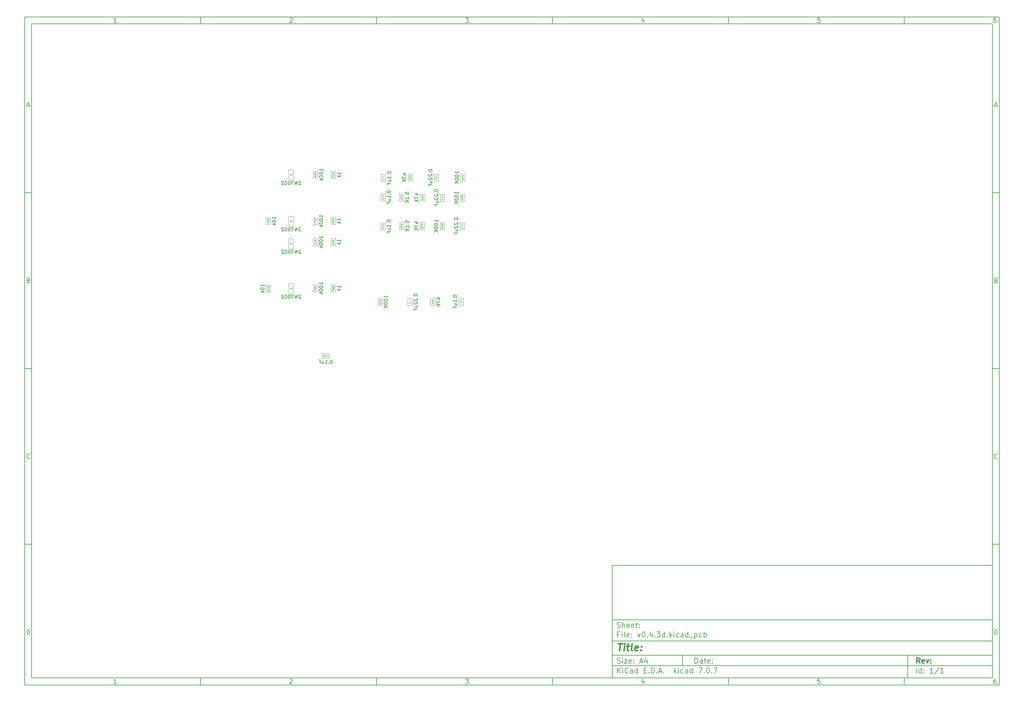
<source format=gbr>
%TF.GenerationSoftware,KiCad,Pcbnew,7.0.7*%
%TF.CreationDate,2024-10-02T11:43:54-03:00*%
%TF.ProjectId,v0.4.3d,76302e34-2e33-4642-9e6b-696361645f70,rev?*%
%TF.SameCoordinates,Original*%
%TF.FileFunction,AssemblyDrawing,Bot*%
%FSLAX46Y46*%
G04 Gerber Fmt 4.6, Leading zero omitted, Abs format (unit mm)*
G04 Created by KiCad (PCBNEW 7.0.7) date 2024-10-02 11:43:54*
%MOMM*%
%LPD*%
G01*
G04 APERTURE LIST*
%ADD10C,0.100000*%
%ADD11C,0.150000*%
%ADD12C,0.300000*%
%ADD13C,0.400000*%
%ADD14C,0.080000*%
%ADD15C,0.050000*%
G04 APERTURE END LIST*
D10*
D11*
X177002200Y-166007200D02*
X285002200Y-166007200D01*
X285002200Y-198007200D01*
X177002200Y-198007200D01*
X177002200Y-166007200D01*
D10*
D11*
X10000000Y-10000000D02*
X287002200Y-10000000D01*
X287002200Y-200007200D01*
X10000000Y-200007200D01*
X10000000Y-10000000D01*
D10*
D11*
X12000000Y-12000000D02*
X285002200Y-12000000D01*
X285002200Y-198007200D01*
X12000000Y-198007200D01*
X12000000Y-12000000D01*
D10*
D11*
X60000000Y-12000000D02*
X60000000Y-10000000D01*
D10*
D11*
X110000000Y-12000000D02*
X110000000Y-10000000D01*
D10*
D11*
X160000000Y-12000000D02*
X160000000Y-10000000D01*
D10*
D11*
X210000000Y-12000000D02*
X210000000Y-10000000D01*
D10*
D11*
X260000000Y-12000000D02*
X260000000Y-10000000D01*
D10*
D11*
X36089160Y-11593604D02*
X35346303Y-11593604D01*
X35717731Y-11593604D02*
X35717731Y-10293604D01*
X35717731Y-10293604D02*
X35593922Y-10479319D01*
X35593922Y-10479319D02*
X35470112Y-10603128D01*
X35470112Y-10603128D02*
X35346303Y-10665033D01*
D10*
D11*
X85346303Y-10417414D02*
X85408207Y-10355509D01*
X85408207Y-10355509D02*
X85532017Y-10293604D01*
X85532017Y-10293604D02*
X85841541Y-10293604D01*
X85841541Y-10293604D02*
X85965350Y-10355509D01*
X85965350Y-10355509D02*
X86027255Y-10417414D01*
X86027255Y-10417414D02*
X86089160Y-10541223D01*
X86089160Y-10541223D02*
X86089160Y-10665033D01*
X86089160Y-10665033D02*
X86027255Y-10850747D01*
X86027255Y-10850747D02*
X85284398Y-11593604D01*
X85284398Y-11593604D02*
X86089160Y-11593604D01*
D10*
D11*
X135284398Y-10293604D02*
X136089160Y-10293604D01*
X136089160Y-10293604D02*
X135655826Y-10788842D01*
X135655826Y-10788842D02*
X135841541Y-10788842D01*
X135841541Y-10788842D02*
X135965350Y-10850747D01*
X135965350Y-10850747D02*
X136027255Y-10912652D01*
X136027255Y-10912652D02*
X136089160Y-11036461D01*
X136089160Y-11036461D02*
X136089160Y-11345985D01*
X136089160Y-11345985D02*
X136027255Y-11469795D01*
X136027255Y-11469795D02*
X135965350Y-11531700D01*
X135965350Y-11531700D02*
X135841541Y-11593604D01*
X135841541Y-11593604D02*
X135470112Y-11593604D01*
X135470112Y-11593604D02*
X135346303Y-11531700D01*
X135346303Y-11531700D02*
X135284398Y-11469795D01*
D10*
D11*
X185965350Y-10726938D02*
X185965350Y-11593604D01*
X185655826Y-10231700D02*
X185346303Y-11160271D01*
X185346303Y-11160271D02*
X186151064Y-11160271D01*
D10*
D11*
X236027255Y-10293604D02*
X235408207Y-10293604D01*
X235408207Y-10293604D02*
X235346303Y-10912652D01*
X235346303Y-10912652D02*
X235408207Y-10850747D01*
X235408207Y-10850747D02*
X235532017Y-10788842D01*
X235532017Y-10788842D02*
X235841541Y-10788842D01*
X235841541Y-10788842D02*
X235965350Y-10850747D01*
X235965350Y-10850747D02*
X236027255Y-10912652D01*
X236027255Y-10912652D02*
X236089160Y-11036461D01*
X236089160Y-11036461D02*
X236089160Y-11345985D01*
X236089160Y-11345985D02*
X236027255Y-11469795D01*
X236027255Y-11469795D02*
X235965350Y-11531700D01*
X235965350Y-11531700D02*
X235841541Y-11593604D01*
X235841541Y-11593604D02*
X235532017Y-11593604D01*
X235532017Y-11593604D02*
X235408207Y-11531700D01*
X235408207Y-11531700D02*
X235346303Y-11469795D01*
D10*
D11*
X285965350Y-10293604D02*
X285717731Y-10293604D01*
X285717731Y-10293604D02*
X285593922Y-10355509D01*
X285593922Y-10355509D02*
X285532017Y-10417414D01*
X285532017Y-10417414D02*
X285408207Y-10603128D01*
X285408207Y-10603128D02*
X285346303Y-10850747D01*
X285346303Y-10850747D02*
X285346303Y-11345985D01*
X285346303Y-11345985D02*
X285408207Y-11469795D01*
X285408207Y-11469795D02*
X285470112Y-11531700D01*
X285470112Y-11531700D02*
X285593922Y-11593604D01*
X285593922Y-11593604D02*
X285841541Y-11593604D01*
X285841541Y-11593604D02*
X285965350Y-11531700D01*
X285965350Y-11531700D02*
X286027255Y-11469795D01*
X286027255Y-11469795D02*
X286089160Y-11345985D01*
X286089160Y-11345985D02*
X286089160Y-11036461D01*
X286089160Y-11036461D02*
X286027255Y-10912652D01*
X286027255Y-10912652D02*
X285965350Y-10850747D01*
X285965350Y-10850747D02*
X285841541Y-10788842D01*
X285841541Y-10788842D02*
X285593922Y-10788842D01*
X285593922Y-10788842D02*
X285470112Y-10850747D01*
X285470112Y-10850747D02*
X285408207Y-10912652D01*
X285408207Y-10912652D02*
X285346303Y-11036461D01*
D10*
D11*
X60000000Y-198007200D02*
X60000000Y-200007200D01*
D10*
D11*
X110000000Y-198007200D02*
X110000000Y-200007200D01*
D10*
D11*
X160000000Y-198007200D02*
X160000000Y-200007200D01*
D10*
D11*
X210000000Y-198007200D02*
X210000000Y-200007200D01*
D10*
D11*
X260000000Y-198007200D02*
X260000000Y-200007200D01*
D10*
D11*
X36089160Y-199600804D02*
X35346303Y-199600804D01*
X35717731Y-199600804D02*
X35717731Y-198300804D01*
X35717731Y-198300804D02*
X35593922Y-198486519D01*
X35593922Y-198486519D02*
X35470112Y-198610328D01*
X35470112Y-198610328D02*
X35346303Y-198672233D01*
D10*
D11*
X85346303Y-198424614D02*
X85408207Y-198362709D01*
X85408207Y-198362709D02*
X85532017Y-198300804D01*
X85532017Y-198300804D02*
X85841541Y-198300804D01*
X85841541Y-198300804D02*
X85965350Y-198362709D01*
X85965350Y-198362709D02*
X86027255Y-198424614D01*
X86027255Y-198424614D02*
X86089160Y-198548423D01*
X86089160Y-198548423D02*
X86089160Y-198672233D01*
X86089160Y-198672233D02*
X86027255Y-198857947D01*
X86027255Y-198857947D02*
X85284398Y-199600804D01*
X85284398Y-199600804D02*
X86089160Y-199600804D01*
D10*
D11*
X135284398Y-198300804D02*
X136089160Y-198300804D01*
X136089160Y-198300804D02*
X135655826Y-198796042D01*
X135655826Y-198796042D02*
X135841541Y-198796042D01*
X135841541Y-198796042D02*
X135965350Y-198857947D01*
X135965350Y-198857947D02*
X136027255Y-198919852D01*
X136027255Y-198919852D02*
X136089160Y-199043661D01*
X136089160Y-199043661D02*
X136089160Y-199353185D01*
X136089160Y-199353185D02*
X136027255Y-199476995D01*
X136027255Y-199476995D02*
X135965350Y-199538900D01*
X135965350Y-199538900D02*
X135841541Y-199600804D01*
X135841541Y-199600804D02*
X135470112Y-199600804D01*
X135470112Y-199600804D02*
X135346303Y-199538900D01*
X135346303Y-199538900D02*
X135284398Y-199476995D01*
D10*
D11*
X185965350Y-198734138D02*
X185965350Y-199600804D01*
X185655826Y-198238900D02*
X185346303Y-199167471D01*
X185346303Y-199167471D02*
X186151064Y-199167471D01*
D10*
D11*
X236027255Y-198300804D02*
X235408207Y-198300804D01*
X235408207Y-198300804D02*
X235346303Y-198919852D01*
X235346303Y-198919852D02*
X235408207Y-198857947D01*
X235408207Y-198857947D02*
X235532017Y-198796042D01*
X235532017Y-198796042D02*
X235841541Y-198796042D01*
X235841541Y-198796042D02*
X235965350Y-198857947D01*
X235965350Y-198857947D02*
X236027255Y-198919852D01*
X236027255Y-198919852D02*
X236089160Y-199043661D01*
X236089160Y-199043661D02*
X236089160Y-199353185D01*
X236089160Y-199353185D02*
X236027255Y-199476995D01*
X236027255Y-199476995D02*
X235965350Y-199538900D01*
X235965350Y-199538900D02*
X235841541Y-199600804D01*
X235841541Y-199600804D02*
X235532017Y-199600804D01*
X235532017Y-199600804D02*
X235408207Y-199538900D01*
X235408207Y-199538900D02*
X235346303Y-199476995D01*
D10*
D11*
X285965350Y-198300804D02*
X285717731Y-198300804D01*
X285717731Y-198300804D02*
X285593922Y-198362709D01*
X285593922Y-198362709D02*
X285532017Y-198424614D01*
X285532017Y-198424614D02*
X285408207Y-198610328D01*
X285408207Y-198610328D02*
X285346303Y-198857947D01*
X285346303Y-198857947D02*
X285346303Y-199353185D01*
X285346303Y-199353185D02*
X285408207Y-199476995D01*
X285408207Y-199476995D02*
X285470112Y-199538900D01*
X285470112Y-199538900D02*
X285593922Y-199600804D01*
X285593922Y-199600804D02*
X285841541Y-199600804D01*
X285841541Y-199600804D02*
X285965350Y-199538900D01*
X285965350Y-199538900D02*
X286027255Y-199476995D01*
X286027255Y-199476995D02*
X286089160Y-199353185D01*
X286089160Y-199353185D02*
X286089160Y-199043661D01*
X286089160Y-199043661D02*
X286027255Y-198919852D01*
X286027255Y-198919852D02*
X285965350Y-198857947D01*
X285965350Y-198857947D02*
X285841541Y-198796042D01*
X285841541Y-198796042D02*
X285593922Y-198796042D01*
X285593922Y-198796042D02*
X285470112Y-198857947D01*
X285470112Y-198857947D02*
X285408207Y-198919852D01*
X285408207Y-198919852D02*
X285346303Y-199043661D01*
D10*
D11*
X10000000Y-60000000D02*
X12000000Y-60000000D01*
D10*
D11*
X10000000Y-110000000D02*
X12000000Y-110000000D01*
D10*
D11*
X10000000Y-160000000D02*
X12000000Y-160000000D01*
D10*
D11*
X10690476Y-35222176D02*
X11309523Y-35222176D01*
X10566666Y-35593604D02*
X10999999Y-34293604D01*
X10999999Y-34293604D02*
X11433333Y-35593604D01*
D10*
D11*
X11092857Y-84912652D02*
X11278571Y-84974557D01*
X11278571Y-84974557D02*
X11340476Y-85036461D01*
X11340476Y-85036461D02*
X11402380Y-85160271D01*
X11402380Y-85160271D02*
X11402380Y-85345985D01*
X11402380Y-85345985D02*
X11340476Y-85469795D01*
X11340476Y-85469795D02*
X11278571Y-85531700D01*
X11278571Y-85531700D02*
X11154761Y-85593604D01*
X11154761Y-85593604D02*
X10659523Y-85593604D01*
X10659523Y-85593604D02*
X10659523Y-84293604D01*
X10659523Y-84293604D02*
X11092857Y-84293604D01*
X11092857Y-84293604D02*
X11216666Y-84355509D01*
X11216666Y-84355509D02*
X11278571Y-84417414D01*
X11278571Y-84417414D02*
X11340476Y-84541223D01*
X11340476Y-84541223D02*
X11340476Y-84665033D01*
X11340476Y-84665033D02*
X11278571Y-84788842D01*
X11278571Y-84788842D02*
X11216666Y-84850747D01*
X11216666Y-84850747D02*
X11092857Y-84912652D01*
X11092857Y-84912652D02*
X10659523Y-84912652D01*
D10*
D11*
X11402380Y-135469795D02*
X11340476Y-135531700D01*
X11340476Y-135531700D02*
X11154761Y-135593604D01*
X11154761Y-135593604D02*
X11030952Y-135593604D01*
X11030952Y-135593604D02*
X10845238Y-135531700D01*
X10845238Y-135531700D02*
X10721428Y-135407890D01*
X10721428Y-135407890D02*
X10659523Y-135284080D01*
X10659523Y-135284080D02*
X10597619Y-135036461D01*
X10597619Y-135036461D02*
X10597619Y-134850747D01*
X10597619Y-134850747D02*
X10659523Y-134603128D01*
X10659523Y-134603128D02*
X10721428Y-134479319D01*
X10721428Y-134479319D02*
X10845238Y-134355509D01*
X10845238Y-134355509D02*
X11030952Y-134293604D01*
X11030952Y-134293604D02*
X11154761Y-134293604D01*
X11154761Y-134293604D02*
X11340476Y-134355509D01*
X11340476Y-134355509D02*
X11402380Y-134417414D01*
D10*
D11*
X10659523Y-185593604D02*
X10659523Y-184293604D01*
X10659523Y-184293604D02*
X10969047Y-184293604D01*
X10969047Y-184293604D02*
X11154761Y-184355509D01*
X11154761Y-184355509D02*
X11278571Y-184479319D01*
X11278571Y-184479319D02*
X11340476Y-184603128D01*
X11340476Y-184603128D02*
X11402380Y-184850747D01*
X11402380Y-184850747D02*
X11402380Y-185036461D01*
X11402380Y-185036461D02*
X11340476Y-185284080D01*
X11340476Y-185284080D02*
X11278571Y-185407890D01*
X11278571Y-185407890D02*
X11154761Y-185531700D01*
X11154761Y-185531700D02*
X10969047Y-185593604D01*
X10969047Y-185593604D02*
X10659523Y-185593604D01*
D10*
D11*
X287002200Y-60000000D02*
X285002200Y-60000000D01*
D10*
D11*
X287002200Y-110000000D02*
X285002200Y-110000000D01*
D10*
D11*
X287002200Y-160000000D02*
X285002200Y-160000000D01*
D10*
D11*
X285692676Y-35222176D02*
X286311723Y-35222176D01*
X285568866Y-35593604D02*
X286002199Y-34293604D01*
X286002199Y-34293604D02*
X286435533Y-35593604D01*
D10*
D11*
X286095057Y-84912652D02*
X286280771Y-84974557D01*
X286280771Y-84974557D02*
X286342676Y-85036461D01*
X286342676Y-85036461D02*
X286404580Y-85160271D01*
X286404580Y-85160271D02*
X286404580Y-85345985D01*
X286404580Y-85345985D02*
X286342676Y-85469795D01*
X286342676Y-85469795D02*
X286280771Y-85531700D01*
X286280771Y-85531700D02*
X286156961Y-85593604D01*
X286156961Y-85593604D02*
X285661723Y-85593604D01*
X285661723Y-85593604D02*
X285661723Y-84293604D01*
X285661723Y-84293604D02*
X286095057Y-84293604D01*
X286095057Y-84293604D02*
X286218866Y-84355509D01*
X286218866Y-84355509D02*
X286280771Y-84417414D01*
X286280771Y-84417414D02*
X286342676Y-84541223D01*
X286342676Y-84541223D02*
X286342676Y-84665033D01*
X286342676Y-84665033D02*
X286280771Y-84788842D01*
X286280771Y-84788842D02*
X286218866Y-84850747D01*
X286218866Y-84850747D02*
X286095057Y-84912652D01*
X286095057Y-84912652D02*
X285661723Y-84912652D01*
D10*
D11*
X286404580Y-135469795D02*
X286342676Y-135531700D01*
X286342676Y-135531700D02*
X286156961Y-135593604D01*
X286156961Y-135593604D02*
X286033152Y-135593604D01*
X286033152Y-135593604D02*
X285847438Y-135531700D01*
X285847438Y-135531700D02*
X285723628Y-135407890D01*
X285723628Y-135407890D02*
X285661723Y-135284080D01*
X285661723Y-135284080D02*
X285599819Y-135036461D01*
X285599819Y-135036461D02*
X285599819Y-134850747D01*
X285599819Y-134850747D02*
X285661723Y-134603128D01*
X285661723Y-134603128D02*
X285723628Y-134479319D01*
X285723628Y-134479319D02*
X285847438Y-134355509D01*
X285847438Y-134355509D02*
X286033152Y-134293604D01*
X286033152Y-134293604D02*
X286156961Y-134293604D01*
X286156961Y-134293604D02*
X286342676Y-134355509D01*
X286342676Y-134355509D02*
X286404580Y-134417414D01*
D10*
D11*
X285661723Y-185593604D02*
X285661723Y-184293604D01*
X285661723Y-184293604D02*
X285971247Y-184293604D01*
X285971247Y-184293604D02*
X286156961Y-184355509D01*
X286156961Y-184355509D02*
X286280771Y-184479319D01*
X286280771Y-184479319D02*
X286342676Y-184603128D01*
X286342676Y-184603128D02*
X286404580Y-184850747D01*
X286404580Y-184850747D02*
X286404580Y-185036461D01*
X286404580Y-185036461D02*
X286342676Y-185284080D01*
X286342676Y-185284080D02*
X286280771Y-185407890D01*
X286280771Y-185407890D02*
X286156961Y-185531700D01*
X286156961Y-185531700D02*
X285971247Y-185593604D01*
X285971247Y-185593604D02*
X285661723Y-185593604D01*
D10*
D11*
X200458026Y-193793328D02*
X200458026Y-192293328D01*
X200458026Y-192293328D02*
X200815169Y-192293328D01*
X200815169Y-192293328D02*
X201029455Y-192364757D01*
X201029455Y-192364757D02*
X201172312Y-192507614D01*
X201172312Y-192507614D02*
X201243741Y-192650471D01*
X201243741Y-192650471D02*
X201315169Y-192936185D01*
X201315169Y-192936185D02*
X201315169Y-193150471D01*
X201315169Y-193150471D02*
X201243741Y-193436185D01*
X201243741Y-193436185D02*
X201172312Y-193579042D01*
X201172312Y-193579042D02*
X201029455Y-193721900D01*
X201029455Y-193721900D02*
X200815169Y-193793328D01*
X200815169Y-193793328D02*
X200458026Y-193793328D01*
X202600884Y-193793328D02*
X202600884Y-193007614D01*
X202600884Y-193007614D02*
X202529455Y-192864757D01*
X202529455Y-192864757D02*
X202386598Y-192793328D01*
X202386598Y-192793328D02*
X202100884Y-192793328D01*
X202100884Y-192793328D02*
X201958026Y-192864757D01*
X202600884Y-193721900D02*
X202458026Y-193793328D01*
X202458026Y-193793328D02*
X202100884Y-193793328D01*
X202100884Y-193793328D02*
X201958026Y-193721900D01*
X201958026Y-193721900D02*
X201886598Y-193579042D01*
X201886598Y-193579042D02*
X201886598Y-193436185D01*
X201886598Y-193436185D02*
X201958026Y-193293328D01*
X201958026Y-193293328D02*
X202100884Y-193221900D01*
X202100884Y-193221900D02*
X202458026Y-193221900D01*
X202458026Y-193221900D02*
X202600884Y-193150471D01*
X203100884Y-192793328D02*
X203672312Y-192793328D01*
X203315169Y-192293328D02*
X203315169Y-193579042D01*
X203315169Y-193579042D02*
X203386598Y-193721900D01*
X203386598Y-193721900D02*
X203529455Y-193793328D01*
X203529455Y-193793328D02*
X203672312Y-193793328D01*
X204743741Y-193721900D02*
X204600884Y-193793328D01*
X204600884Y-193793328D02*
X204315170Y-193793328D01*
X204315170Y-193793328D02*
X204172312Y-193721900D01*
X204172312Y-193721900D02*
X204100884Y-193579042D01*
X204100884Y-193579042D02*
X204100884Y-193007614D01*
X204100884Y-193007614D02*
X204172312Y-192864757D01*
X204172312Y-192864757D02*
X204315170Y-192793328D01*
X204315170Y-192793328D02*
X204600884Y-192793328D01*
X204600884Y-192793328D02*
X204743741Y-192864757D01*
X204743741Y-192864757D02*
X204815170Y-193007614D01*
X204815170Y-193007614D02*
X204815170Y-193150471D01*
X204815170Y-193150471D02*
X204100884Y-193293328D01*
X205458026Y-193650471D02*
X205529455Y-193721900D01*
X205529455Y-193721900D02*
X205458026Y-193793328D01*
X205458026Y-193793328D02*
X205386598Y-193721900D01*
X205386598Y-193721900D02*
X205458026Y-193650471D01*
X205458026Y-193650471D02*
X205458026Y-193793328D01*
X205458026Y-192864757D02*
X205529455Y-192936185D01*
X205529455Y-192936185D02*
X205458026Y-193007614D01*
X205458026Y-193007614D02*
X205386598Y-192936185D01*
X205386598Y-192936185D02*
X205458026Y-192864757D01*
X205458026Y-192864757D02*
X205458026Y-193007614D01*
D10*
D11*
X177002200Y-194507200D02*
X285002200Y-194507200D01*
D10*
D11*
X178458026Y-196593328D02*
X178458026Y-195093328D01*
X179315169Y-196593328D02*
X178672312Y-195736185D01*
X179315169Y-195093328D02*
X178458026Y-195950471D01*
X179958026Y-196593328D02*
X179958026Y-195593328D01*
X179958026Y-195093328D02*
X179886598Y-195164757D01*
X179886598Y-195164757D02*
X179958026Y-195236185D01*
X179958026Y-195236185D02*
X180029455Y-195164757D01*
X180029455Y-195164757D02*
X179958026Y-195093328D01*
X179958026Y-195093328D02*
X179958026Y-195236185D01*
X181529455Y-196450471D02*
X181458027Y-196521900D01*
X181458027Y-196521900D02*
X181243741Y-196593328D01*
X181243741Y-196593328D02*
X181100884Y-196593328D01*
X181100884Y-196593328D02*
X180886598Y-196521900D01*
X180886598Y-196521900D02*
X180743741Y-196379042D01*
X180743741Y-196379042D02*
X180672312Y-196236185D01*
X180672312Y-196236185D02*
X180600884Y-195950471D01*
X180600884Y-195950471D02*
X180600884Y-195736185D01*
X180600884Y-195736185D02*
X180672312Y-195450471D01*
X180672312Y-195450471D02*
X180743741Y-195307614D01*
X180743741Y-195307614D02*
X180886598Y-195164757D01*
X180886598Y-195164757D02*
X181100884Y-195093328D01*
X181100884Y-195093328D02*
X181243741Y-195093328D01*
X181243741Y-195093328D02*
X181458027Y-195164757D01*
X181458027Y-195164757D02*
X181529455Y-195236185D01*
X182815170Y-196593328D02*
X182815170Y-195807614D01*
X182815170Y-195807614D02*
X182743741Y-195664757D01*
X182743741Y-195664757D02*
X182600884Y-195593328D01*
X182600884Y-195593328D02*
X182315170Y-195593328D01*
X182315170Y-195593328D02*
X182172312Y-195664757D01*
X182815170Y-196521900D02*
X182672312Y-196593328D01*
X182672312Y-196593328D02*
X182315170Y-196593328D01*
X182315170Y-196593328D02*
X182172312Y-196521900D01*
X182172312Y-196521900D02*
X182100884Y-196379042D01*
X182100884Y-196379042D02*
X182100884Y-196236185D01*
X182100884Y-196236185D02*
X182172312Y-196093328D01*
X182172312Y-196093328D02*
X182315170Y-196021900D01*
X182315170Y-196021900D02*
X182672312Y-196021900D01*
X182672312Y-196021900D02*
X182815170Y-195950471D01*
X184172313Y-196593328D02*
X184172313Y-195093328D01*
X184172313Y-196521900D02*
X184029455Y-196593328D01*
X184029455Y-196593328D02*
X183743741Y-196593328D01*
X183743741Y-196593328D02*
X183600884Y-196521900D01*
X183600884Y-196521900D02*
X183529455Y-196450471D01*
X183529455Y-196450471D02*
X183458027Y-196307614D01*
X183458027Y-196307614D02*
X183458027Y-195879042D01*
X183458027Y-195879042D02*
X183529455Y-195736185D01*
X183529455Y-195736185D02*
X183600884Y-195664757D01*
X183600884Y-195664757D02*
X183743741Y-195593328D01*
X183743741Y-195593328D02*
X184029455Y-195593328D01*
X184029455Y-195593328D02*
X184172313Y-195664757D01*
X186029455Y-195807614D02*
X186529455Y-195807614D01*
X186743741Y-196593328D02*
X186029455Y-196593328D01*
X186029455Y-196593328D02*
X186029455Y-195093328D01*
X186029455Y-195093328D02*
X186743741Y-195093328D01*
X187386598Y-196450471D02*
X187458027Y-196521900D01*
X187458027Y-196521900D02*
X187386598Y-196593328D01*
X187386598Y-196593328D02*
X187315170Y-196521900D01*
X187315170Y-196521900D02*
X187386598Y-196450471D01*
X187386598Y-196450471D02*
X187386598Y-196593328D01*
X188100884Y-196593328D02*
X188100884Y-195093328D01*
X188100884Y-195093328D02*
X188458027Y-195093328D01*
X188458027Y-195093328D02*
X188672313Y-195164757D01*
X188672313Y-195164757D02*
X188815170Y-195307614D01*
X188815170Y-195307614D02*
X188886599Y-195450471D01*
X188886599Y-195450471D02*
X188958027Y-195736185D01*
X188958027Y-195736185D02*
X188958027Y-195950471D01*
X188958027Y-195950471D02*
X188886599Y-196236185D01*
X188886599Y-196236185D02*
X188815170Y-196379042D01*
X188815170Y-196379042D02*
X188672313Y-196521900D01*
X188672313Y-196521900D02*
X188458027Y-196593328D01*
X188458027Y-196593328D02*
X188100884Y-196593328D01*
X189600884Y-196450471D02*
X189672313Y-196521900D01*
X189672313Y-196521900D02*
X189600884Y-196593328D01*
X189600884Y-196593328D02*
X189529456Y-196521900D01*
X189529456Y-196521900D02*
X189600884Y-196450471D01*
X189600884Y-196450471D02*
X189600884Y-196593328D01*
X190243742Y-196164757D02*
X190958028Y-196164757D01*
X190100885Y-196593328D02*
X190600885Y-195093328D01*
X190600885Y-195093328D02*
X191100885Y-196593328D01*
X191600884Y-196450471D02*
X191672313Y-196521900D01*
X191672313Y-196521900D02*
X191600884Y-196593328D01*
X191600884Y-196593328D02*
X191529456Y-196521900D01*
X191529456Y-196521900D02*
X191600884Y-196450471D01*
X191600884Y-196450471D02*
X191600884Y-196593328D01*
X194600884Y-196593328D02*
X194600884Y-195093328D01*
X194743742Y-196021900D02*
X195172313Y-196593328D01*
X195172313Y-195593328D02*
X194600884Y-196164757D01*
X195815170Y-196593328D02*
X195815170Y-195593328D01*
X195815170Y-195093328D02*
X195743742Y-195164757D01*
X195743742Y-195164757D02*
X195815170Y-195236185D01*
X195815170Y-195236185D02*
X195886599Y-195164757D01*
X195886599Y-195164757D02*
X195815170Y-195093328D01*
X195815170Y-195093328D02*
X195815170Y-195236185D01*
X197172314Y-196521900D02*
X197029456Y-196593328D01*
X197029456Y-196593328D02*
X196743742Y-196593328D01*
X196743742Y-196593328D02*
X196600885Y-196521900D01*
X196600885Y-196521900D02*
X196529456Y-196450471D01*
X196529456Y-196450471D02*
X196458028Y-196307614D01*
X196458028Y-196307614D02*
X196458028Y-195879042D01*
X196458028Y-195879042D02*
X196529456Y-195736185D01*
X196529456Y-195736185D02*
X196600885Y-195664757D01*
X196600885Y-195664757D02*
X196743742Y-195593328D01*
X196743742Y-195593328D02*
X197029456Y-195593328D01*
X197029456Y-195593328D02*
X197172314Y-195664757D01*
X198458028Y-196593328D02*
X198458028Y-195807614D01*
X198458028Y-195807614D02*
X198386599Y-195664757D01*
X198386599Y-195664757D02*
X198243742Y-195593328D01*
X198243742Y-195593328D02*
X197958028Y-195593328D01*
X197958028Y-195593328D02*
X197815170Y-195664757D01*
X198458028Y-196521900D02*
X198315170Y-196593328D01*
X198315170Y-196593328D02*
X197958028Y-196593328D01*
X197958028Y-196593328D02*
X197815170Y-196521900D01*
X197815170Y-196521900D02*
X197743742Y-196379042D01*
X197743742Y-196379042D02*
X197743742Y-196236185D01*
X197743742Y-196236185D02*
X197815170Y-196093328D01*
X197815170Y-196093328D02*
X197958028Y-196021900D01*
X197958028Y-196021900D02*
X198315170Y-196021900D01*
X198315170Y-196021900D02*
X198458028Y-195950471D01*
X199815171Y-196593328D02*
X199815171Y-195093328D01*
X199815171Y-196521900D02*
X199672313Y-196593328D01*
X199672313Y-196593328D02*
X199386599Y-196593328D01*
X199386599Y-196593328D02*
X199243742Y-196521900D01*
X199243742Y-196521900D02*
X199172313Y-196450471D01*
X199172313Y-196450471D02*
X199100885Y-196307614D01*
X199100885Y-196307614D02*
X199100885Y-195879042D01*
X199100885Y-195879042D02*
X199172313Y-195736185D01*
X199172313Y-195736185D02*
X199243742Y-195664757D01*
X199243742Y-195664757D02*
X199386599Y-195593328D01*
X199386599Y-195593328D02*
X199672313Y-195593328D01*
X199672313Y-195593328D02*
X199815171Y-195664757D01*
X201529456Y-195093328D02*
X202529456Y-195093328D01*
X202529456Y-195093328D02*
X201886599Y-196593328D01*
X203100884Y-196450471D02*
X203172313Y-196521900D01*
X203172313Y-196521900D02*
X203100884Y-196593328D01*
X203100884Y-196593328D02*
X203029456Y-196521900D01*
X203029456Y-196521900D02*
X203100884Y-196450471D01*
X203100884Y-196450471D02*
X203100884Y-196593328D01*
X204100885Y-195093328D02*
X204243742Y-195093328D01*
X204243742Y-195093328D02*
X204386599Y-195164757D01*
X204386599Y-195164757D02*
X204458028Y-195236185D01*
X204458028Y-195236185D02*
X204529456Y-195379042D01*
X204529456Y-195379042D02*
X204600885Y-195664757D01*
X204600885Y-195664757D02*
X204600885Y-196021900D01*
X204600885Y-196021900D02*
X204529456Y-196307614D01*
X204529456Y-196307614D02*
X204458028Y-196450471D01*
X204458028Y-196450471D02*
X204386599Y-196521900D01*
X204386599Y-196521900D02*
X204243742Y-196593328D01*
X204243742Y-196593328D02*
X204100885Y-196593328D01*
X204100885Y-196593328D02*
X203958028Y-196521900D01*
X203958028Y-196521900D02*
X203886599Y-196450471D01*
X203886599Y-196450471D02*
X203815170Y-196307614D01*
X203815170Y-196307614D02*
X203743742Y-196021900D01*
X203743742Y-196021900D02*
X203743742Y-195664757D01*
X203743742Y-195664757D02*
X203815170Y-195379042D01*
X203815170Y-195379042D02*
X203886599Y-195236185D01*
X203886599Y-195236185D02*
X203958028Y-195164757D01*
X203958028Y-195164757D02*
X204100885Y-195093328D01*
X205243741Y-196450471D02*
X205315170Y-196521900D01*
X205315170Y-196521900D02*
X205243741Y-196593328D01*
X205243741Y-196593328D02*
X205172313Y-196521900D01*
X205172313Y-196521900D02*
X205243741Y-196450471D01*
X205243741Y-196450471D02*
X205243741Y-196593328D01*
X205815170Y-195093328D02*
X206815170Y-195093328D01*
X206815170Y-195093328D02*
X206172313Y-196593328D01*
D10*
D11*
X177002200Y-191507200D02*
X285002200Y-191507200D01*
D10*
D12*
X264413853Y-193785528D02*
X263913853Y-193071242D01*
X263556710Y-193785528D02*
X263556710Y-192285528D01*
X263556710Y-192285528D02*
X264128139Y-192285528D01*
X264128139Y-192285528D02*
X264270996Y-192356957D01*
X264270996Y-192356957D02*
X264342425Y-192428385D01*
X264342425Y-192428385D02*
X264413853Y-192571242D01*
X264413853Y-192571242D02*
X264413853Y-192785528D01*
X264413853Y-192785528D02*
X264342425Y-192928385D01*
X264342425Y-192928385D02*
X264270996Y-192999814D01*
X264270996Y-192999814D02*
X264128139Y-193071242D01*
X264128139Y-193071242D02*
X263556710Y-193071242D01*
X265628139Y-193714100D02*
X265485282Y-193785528D01*
X265485282Y-193785528D02*
X265199568Y-193785528D01*
X265199568Y-193785528D02*
X265056710Y-193714100D01*
X265056710Y-193714100D02*
X264985282Y-193571242D01*
X264985282Y-193571242D02*
X264985282Y-192999814D01*
X264985282Y-192999814D02*
X265056710Y-192856957D01*
X265056710Y-192856957D02*
X265199568Y-192785528D01*
X265199568Y-192785528D02*
X265485282Y-192785528D01*
X265485282Y-192785528D02*
X265628139Y-192856957D01*
X265628139Y-192856957D02*
X265699568Y-192999814D01*
X265699568Y-192999814D02*
X265699568Y-193142671D01*
X265699568Y-193142671D02*
X264985282Y-193285528D01*
X266199567Y-192785528D02*
X266556710Y-193785528D01*
X266556710Y-193785528D02*
X266913853Y-192785528D01*
X267485281Y-193642671D02*
X267556710Y-193714100D01*
X267556710Y-193714100D02*
X267485281Y-193785528D01*
X267485281Y-193785528D02*
X267413853Y-193714100D01*
X267413853Y-193714100D02*
X267485281Y-193642671D01*
X267485281Y-193642671D02*
X267485281Y-193785528D01*
X267485281Y-192856957D02*
X267556710Y-192928385D01*
X267556710Y-192928385D02*
X267485281Y-192999814D01*
X267485281Y-192999814D02*
X267413853Y-192928385D01*
X267413853Y-192928385D02*
X267485281Y-192856957D01*
X267485281Y-192856957D02*
X267485281Y-192999814D01*
D10*
D11*
X178386598Y-193721900D02*
X178600884Y-193793328D01*
X178600884Y-193793328D02*
X178958026Y-193793328D01*
X178958026Y-193793328D02*
X179100884Y-193721900D01*
X179100884Y-193721900D02*
X179172312Y-193650471D01*
X179172312Y-193650471D02*
X179243741Y-193507614D01*
X179243741Y-193507614D02*
X179243741Y-193364757D01*
X179243741Y-193364757D02*
X179172312Y-193221900D01*
X179172312Y-193221900D02*
X179100884Y-193150471D01*
X179100884Y-193150471D02*
X178958026Y-193079042D01*
X178958026Y-193079042D02*
X178672312Y-193007614D01*
X178672312Y-193007614D02*
X178529455Y-192936185D01*
X178529455Y-192936185D02*
X178458026Y-192864757D01*
X178458026Y-192864757D02*
X178386598Y-192721900D01*
X178386598Y-192721900D02*
X178386598Y-192579042D01*
X178386598Y-192579042D02*
X178458026Y-192436185D01*
X178458026Y-192436185D02*
X178529455Y-192364757D01*
X178529455Y-192364757D02*
X178672312Y-192293328D01*
X178672312Y-192293328D02*
X179029455Y-192293328D01*
X179029455Y-192293328D02*
X179243741Y-192364757D01*
X179886597Y-193793328D02*
X179886597Y-192793328D01*
X179886597Y-192293328D02*
X179815169Y-192364757D01*
X179815169Y-192364757D02*
X179886597Y-192436185D01*
X179886597Y-192436185D02*
X179958026Y-192364757D01*
X179958026Y-192364757D02*
X179886597Y-192293328D01*
X179886597Y-192293328D02*
X179886597Y-192436185D01*
X180458026Y-192793328D02*
X181243741Y-192793328D01*
X181243741Y-192793328D02*
X180458026Y-193793328D01*
X180458026Y-193793328D02*
X181243741Y-193793328D01*
X182386598Y-193721900D02*
X182243741Y-193793328D01*
X182243741Y-193793328D02*
X181958027Y-193793328D01*
X181958027Y-193793328D02*
X181815169Y-193721900D01*
X181815169Y-193721900D02*
X181743741Y-193579042D01*
X181743741Y-193579042D02*
X181743741Y-193007614D01*
X181743741Y-193007614D02*
X181815169Y-192864757D01*
X181815169Y-192864757D02*
X181958027Y-192793328D01*
X181958027Y-192793328D02*
X182243741Y-192793328D01*
X182243741Y-192793328D02*
X182386598Y-192864757D01*
X182386598Y-192864757D02*
X182458027Y-193007614D01*
X182458027Y-193007614D02*
X182458027Y-193150471D01*
X182458027Y-193150471D02*
X181743741Y-193293328D01*
X183100883Y-193650471D02*
X183172312Y-193721900D01*
X183172312Y-193721900D02*
X183100883Y-193793328D01*
X183100883Y-193793328D02*
X183029455Y-193721900D01*
X183029455Y-193721900D02*
X183100883Y-193650471D01*
X183100883Y-193650471D02*
X183100883Y-193793328D01*
X183100883Y-192864757D02*
X183172312Y-192936185D01*
X183172312Y-192936185D02*
X183100883Y-193007614D01*
X183100883Y-193007614D02*
X183029455Y-192936185D01*
X183029455Y-192936185D02*
X183100883Y-192864757D01*
X183100883Y-192864757D02*
X183100883Y-193007614D01*
X184886598Y-193364757D02*
X185600884Y-193364757D01*
X184743741Y-193793328D02*
X185243741Y-192293328D01*
X185243741Y-192293328D02*
X185743741Y-193793328D01*
X186886598Y-192793328D02*
X186886598Y-193793328D01*
X186529455Y-192221900D02*
X186172312Y-193293328D01*
X186172312Y-193293328D02*
X187100883Y-193293328D01*
D10*
D11*
X263458026Y-196593328D02*
X263458026Y-195093328D01*
X264815170Y-196593328D02*
X264815170Y-195093328D01*
X264815170Y-196521900D02*
X264672312Y-196593328D01*
X264672312Y-196593328D02*
X264386598Y-196593328D01*
X264386598Y-196593328D02*
X264243741Y-196521900D01*
X264243741Y-196521900D02*
X264172312Y-196450471D01*
X264172312Y-196450471D02*
X264100884Y-196307614D01*
X264100884Y-196307614D02*
X264100884Y-195879042D01*
X264100884Y-195879042D02*
X264172312Y-195736185D01*
X264172312Y-195736185D02*
X264243741Y-195664757D01*
X264243741Y-195664757D02*
X264386598Y-195593328D01*
X264386598Y-195593328D02*
X264672312Y-195593328D01*
X264672312Y-195593328D02*
X264815170Y-195664757D01*
X265529455Y-196450471D02*
X265600884Y-196521900D01*
X265600884Y-196521900D02*
X265529455Y-196593328D01*
X265529455Y-196593328D02*
X265458027Y-196521900D01*
X265458027Y-196521900D02*
X265529455Y-196450471D01*
X265529455Y-196450471D02*
X265529455Y-196593328D01*
X265529455Y-195664757D02*
X265600884Y-195736185D01*
X265600884Y-195736185D02*
X265529455Y-195807614D01*
X265529455Y-195807614D02*
X265458027Y-195736185D01*
X265458027Y-195736185D02*
X265529455Y-195664757D01*
X265529455Y-195664757D02*
X265529455Y-195807614D01*
X268172313Y-196593328D02*
X267315170Y-196593328D01*
X267743741Y-196593328D02*
X267743741Y-195093328D01*
X267743741Y-195093328D02*
X267600884Y-195307614D01*
X267600884Y-195307614D02*
X267458027Y-195450471D01*
X267458027Y-195450471D02*
X267315170Y-195521900D01*
X269886598Y-195021900D02*
X268600884Y-196950471D01*
X271172313Y-196593328D02*
X270315170Y-196593328D01*
X270743741Y-196593328D02*
X270743741Y-195093328D01*
X270743741Y-195093328D02*
X270600884Y-195307614D01*
X270600884Y-195307614D02*
X270458027Y-195450471D01*
X270458027Y-195450471D02*
X270315170Y-195521900D01*
D10*
D11*
X177002200Y-187507200D02*
X285002200Y-187507200D01*
D10*
D13*
X178693928Y-188211638D02*
X179836785Y-188211638D01*
X179015357Y-190211638D02*
X179265357Y-188211638D01*
X180253452Y-190211638D02*
X180420119Y-188878304D01*
X180503452Y-188211638D02*
X180396309Y-188306876D01*
X180396309Y-188306876D02*
X180479643Y-188402114D01*
X180479643Y-188402114D02*
X180586786Y-188306876D01*
X180586786Y-188306876D02*
X180503452Y-188211638D01*
X180503452Y-188211638D02*
X180479643Y-188402114D01*
X181086786Y-188878304D02*
X181848690Y-188878304D01*
X181455833Y-188211638D02*
X181241548Y-189925923D01*
X181241548Y-189925923D02*
X181312976Y-190116400D01*
X181312976Y-190116400D02*
X181491548Y-190211638D01*
X181491548Y-190211638D02*
X181682024Y-190211638D01*
X182634405Y-190211638D02*
X182455833Y-190116400D01*
X182455833Y-190116400D02*
X182384405Y-189925923D01*
X182384405Y-189925923D02*
X182598690Y-188211638D01*
X184170119Y-190116400D02*
X183967738Y-190211638D01*
X183967738Y-190211638D02*
X183586785Y-190211638D01*
X183586785Y-190211638D02*
X183408214Y-190116400D01*
X183408214Y-190116400D02*
X183336785Y-189925923D01*
X183336785Y-189925923D02*
X183432024Y-189164019D01*
X183432024Y-189164019D02*
X183551071Y-188973542D01*
X183551071Y-188973542D02*
X183753452Y-188878304D01*
X183753452Y-188878304D02*
X184134404Y-188878304D01*
X184134404Y-188878304D02*
X184312976Y-188973542D01*
X184312976Y-188973542D02*
X184384404Y-189164019D01*
X184384404Y-189164019D02*
X184360595Y-189354495D01*
X184360595Y-189354495D02*
X183384404Y-189544971D01*
X185134405Y-190021161D02*
X185217738Y-190116400D01*
X185217738Y-190116400D02*
X185110595Y-190211638D01*
X185110595Y-190211638D02*
X185027262Y-190116400D01*
X185027262Y-190116400D02*
X185134405Y-190021161D01*
X185134405Y-190021161D02*
X185110595Y-190211638D01*
X185265357Y-188973542D02*
X185348690Y-189068780D01*
X185348690Y-189068780D02*
X185241548Y-189164019D01*
X185241548Y-189164019D02*
X185158214Y-189068780D01*
X185158214Y-189068780D02*
X185265357Y-188973542D01*
X185265357Y-188973542D02*
X185241548Y-189164019D01*
D10*
D11*
X178958026Y-185607614D02*
X178458026Y-185607614D01*
X178458026Y-186393328D02*
X178458026Y-184893328D01*
X178458026Y-184893328D02*
X179172312Y-184893328D01*
X179743740Y-186393328D02*
X179743740Y-185393328D01*
X179743740Y-184893328D02*
X179672312Y-184964757D01*
X179672312Y-184964757D02*
X179743740Y-185036185D01*
X179743740Y-185036185D02*
X179815169Y-184964757D01*
X179815169Y-184964757D02*
X179743740Y-184893328D01*
X179743740Y-184893328D02*
X179743740Y-185036185D01*
X180672312Y-186393328D02*
X180529455Y-186321900D01*
X180529455Y-186321900D02*
X180458026Y-186179042D01*
X180458026Y-186179042D02*
X180458026Y-184893328D01*
X181815169Y-186321900D02*
X181672312Y-186393328D01*
X181672312Y-186393328D02*
X181386598Y-186393328D01*
X181386598Y-186393328D02*
X181243740Y-186321900D01*
X181243740Y-186321900D02*
X181172312Y-186179042D01*
X181172312Y-186179042D02*
X181172312Y-185607614D01*
X181172312Y-185607614D02*
X181243740Y-185464757D01*
X181243740Y-185464757D02*
X181386598Y-185393328D01*
X181386598Y-185393328D02*
X181672312Y-185393328D01*
X181672312Y-185393328D02*
X181815169Y-185464757D01*
X181815169Y-185464757D02*
X181886598Y-185607614D01*
X181886598Y-185607614D02*
X181886598Y-185750471D01*
X181886598Y-185750471D02*
X181172312Y-185893328D01*
X182529454Y-186250471D02*
X182600883Y-186321900D01*
X182600883Y-186321900D02*
X182529454Y-186393328D01*
X182529454Y-186393328D02*
X182458026Y-186321900D01*
X182458026Y-186321900D02*
X182529454Y-186250471D01*
X182529454Y-186250471D02*
X182529454Y-186393328D01*
X182529454Y-185464757D02*
X182600883Y-185536185D01*
X182600883Y-185536185D02*
X182529454Y-185607614D01*
X182529454Y-185607614D02*
X182458026Y-185536185D01*
X182458026Y-185536185D02*
X182529454Y-185464757D01*
X182529454Y-185464757D02*
X182529454Y-185607614D01*
X184243740Y-185393328D02*
X184600883Y-186393328D01*
X184600883Y-186393328D02*
X184958026Y-185393328D01*
X185815169Y-184893328D02*
X185958026Y-184893328D01*
X185958026Y-184893328D02*
X186100883Y-184964757D01*
X186100883Y-184964757D02*
X186172312Y-185036185D01*
X186172312Y-185036185D02*
X186243740Y-185179042D01*
X186243740Y-185179042D02*
X186315169Y-185464757D01*
X186315169Y-185464757D02*
X186315169Y-185821900D01*
X186315169Y-185821900D02*
X186243740Y-186107614D01*
X186243740Y-186107614D02*
X186172312Y-186250471D01*
X186172312Y-186250471D02*
X186100883Y-186321900D01*
X186100883Y-186321900D02*
X185958026Y-186393328D01*
X185958026Y-186393328D02*
X185815169Y-186393328D01*
X185815169Y-186393328D02*
X185672312Y-186321900D01*
X185672312Y-186321900D02*
X185600883Y-186250471D01*
X185600883Y-186250471D02*
X185529454Y-186107614D01*
X185529454Y-186107614D02*
X185458026Y-185821900D01*
X185458026Y-185821900D02*
X185458026Y-185464757D01*
X185458026Y-185464757D02*
X185529454Y-185179042D01*
X185529454Y-185179042D02*
X185600883Y-185036185D01*
X185600883Y-185036185D02*
X185672312Y-184964757D01*
X185672312Y-184964757D02*
X185815169Y-184893328D01*
X186958025Y-186250471D02*
X187029454Y-186321900D01*
X187029454Y-186321900D02*
X186958025Y-186393328D01*
X186958025Y-186393328D02*
X186886597Y-186321900D01*
X186886597Y-186321900D02*
X186958025Y-186250471D01*
X186958025Y-186250471D02*
X186958025Y-186393328D01*
X188315169Y-185393328D02*
X188315169Y-186393328D01*
X187958026Y-184821900D02*
X187600883Y-185893328D01*
X187600883Y-185893328D02*
X188529454Y-185893328D01*
X189100882Y-186250471D02*
X189172311Y-186321900D01*
X189172311Y-186321900D02*
X189100882Y-186393328D01*
X189100882Y-186393328D02*
X189029454Y-186321900D01*
X189029454Y-186321900D02*
X189100882Y-186250471D01*
X189100882Y-186250471D02*
X189100882Y-186393328D01*
X189672311Y-184893328D02*
X190600883Y-184893328D01*
X190600883Y-184893328D02*
X190100883Y-185464757D01*
X190100883Y-185464757D02*
X190315168Y-185464757D01*
X190315168Y-185464757D02*
X190458026Y-185536185D01*
X190458026Y-185536185D02*
X190529454Y-185607614D01*
X190529454Y-185607614D02*
X190600883Y-185750471D01*
X190600883Y-185750471D02*
X190600883Y-186107614D01*
X190600883Y-186107614D02*
X190529454Y-186250471D01*
X190529454Y-186250471D02*
X190458026Y-186321900D01*
X190458026Y-186321900D02*
X190315168Y-186393328D01*
X190315168Y-186393328D02*
X189886597Y-186393328D01*
X189886597Y-186393328D02*
X189743740Y-186321900D01*
X189743740Y-186321900D02*
X189672311Y-186250471D01*
X191886597Y-186393328D02*
X191886597Y-184893328D01*
X191886597Y-186321900D02*
X191743739Y-186393328D01*
X191743739Y-186393328D02*
X191458025Y-186393328D01*
X191458025Y-186393328D02*
X191315168Y-186321900D01*
X191315168Y-186321900D02*
X191243739Y-186250471D01*
X191243739Y-186250471D02*
X191172311Y-186107614D01*
X191172311Y-186107614D02*
X191172311Y-185679042D01*
X191172311Y-185679042D02*
X191243739Y-185536185D01*
X191243739Y-185536185D02*
X191315168Y-185464757D01*
X191315168Y-185464757D02*
X191458025Y-185393328D01*
X191458025Y-185393328D02*
X191743739Y-185393328D01*
X191743739Y-185393328D02*
X191886597Y-185464757D01*
X192600882Y-186250471D02*
X192672311Y-186321900D01*
X192672311Y-186321900D02*
X192600882Y-186393328D01*
X192600882Y-186393328D02*
X192529454Y-186321900D01*
X192529454Y-186321900D02*
X192600882Y-186250471D01*
X192600882Y-186250471D02*
X192600882Y-186393328D01*
X193315168Y-186393328D02*
X193315168Y-184893328D01*
X193458026Y-185821900D02*
X193886597Y-186393328D01*
X193886597Y-185393328D02*
X193315168Y-185964757D01*
X194529454Y-186393328D02*
X194529454Y-185393328D01*
X194529454Y-184893328D02*
X194458026Y-184964757D01*
X194458026Y-184964757D02*
X194529454Y-185036185D01*
X194529454Y-185036185D02*
X194600883Y-184964757D01*
X194600883Y-184964757D02*
X194529454Y-184893328D01*
X194529454Y-184893328D02*
X194529454Y-185036185D01*
X195886598Y-186321900D02*
X195743740Y-186393328D01*
X195743740Y-186393328D02*
X195458026Y-186393328D01*
X195458026Y-186393328D02*
X195315169Y-186321900D01*
X195315169Y-186321900D02*
X195243740Y-186250471D01*
X195243740Y-186250471D02*
X195172312Y-186107614D01*
X195172312Y-186107614D02*
X195172312Y-185679042D01*
X195172312Y-185679042D02*
X195243740Y-185536185D01*
X195243740Y-185536185D02*
X195315169Y-185464757D01*
X195315169Y-185464757D02*
X195458026Y-185393328D01*
X195458026Y-185393328D02*
X195743740Y-185393328D01*
X195743740Y-185393328D02*
X195886598Y-185464757D01*
X197172312Y-186393328D02*
X197172312Y-185607614D01*
X197172312Y-185607614D02*
X197100883Y-185464757D01*
X197100883Y-185464757D02*
X196958026Y-185393328D01*
X196958026Y-185393328D02*
X196672312Y-185393328D01*
X196672312Y-185393328D02*
X196529454Y-185464757D01*
X197172312Y-186321900D02*
X197029454Y-186393328D01*
X197029454Y-186393328D02*
X196672312Y-186393328D01*
X196672312Y-186393328D02*
X196529454Y-186321900D01*
X196529454Y-186321900D02*
X196458026Y-186179042D01*
X196458026Y-186179042D02*
X196458026Y-186036185D01*
X196458026Y-186036185D02*
X196529454Y-185893328D01*
X196529454Y-185893328D02*
X196672312Y-185821900D01*
X196672312Y-185821900D02*
X197029454Y-185821900D01*
X197029454Y-185821900D02*
X197172312Y-185750471D01*
X198529455Y-186393328D02*
X198529455Y-184893328D01*
X198529455Y-186321900D02*
X198386597Y-186393328D01*
X198386597Y-186393328D02*
X198100883Y-186393328D01*
X198100883Y-186393328D02*
X197958026Y-186321900D01*
X197958026Y-186321900D02*
X197886597Y-186250471D01*
X197886597Y-186250471D02*
X197815169Y-186107614D01*
X197815169Y-186107614D02*
X197815169Y-185679042D01*
X197815169Y-185679042D02*
X197886597Y-185536185D01*
X197886597Y-185536185D02*
X197958026Y-185464757D01*
X197958026Y-185464757D02*
X198100883Y-185393328D01*
X198100883Y-185393328D02*
X198386597Y-185393328D01*
X198386597Y-185393328D02*
X198529455Y-185464757D01*
X198886598Y-186536185D02*
X200029455Y-186536185D01*
X200386597Y-185393328D02*
X200386597Y-186893328D01*
X200386597Y-185464757D02*
X200529455Y-185393328D01*
X200529455Y-185393328D02*
X200815169Y-185393328D01*
X200815169Y-185393328D02*
X200958026Y-185464757D01*
X200958026Y-185464757D02*
X201029455Y-185536185D01*
X201029455Y-185536185D02*
X201100883Y-185679042D01*
X201100883Y-185679042D02*
X201100883Y-186107614D01*
X201100883Y-186107614D02*
X201029455Y-186250471D01*
X201029455Y-186250471D02*
X200958026Y-186321900D01*
X200958026Y-186321900D02*
X200815169Y-186393328D01*
X200815169Y-186393328D02*
X200529455Y-186393328D01*
X200529455Y-186393328D02*
X200386597Y-186321900D01*
X202386598Y-186321900D02*
X202243740Y-186393328D01*
X202243740Y-186393328D02*
X201958026Y-186393328D01*
X201958026Y-186393328D02*
X201815169Y-186321900D01*
X201815169Y-186321900D02*
X201743740Y-186250471D01*
X201743740Y-186250471D02*
X201672312Y-186107614D01*
X201672312Y-186107614D02*
X201672312Y-185679042D01*
X201672312Y-185679042D02*
X201743740Y-185536185D01*
X201743740Y-185536185D02*
X201815169Y-185464757D01*
X201815169Y-185464757D02*
X201958026Y-185393328D01*
X201958026Y-185393328D02*
X202243740Y-185393328D01*
X202243740Y-185393328D02*
X202386598Y-185464757D01*
X203029454Y-186393328D02*
X203029454Y-184893328D01*
X203029454Y-185464757D02*
X203172312Y-185393328D01*
X203172312Y-185393328D02*
X203458026Y-185393328D01*
X203458026Y-185393328D02*
X203600883Y-185464757D01*
X203600883Y-185464757D02*
X203672312Y-185536185D01*
X203672312Y-185536185D02*
X203743740Y-185679042D01*
X203743740Y-185679042D02*
X203743740Y-186107614D01*
X203743740Y-186107614D02*
X203672312Y-186250471D01*
X203672312Y-186250471D02*
X203600883Y-186321900D01*
X203600883Y-186321900D02*
X203458026Y-186393328D01*
X203458026Y-186393328D02*
X203172312Y-186393328D01*
X203172312Y-186393328D02*
X203029454Y-186321900D01*
D10*
D11*
X177002200Y-181507200D02*
X285002200Y-181507200D01*
D10*
D11*
X178386598Y-183621900D02*
X178600884Y-183693328D01*
X178600884Y-183693328D02*
X178958026Y-183693328D01*
X178958026Y-183693328D02*
X179100884Y-183621900D01*
X179100884Y-183621900D02*
X179172312Y-183550471D01*
X179172312Y-183550471D02*
X179243741Y-183407614D01*
X179243741Y-183407614D02*
X179243741Y-183264757D01*
X179243741Y-183264757D02*
X179172312Y-183121900D01*
X179172312Y-183121900D02*
X179100884Y-183050471D01*
X179100884Y-183050471D02*
X178958026Y-182979042D01*
X178958026Y-182979042D02*
X178672312Y-182907614D01*
X178672312Y-182907614D02*
X178529455Y-182836185D01*
X178529455Y-182836185D02*
X178458026Y-182764757D01*
X178458026Y-182764757D02*
X178386598Y-182621900D01*
X178386598Y-182621900D02*
X178386598Y-182479042D01*
X178386598Y-182479042D02*
X178458026Y-182336185D01*
X178458026Y-182336185D02*
X178529455Y-182264757D01*
X178529455Y-182264757D02*
X178672312Y-182193328D01*
X178672312Y-182193328D02*
X179029455Y-182193328D01*
X179029455Y-182193328D02*
X179243741Y-182264757D01*
X179886597Y-183693328D02*
X179886597Y-182193328D01*
X180529455Y-183693328D02*
X180529455Y-182907614D01*
X180529455Y-182907614D02*
X180458026Y-182764757D01*
X180458026Y-182764757D02*
X180315169Y-182693328D01*
X180315169Y-182693328D02*
X180100883Y-182693328D01*
X180100883Y-182693328D02*
X179958026Y-182764757D01*
X179958026Y-182764757D02*
X179886597Y-182836185D01*
X181815169Y-183621900D02*
X181672312Y-183693328D01*
X181672312Y-183693328D02*
X181386598Y-183693328D01*
X181386598Y-183693328D02*
X181243740Y-183621900D01*
X181243740Y-183621900D02*
X181172312Y-183479042D01*
X181172312Y-183479042D02*
X181172312Y-182907614D01*
X181172312Y-182907614D02*
X181243740Y-182764757D01*
X181243740Y-182764757D02*
X181386598Y-182693328D01*
X181386598Y-182693328D02*
X181672312Y-182693328D01*
X181672312Y-182693328D02*
X181815169Y-182764757D01*
X181815169Y-182764757D02*
X181886598Y-182907614D01*
X181886598Y-182907614D02*
X181886598Y-183050471D01*
X181886598Y-183050471D02*
X181172312Y-183193328D01*
X183100883Y-183621900D02*
X182958026Y-183693328D01*
X182958026Y-183693328D02*
X182672312Y-183693328D01*
X182672312Y-183693328D02*
X182529454Y-183621900D01*
X182529454Y-183621900D02*
X182458026Y-183479042D01*
X182458026Y-183479042D02*
X182458026Y-182907614D01*
X182458026Y-182907614D02*
X182529454Y-182764757D01*
X182529454Y-182764757D02*
X182672312Y-182693328D01*
X182672312Y-182693328D02*
X182958026Y-182693328D01*
X182958026Y-182693328D02*
X183100883Y-182764757D01*
X183100883Y-182764757D02*
X183172312Y-182907614D01*
X183172312Y-182907614D02*
X183172312Y-183050471D01*
X183172312Y-183050471D02*
X182458026Y-183193328D01*
X183600883Y-182693328D02*
X184172311Y-182693328D01*
X183815168Y-182193328D02*
X183815168Y-183479042D01*
X183815168Y-183479042D02*
X183886597Y-183621900D01*
X183886597Y-183621900D02*
X184029454Y-183693328D01*
X184029454Y-183693328D02*
X184172311Y-183693328D01*
X184672311Y-183550471D02*
X184743740Y-183621900D01*
X184743740Y-183621900D02*
X184672311Y-183693328D01*
X184672311Y-183693328D02*
X184600883Y-183621900D01*
X184600883Y-183621900D02*
X184672311Y-183550471D01*
X184672311Y-183550471D02*
X184672311Y-183693328D01*
X184672311Y-182764757D02*
X184743740Y-182836185D01*
X184743740Y-182836185D02*
X184672311Y-182907614D01*
X184672311Y-182907614D02*
X184600883Y-182836185D01*
X184600883Y-182836185D02*
X184672311Y-182764757D01*
X184672311Y-182764757D02*
X184672311Y-182907614D01*
D10*
D12*
D10*
D11*
D10*
D11*
D10*
D11*
D10*
D11*
D10*
D11*
X197002200Y-191507200D02*
X197002200Y-194507200D01*
D10*
D11*
X261002200Y-191507200D02*
X261002200Y-198007200D01*
X81352819Y-67476761D02*
X81352819Y-66905333D01*
X81352819Y-67191047D02*
X80352819Y-67191047D01*
X80352819Y-67191047D02*
X80495676Y-67095809D01*
X80495676Y-67095809D02*
X80590914Y-67000571D01*
X80590914Y-67000571D02*
X80638533Y-66905333D01*
X80352819Y-68095809D02*
X80352819Y-68191047D01*
X80352819Y-68191047D02*
X80400438Y-68286285D01*
X80400438Y-68286285D02*
X80448057Y-68333904D01*
X80448057Y-68333904D02*
X80543295Y-68381523D01*
X80543295Y-68381523D02*
X80733771Y-68429142D01*
X80733771Y-68429142D02*
X80971866Y-68429142D01*
X80971866Y-68429142D02*
X81162342Y-68381523D01*
X81162342Y-68381523D02*
X81257580Y-68333904D01*
X81257580Y-68333904D02*
X81305200Y-68286285D01*
X81305200Y-68286285D02*
X81352819Y-68191047D01*
X81352819Y-68191047D02*
X81352819Y-68095809D01*
X81352819Y-68095809D02*
X81305200Y-68000571D01*
X81305200Y-68000571D02*
X81257580Y-67952952D01*
X81257580Y-67952952D02*
X81162342Y-67905333D01*
X81162342Y-67905333D02*
X80971866Y-67857714D01*
X80971866Y-67857714D02*
X80733771Y-67857714D01*
X80733771Y-67857714D02*
X80543295Y-67905333D01*
X80543295Y-67905333D02*
X80448057Y-67952952D01*
X80448057Y-67952952D02*
X80400438Y-68000571D01*
X80400438Y-68000571D02*
X80352819Y-68095809D01*
X81352819Y-68857714D02*
X80352819Y-68857714D01*
X80971866Y-68952952D02*
X81352819Y-69238666D01*
X80686152Y-69238666D02*
X81067104Y-68857714D01*
D14*
X79475149Y-67750571D02*
X79237054Y-67583905D01*
X79475149Y-67464857D02*
X78975149Y-67464857D01*
X78975149Y-67464857D02*
X78975149Y-67655333D01*
X78975149Y-67655333D02*
X78998959Y-67702952D01*
X78998959Y-67702952D02*
X79022768Y-67726762D01*
X79022768Y-67726762D02*
X79070387Y-67750571D01*
X79070387Y-67750571D02*
X79141816Y-67750571D01*
X79141816Y-67750571D02*
X79189435Y-67726762D01*
X79189435Y-67726762D02*
X79213244Y-67702952D01*
X79213244Y-67702952D02*
X79237054Y-67655333D01*
X79237054Y-67655333D02*
X79237054Y-67464857D01*
X79141816Y-68179143D02*
X79475149Y-68179143D01*
X78951340Y-68060095D02*
X79308482Y-67941048D01*
X79308482Y-67941048D02*
X79308482Y-68250571D01*
X79141816Y-68655333D02*
X79475149Y-68655333D01*
X78951340Y-68536285D02*
X79308482Y-68417238D01*
X79308482Y-68417238D02*
X79308482Y-68726761D01*
D11*
X78052819Y-86677261D02*
X78052819Y-86105833D01*
X78052819Y-86391547D02*
X77052819Y-86391547D01*
X77052819Y-86391547D02*
X77195676Y-86296309D01*
X77195676Y-86296309D02*
X77290914Y-86201071D01*
X77290914Y-86201071D02*
X77338533Y-86105833D01*
X77052819Y-87296309D02*
X77052819Y-87391547D01*
X77052819Y-87391547D02*
X77100438Y-87486785D01*
X77100438Y-87486785D02*
X77148057Y-87534404D01*
X77148057Y-87534404D02*
X77243295Y-87582023D01*
X77243295Y-87582023D02*
X77433771Y-87629642D01*
X77433771Y-87629642D02*
X77671866Y-87629642D01*
X77671866Y-87629642D02*
X77862342Y-87582023D01*
X77862342Y-87582023D02*
X77957580Y-87534404D01*
X77957580Y-87534404D02*
X78005200Y-87486785D01*
X78005200Y-87486785D02*
X78052819Y-87391547D01*
X78052819Y-87391547D02*
X78052819Y-87296309D01*
X78052819Y-87296309D02*
X78005200Y-87201071D01*
X78005200Y-87201071D02*
X77957580Y-87153452D01*
X77957580Y-87153452D02*
X77862342Y-87105833D01*
X77862342Y-87105833D02*
X77671866Y-87058214D01*
X77671866Y-87058214D02*
X77433771Y-87058214D01*
X77433771Y-87058214D02*
X77243295Y-87105833D01*
X77243295Y-87105833D02*
X77148057Y-87153452D01*
X77148057Y-87153452D02*
X77100438Y-87201071D01*
X77100438Y-87201071D02*
X77052819Y-87296309D01*
X78052819Y-88058214D02*
X77052819Y-88058214D01*
X77671866Y-88153452D02*
X78052819Y-88439166D01*
X77386152Y-88439166D02*
X77767104Y-88058214D01*
D14*
X79475149Y-86951071D02*
X79237054Y-86784405D01*
X79475149Y-86665357D02*
X78975149Y-86665357D01*
X78975149Y-86665357D02*
X78975149Y-86855833D01*
X78975149Y-86855833D02*
X78998959Y-86903452D01*
X78998959Y-86903452D02*
X79022768Y-86927262D01*
X79022768Y-86927262D02*
X79070387Y-86951071D01*
X79070387Y-86951071D02*
X79141816Y-86951071D01*
X79141816Y-86951071D02*
X79189435Y-86927262D01*
X79189435Y-86927262D02*
X79213244Y-86903452D01*
X79213244Y-86903452D02*
X79237054Y-86855833D01*
X79237054Y-86855833D02*
X79237054Y-86665357D01*
X79022768Y-87141548D02*
X78998959Y-87165357D01*
X78998959Y-87165357D02*
X78975149Y-87212976D01*
X78975149Y-87212976D02*
X78975149Y-87332024D01*
X78975149Y-87332024D02*
X78998959Y-87379643D01*
X78998959Y-87379643D02*
X79022768Y-87403452D01*
X79022768Y-87403452D02*
X79070387Y-87427262D01*
X79070387Y-87427262D02*
X79118006Y-87427262D01*
X79118006Y-87427262D02*
X79189435Y-87403452D01*
X79189435Y-87403452D02*
X79475149Y-87117738D01*
X79475149Y-87117738D02*
X79475149Y-87427262D01*
X79189435Y-87712976D02*
X79165625Y-87665357D01*
X79165625Y-87665357D02*
X79141816Y-87641547D01*
X79141816Y-87641547D02*
X79094197Y-87617738D01*
X79094197Y-87617738D02*
X79070387Y-87617738D01*
X79070387Y-87617738D02*
X79022768Y-87641547D01*
X79022768Y-87641547D02*
X78998959Y-87665357D01*
X78998959Y-87665357D02*
X78975149Y-87712976D01*
X78975149Y-87712976D02*
X78975149Y-87808214D01*
X78975149Y-87808214D02*
X78998959Y-87855833D01*
X78998959Y-87855833D02*
X79022768Y-87879642D01*
X79022768Y-87879642D02*
X79070387Y-87903452D01*
X79070387Y-87903452D02*
X79094197Y-87903452D01*
X79094197Y-87903452D02*
X79141816Y-87879642D01*
X79141816Y-87879642D02*
X79165625Y-87855833D01*
X79165625Y-87855833D02*
X79189435Y-87808214D01*
X79189435Y-87808214D02*
X79189435Y-87712976D01*
X79189435Y-87712976D02*
X79213244Y-87665357D01*
X79213244Y-87665357D02*
X79237054Y-87641547D01*
X79237054Y-87641547D02*
X79284673Y-87617738D01*
X79284673Y-87617738D02*
X79379911Y-87617738D01*
X79379911Y-87617738D02*
X79427530Y-87641547D01*
X79427530Y-87641547D02*
X79451340Y-87665357D01*
X79451340Y-87665357D02*
X79475149Y-87712976D01*
X79475149Y-87712976D02*
X79475149Y-87808214D01*
X79475149Y-87808214D02*
X79451340Y-87855833D01*
X79451340Y-87855833D02*
X79427530Y-87879642D01*
X79427530Y-87879642D02*
X79379911Y-87903452D01*
X79379911Y-87903452D02*
X79284673Y-87903452D01*
X79284673Y-87903452D02*
X79237054Y-87879642D01*
X79237054Y-87879642D02*
X79213244Y-87855833D01*
X79213244Y-87855833D02*
X79189435Y-87808214D01*
D11*
X88439285Y-56814057D02*
X88391666Y-56766438D01*
X88391666Y-56766438D02*
X88296428Y-56718819D01*
X88296428Y-56718819D02*
X88058333Y-56718819D01*
X88058333Y-56718819D02*
X87963095Y-56766438D01*
X87963095Y-56766438D02*
X87915476Y-56814057D01*
X87915476Y-56814057D02*
X87867857Y-56909295D01*
X87867857Y-56909295D02*
X87867857Y-57004533D01*
X87867857Y-57004533D02*
X87915476Y-57147390D01*
X87915476Y-57147390D02*
X88486904Y-57718819D01*
X88486904Y-57718819D02*
X87867857Y-57718819D01*
X87439285Y-57718819D02*
X87439285Y-56718819D01*
X87439285Y-56718819D02*
X86867857Y-57718819D01*
X86867857Y-57718819D02*
X86867857Y-56718819D01*
X86486904Y-56718819D02*
X85820238Y-56718819D01*
X85820238Y-56718819D02*
X86248809Y-57718819D01*
X85248809Y-56718819D02*
X85153571Y-56718819D01*
X85153571Y-56718819D02*
X85058333Y-56766438D01*
X85058333Y-56766438D02*
X85010714Y-56814057D01*
X85010714Y-56814057D02*
X84963095Y-56909295D01*
X84963095Y-56909295D02*
X84915476Y-57099771D01*
X84915476Y-57099771D02*
X84915476Y-57337866D01*
X84915476Y-57337866D02*
X84963095Y-57528342D01*
X84963095Y-57528342D02*
X85010714Y-57623580D01*
X85010714Y-57623580D02*
X85058333Y-57671200D01*
X85058333Y-57671200D02*
X85153571Y-57718819D01*
X85153571Y-57718819D02*
X85248809Y-57718819D01*
X85248809Y-57718819D02*
X85344047Y-57671200D01*
X85344047Y-57671200D02*
X85391666Y-57623580D01*
X85391666Y-57623580D02*
X85439285Y-57528342D01*
X85439285Y-57528342D02*
X85486904Y-57337866D01*
X85486904Y-57337866D02*
X85486904Y-57099771D01*
X85486904Y-57099771D02*
X85439285Y-56909295D01*
X85439285Y-56909295D02*
X85391666Y-56814057D01*
X85391666Y-56814057D02*
X85344047Y-56766438D01*
X85344047Y-56766438D02*
X85248809Y-56718819D01*
X84296428Y-56718819D02*
X84201190Y-56718819D01*
X84201190Y-56718819D02*
X84105952Y-56766438D01*
X84105952Y-56766438D02*
X84058333Y-56814057D01*
X84058333Y-56814057D02*
X84010714Y-56909295D01*
X84010714Y-56909295D02*
X83963095Y-57099771D01*
X83963095Y-57099771D02*
X83963095Y-57337866D01*
X83963095Y-57337866D02*
X84010714Y-57528342D01*
X84010714Y-57528342D02*
X84058333Y-57623580D01*
X84058333Y-57623580D02*
X84105952Y-57671200D01*
X84105952Y-57671200D02*
X84201190Y-57718819D01*
X84201190Y-57718819D02*
X84296428Y-57718819D01*
X84296428Y-57718819D02*
X84391666Y-57671200D01*
X84391666Y-57671200D02*
X84439285Y-57623580D01*
X84439285Y-57623580D02*
X84486904Y-57528342D01*
X84486904Y-57528342D02*
X84534523Y-57337866D01*
X84534523Y-57337866D02*
X84534523Y-57099771D01*
X84534523Y-57099771D02*
X84486904Y-56909295D01*
X84486904Y-56909295D02*
X84439285Y-56814057D01*
X84439285Y-56814057D02*
X84391666Y-56766438D01*
X84391666Y-56766438D02*
X84296428Y-56718819D01*
X83582142Y-56814057D02*
X83534523Y-56766438D01*
X83534523Y-56766438D02*
X83439285Y-56718819D01*
X83439285Y-56718819D02*
X83201190Y-56718819D01*
X83201190Y-56718819D02*
X83105952Y-56766438D01*
X83105952Y-56766438D02*
X83058333Y-56814057D01*
X83058333Y-56814057D02*
X83010714Y-56909295D01*
X83010714Y-56909295D02*
X83010714Y-57004533D01*
X83010714Y-57004533D02*
X83058333Y-57147390D01*
X83058333Y-57147390D02*
X83629761Y-57718819D01*
X83629761Y-57718819D02*
X83010714Y-57718819D01*
D15*
X85755476Y-55039914D02*
X85785952Y-55024676D01*
X85785952Y-55024676D02*
X85816428Y-54994200D01*
X85816428Y-54994200D02*
X85862142Y-54948485D01*
X85862142Y-54948485D02*
X85892619Y-54933247D01*
X85892619Y-54933247D02*
X85923095Y-54933247D01*
X85907857Y-55009438D02*
X85938333Y-54994200D01*
X85938333Y-54994200D02*
X85968809Y-54963723D01*
X85968809Y-54963723D02*
X85984047Y-54902771D01*
X85984047Y-54902771D02*
X85984047Y-54796104D01*
X85984047Y-54796104D02*
X85968809Y-54735152D01*
X85968809Y-54735152D02*
X85938333Y-54704676D01*
X85938333Y-54704676D02*
X85907857Y-54689438D01*
X85907857Y-54689438D02*
X85846904Y-54689438D01*
X85846904Y-54689438D02*
X85816428Y-54704676D01*
X85816428Y-54704676D02*
X85785952Y-54735152D01*
X85785952Y-54735152D02*
X85770714Y-54796104D01*
X85770714Y-54796104D02*
X85770714Y-54902771D01*
X85770714Y-54902771D02*
X85785952Y-54963723D01*
X85785952Y-54963723D02*
X85816428Y-54994200D01*
X85816428Y-54994200D02*
X85846904Y-55009438D01*
X85846904Y-55009438D02*
X85907857Y-55009438D01*
X85496428Y-54796104D02*
X85496428Y-55009438D01*
X85572619Y-54674200D02*
X85648809Y-54902771D01*
X85648809Y-54902771D02*
X85450714Y-54902771D01*
D11*
X117721352Y-54889185D02*
X118388019Y-54889185D01*
X117340400Y-54651090D02*
X118054685Y-54412995D01*
X118054685Y-54412995D02*
X118054685Y-55032042D01*
X117388019Y-55317757D02*
X117388019Y-55984423D01*
X117388019Y-55984423D02*
X118388019Y-55555852D01*
X118388019Y-56365376D02*
X117388019Y-56365376D01*
X118388019Y-56936804D02*
X117816590Y-56508233D01*
X117388019Y-56936804D02*
X117959447Y-56365376D01*
D14*
X119810349Y-55353471D02*
X119572254Y-55186805D01*
X119810349Y-55067757D02*
X119310349Y-55067757D01*
X119310349Y-55067757D02*
X119310349Y-55258233D01*
X119310349Y-55258233D02*
X119334159Y-55305852D01*
X119334159Y-55305852D02*
X119357968Y-55329662D01*
X119357968Y-55329662D02*
X119405587Y-55353471D01*
X119405587Y-55353471D02*
X119477016Y-55353471D01*
X119477016Y-55353471D02*
X119524635Y-55329662D01*
X119524635Y-55329662D02*
X119548444Y-55305852D01*
X119548444Y-55305852D02*
X119572254Y-55258233D01*
X119572254Y-55258233D02*
X119572254Y-55067757D01*
X119310349Y-55520138D02*
X119310349Y-55829662D01*
X119310349Y-55829662D02*
X119500825Y-55662995D01*
X119500825Y-55662995D02*
X119500825Y-55734424D01*
X119500825Y-55734424D02*
X119524635Y-55782043D01*
X119524635Y-55782043D02*
X119548444Y-55805852D01*
X119548444Y-55805852D02*
X119596063Y-55829662D01*
X119596063Y-55829662D02*
X119715111Y-55829662D01*
X119715111Y-55829662D02*
X119762730Y-55805852D01*
X119762730Y-55805852D02*
X119786540Y-55782043D01*
X119786540Y-55782043D02*
X119810349Y-55734424D01*
X119810349Y-55734424D02*
X119810349Y-55591567D01*
X119810349Y-55591567D02*
X119786540Y-55543948D01*
X119786540Y-55543948D02*
X119762730Y-55520138D01*
X119810349Y-56305852D02*
X119810349Y-56020138D01*
X119810349Y-56162995D02*
X119310349Y-56162995D01*
X119310349Y-56162995D02*
X119381778Y-56115376D01*
X119381778Y-56115376D02*
X119429397Y-56067757D01*
X119429397Y-56067757D02*
X119453206Y-56020138D01*
D11*
X88439285Y-89161557D02*
X88391666Y-89113938D01*
X88391666Y-89113938D02*
X88296428Y-89066319D01*
X88296428Y-89066319D02*
X88058333Y-89066319D01*
X88058333Y-89066319D02*
X87963095Y-89113938D01*
X87963095Y-89113938D02*
X87915476Y-89161557D01*
X87915476Y-89161557D02*
X87867857Y-89256795D01*
X87867857Y-89256795D02*
X87867857Y-89352033D01*
X87867857Y-89352033D02*
X87915476Y-89494890D01*
X87915476Y-89494890D02*
X88486904Y-90066319D01*
X88486904Y-90066319D02*
X87867857Y-90066319D01*
X87439285Y-90066319D02*
X87439285Y-89066319D01*
X87439285Y-89066319D02*
X86867857Y-90066319D01*
X86867857Y-90066319D02*
X86867857Y-89066319D01*
X86486904Y-89066319D02*
X85820238Y-89066319D01*
X85820238Y-89066319D02*
X86248809Y-90066319D01*
X85248809Y-89066319D02*
X85153571Y-89066319D01*
X85153571Y-89066319D02*
X85058333Y-89113938D01*
X85058333Y-89113938D02*
X85010714Y-89161557D01*
X85010714Y-89161557D02*
X84963095Y-89256795D01*
X84963095Y-89256795D02*
X84915476Y-89447271D01*
X84915476Y-89447271D02*
X84915476Y-89685366D01*
X84915476Y-89685366D02*
X84963095Y-89875842D01*
X84963095Y-89875842D02*
X85010714Y-89971080D01*
X85010714Y-89971080D02*
X85058333Y-90018700D01*
X85058333Y-90018700D02*
X85153571Y-90066319D01*
X85153571Y-90066319D02*
X85248809Y-90066319D01*
X85248809Y-90066319D02*
X85344047Y-90018700D01*
X85344047Y-90018700D02*
X85391666Y-89971080D01*
X85391666Y-89971080D02*
X85439285Y-89875842D01*
X85439285Y-89875842D02*
X85486904Y-89685366D01*
X85486904Y-89685366D02*
X85486904Y-89447271D01*
X85486904Y-89447271D02*
X85439285Y-89256795D01*
X85439285Y-89256795D02*
X85391666Y-89161557D01*
X85391666Y-89161557D02*
X85344047Y-89113938D01*
X85344047Y-89113938D02*
X85248809Y-89066319D01*
X84296428Y-89066319D02*
X84201190Y-89066319D01*
X84201190Y-89066319D02*
X84105952Y-89113938D01*
X84105952Y-89113938D02*
X84058333Y-89161557D01*
X84058333Y-89161557D02*
X84010714Y-89256795D01*
X84010714Y-89256795D02*
X83963095Y-89447271D01*
X83963095Y-89447271D02*
X83963095Y-89685366D01*
X83963095Y-89685366D02*
X84010714Y-89875842D01*
X84010714Y-89875842D02*
X84058333Y-89971080D01*
X84058333Y-89971080D02*
X84105952Y-90018700D01*
X84105952Y-90018700D02*
X84201190Y-90066319D01*
X84201190Y-90066319D02*
X84296428Y-90066319D01*
X84296428Y-90066319D02*
X84391666Y-90018700D01*
X84391666Y-90018700D02*
X84439285Y-89971080D01*
X84439285Y-89971080D02*
X84486904Y-89875842D01*
X84486904Y-89875842D02*
X84534523Y-89685366D01*
X84534523Y-89685366D02*
X84534523Y-89447271D01*
X84534523Y-89447271D02*
X84486904Y-89256795D01*
X84486904Y-89256795D02*
X84439285Y-89161557D01*
X84439285Y-89161557D02*
X84391666Y-89113938D01*
X84391666Y-89113938D02*
X84296428Y-89066319D01*
X83582142Y-89161557D02*
X83534523Y-89113938D01*
X83534523Y-89113938D02*
X83439285Y-89066319D01*
X83439285Y-89066319D02*
X83201190Y-89066319D01*
X83201190Y-89066319D02*
X83105952Y-89113938D01*
X83105952Y-89113938D02*
X83058333Y-89161557D01*
X83058333Y-89161557D02*
X83010714Y-89256795D01*
X83010714Y-89256795D02*
X83010714Y-89352033D01*
X83010714Y-89352033D02*
X83058333Y-89494890D01*
X83058333Y-89494890D02*
X83629761Y-90066319D01*
X83629761Y-90066319D02*
X83010714Y-90066319D01*
D15*
X85755476Y-87387414D02*
X85785952Y-87372176D01*
X85785952Y-87372176D02*
X85816428Y-87341700D01*
X85816428Y-87341700D02*
X85862142Y-87295985D01*
X85862142Y-87295985D02*
X85892619Y-87280747D01*
X85892619Y-87280747D02*
X85923095Y-87280747D01*
X85907857Y-87356938D02*
X85938333Y-87341700D01*
X85938333Y-87341700D02*
X85968809Y-87311223D01*
X85968809Y-87311223D02*
X85984047Y-87250271D01*
X85984047Y-87250271D02*
X85984047Y-87143604D01*
X85984047Y-87143604D02*
X85968809Y-87082652D01*
X85968809Y-87082652D02*
X85938333Y-87052176D01*
X85938333Y-87052176D02*
X85907857Y-87036938D01*
X85907857Y-87036938D02*
X85846904Y-87036938D01*
X85846904Y-87036938D02*
X85816428Y-87052176D01*
X85816428Y-87052176D02*
X85785952Y-87082652D01*
X85785952Y-87082652D02*
X85770714Y-87143604D01*
X85770714Y-87143604D02*
X85770714Y-87250271D01*
X85770714Y-87250271D02*
X85785952Y-87311223D01*
X85785952Y-87311223D02*
X85816428Y-87341700D01*
X85816428Y-87341700D02*
X85846904Y-87356938D01*
X85846904Y-87356938D02*
X85907857Y-87356938D01*
X85648809Y-87067414D02*
X85633571Y-87052176D01*
X85633571Y-87052176D02*
X85603095Y-87036938D01*
X85603095Y-87036938D02*
X85526904Y-87036938D01*
X85526904Y-87036938D02*
X85496428Y-87052176D01*
X85496428Y-87052176D02*
X85481190Y-87067414D01*
X85481190Y-87067414D02*
X85465952Y-87097890D01*
X85465952Y-87097890D02*
X85465952Y-87128366D01*
X85465952Y-87128366D02*
X85481190Y-87174080D01*
X85481190Y-87174080D02*
X85664047Y-87356938D01*
X85664047Y-87356938D02*
X85465952Y-87356938D01*
D11*
X94713219Y-66975171D02*
X94713219Y-66403743D01*
X94713219Y-66689457D02*
X93713219Y-66689457D01*
X93713219Y-66689457D02*
X93856076Y-66594219D01*
X93856076Y-66594219D02*
X93951314Y-66498981D01*
X93951314Y-66498981D02*
X93998933Y-66403743D01*
X93713219Y-67594219D02*
X93713219Y-67689457D01*
X93713219Y-67689457D02*
X93760838Y-67784695D01*
X93760838Y-67784695D02*
X93808457Y-67832314D01*
X93808457Y-67832314D02*
X93903695Y-67879933D01*
X93903695Y-67879933D02*
X94094171Y-67927552D01*
X94094171Y-67927552D02*
X94332266Y-67927552D01*
X94332266Y-67927552D02*
X94522742Y-67879933D01*
X94522742Y-67879933D02*
X94617980Y-67832314D01*
X94617980Y-67832314D02*
X94665600Y-67784695D01*
X94665600Y-67784695D02*
X94713219Y-67689457D01*
X94713219Y-67689457D02*
X94713219Y-67594219D01*
X94713219Y-67594219D02*
X94665600Y-67498981D01*
X94665600Y-67498981D02*
X94617980Y-67451362D01*
X94617980Y-67451362D02*
X94522742Y-67403743D01*
X94522742Y-67403743D02*
X94332266Y-67356124D01*
X94332266Y-67356124D02*
X94094171Y-67356124D01*
X94094171Y-67356124D02*
X93903695Y-67403743D01*
X93903695Y-67403743D02*
X93808457Y-67451362D01*
X93808457Y-67451362D02*
X93760838Y-67498981D01*
X93760838Y-67498981D02*
X93713219Y-67594219D01*
X93713219Y-68546600D02*
X93713219Y-68641838D01*
X93713219Y-68641838D02*
X93760838Y-68737076D01*
X93760838Y-68737076D02*
X93808457Y-68784695D01*
X93808457Y-68784695D02*
X93903695Y-68832314D01*
X93903695Y-68832314D02*
X94094171Y-68879933D01*
X94094171Y-68879933D02*
X94332266Y-68879933D01*
X94332266Y-68879933D02*
X94522742Y-68832314D01*
X94522742Y-68832314D02*
X94617980Y-68784695D01*
X94617980Y-68784695D02*
X94665600Y-68737076D01*
X94665600Y-68737076D02*
X94713219Y-68641838D01*
X94713219Y-68641838D02*
X94713219Y-68546600D01*
X94713219Y-68546600D02*
X94665600Y-68451362D01*
X94665600Y-68451362D02*
X94617980Y-68403743D01*
X94617980Y-68403743D02*
X94522742Y-68356124D01*
X94522742Y-68356124D02*
X94332266Y-68308505D01*
X94332266Y-68308505D02*
X94094171Y-68308505D01*
X94094171Y-68308505D02*
X93903695Y-68356124D01*
X93903695Y-68356124D02*
X93808457Y-68403743D01*
X93808457Y-68403743D02*
X93760838Y-68451362D01*
X93760838Y-68451362D02*
X93713219Y-68546600D01*
X94713219Y-69308505D02*
X93713219Y-69308505D01*
X94332266Y-69403743D02*
X94713219Y-69689457D01*
X94046552Y-69689457D02*
X94427504Y-69308505D01*
D14*
X92835549Y-67725171D02*
X92597454Y-67558505D01*
X92835549Y-67439457D02*
X92335549Y-67439457D01*
X92335549Y-67439457D02*
X92335549Y-67629933D01*
X92335549Y-67629933D02*
X92359359Y-67677552D01*
X92359359Y-67677552D02*
X92383168Y-67701362D01*
X92383168Y-67701362D02*
X92430787Y-67725171D01*
X92430787Y-67725171D02*
X92502216Y-67725171D01*
X92502216Y-67725171D02*
X92549835Y-67701362D01*
X92549835Y-67701362D02*
X92573644Y-67677552D01*
X92573644Y-67677552D02*
X92597454Y-67629933D01*
X92597454Y-67629933D02*
X92597454Y-67439457D01*
X92335549Y-68153743D02*
X92335549Y-68058505D01*
X92335549Y-68058505D02*
X92359359Y-68010886D01*
X92359359Y-68010886D02*
X92383168Y-67987076D01*
X92383168Y-67987076D02*
X92454597Y-67939457D01*
X92454597Y-67939457D02*
X92549835Y-67915648D01*
X92549835Y-67915648D02*
X92740311Y-67915648D01*
X92740311Y-67915648D02*
X92787930Y-67939457D01*
X92787930Y-67939457D02*
X92811740Y-67963267D01*
X92811740Y-67963267D02*
X92835549Y-68010886D01*
X92835549Y-68010886D02*
X92835549Y-68106124D01*
X92835549Y-68106124D02*
X92811740Y-68153743D01*
X92811740Y-68153743D02*
X92787930Y-68177552D01*
X92787930Y-68177552D02*
X92740311Y-68201362D01*
X92740311Y-68201362D02*
X92621263Y-68201362D01*
X92621263Y-68201362D02*
X92573644Y-68177552D01*
X92573644Y-68177552D02*
X92549835Y-68153743D01*
X92549835Y-68153743D02*
X92526025Y-68106124D01*
X92526025Y-68106124D02*
X92526025Y-68010886D01*
X92526025Y-68010886D02*
X92549835Y-67963267D01*
X92549835Y-67963267D02*
X92573644Y-67939457D01*
X92573644Y-67939457D02*
X92621263Y-67915648D01*
X92335549Y-68368028D02*
X92335549Y-68701361D01*
X92335549Y-68701361D02*
X92835549Y-68487076D01*
D11*
X113047219Y-54171143D02*
X113047219Y-54266381D01*
X113047219Y-54266381D02*
X113094838Y-54361619D01*
X113094838Y-54361619D02*
X113142457Y-54409238D01*
X113142457Y-54409238D02*
X113237695Y-54456857D01*
X113237695Y-54456857D02*
X113428171Y-54504476D01*
X113428171Y-54504476D02*
X113666266Y-54504476D01*
X113666266Y-54504476D02*
X113856742Y-54456857D01*
X113856742Y-54456857D02*
X113951980Y-54409238D01*
X113951980Y-54409238D02*
X113999600Y-54361619D01*
X113999600Y-54361619D02*
X114047219Y-54266381D01*
X114047219Y-54266381D02*
X114047219Y-54171143D01*
X114047219Y-54171143D02*
X113999600Y-54075905D01*
X113999600Y-54075905D02*
X113951980Y-54028286D01*
X113951980Y-54028286D02*
X113856742Y-53980667D01*
X113856742Y-53980667D02*
X113666266Y-53933048D01*
X113666266Y-53933048D02*
X113428171Y-53933048D01*
X113428171Y-53933048D02*
X113237695Y-53980667D01*
X113237695Y-53980667D02*
X113142457Y-54028286D01*
X113142457Y-54028286D02*
X113094838Y-54075905D01*
X113094838Y-54075905D02*
X113047219Y-54171143D01*
X113951980Y-54933048D02*
X113999600Y-54980667D01*
X113999600Y-54980667D02*
X114047219Y-54933048D01*
X114047219Y-54933048D02*
X113999600Y-54885429D01*
X113999600Y-54885429D02*
X113951980Y-54933048D01*
X113951980Y-54933048D02*
X114047219Y-54933048D01*
X114047219Y-55933047D02*
X114047219Y-55361619D01*
X114047219Y-55647333D02*
X113047219Y-55647333D01*
X113047219Y-55647333D02*
X113190076Y-55552095D01*
X113190076Y-55552095D02*
X113285314Y-55456857D01*
X113285314Y-55456857D02*
X113332933Y-55361619D01*
X113380552Y-56790190D02*
X114047219Y-56790190D01*
X113380552Y-56361619D02*
X113904361Y-56361619D01*
X113904361Y-56361619D02*
X113999600Y-56409238D01*
X113999600Y-56409238D02*
X114047219Y-56504476D01*
X114047219Y-56504476D02*
X114047219Y-56647333D01*
X114047219Y-56647333D02*
X113999600Y-56742571D01*
X113999600Y-56742571D02*
X113951980Y-56790190D01*
X113523409Y-57599714D02*
X113523409Y-57266381D01*
X114047219Y-57266381D02*
X113047219Y-57266381D01*
X113047219Y-57266381D02*
X113047219Y-57742571D01*
D14*
X112091930Y-55730666D02*
X112115740Y-55706857D01*
X112115740Y-55706857D02*
X112139549Y-55635428D01*
X112139549Y-55635428D02*
X112139549Y-55587809D01*
X112139549Y-55587809D02*
X112115740Y-55516381D01*
X112115740Y-55516381D02*
X112068120Y-55468762D01*
X112068120Y-55468762D02*
X112020501Y-55444952D01*
X112020501Y-55444952D02*
X111925263Y-55421143D01*
X111925263Y-55421143D02*
X111853835Y-55421143D01*
X111853835Y-55421143D02*
X111758597Y-55444952D01*
X111758597Y-55444952D02*
X111710978Y-55468762D01*
X111710978Y-55468762D02*
X111663359Y-55516381D01*
X111663359Y-55516381D02*
X111639549Y-55587809D01*
X111639549Y-55587809D02*
X111639549Y-55635428D01*
X111639549Y-55635428D02*
X111663359Y-55706857D01*
X111663359Y-55706857D02*
X111687168Y-55730666D01*
X111639549Y-55897333D02*
X111639549Y-56206857D01*
X111639549Y-56206857D02*
X111830025Y-56040190D01*
X111830025Y-56040190D02*
X111830025Y-56111619D01*
X111830025Y-56111619D02*
X111853835Y-56159238D01*
X111853835Y-56159238D02*
X111877644Y-56183047D01*
X111877644Y-56183047D02*
X111925263Y-56206857D01*
X111925263Y-56206857D02*
X112044311Y-56206857D01*
X112044311Y-56206857D02*
X112091930Y-56183047D01*
X112091930Y-56183047D02*
X112115740Y-56159238D01*
X112115740Y-56159238D02*
X112139549Y-56111619D01*
X112139549Y-56111619D02*
X112139549Y-55968762D01*
X112139549Y-55968762D02*
X112115740Y-55921143D01*
X112115740Y-55921143D02*
X112091930Y-55897333D01*
D11*
X121074152Y-68683285D02*
X121740819Y-68683285D01*
X120693200Y-68445190D02*
X121407485Y-68207095D01*
X121407485Y-68207095D02*
X121407485Y-68826142D01*
X120740819Y-69111857D02*
X120740819Y-69778523D01*
X120740819Y-69778523D02*
X121740819Y-69349952D01*
X121740819Y-70159476D02*
X120740819Y-70159476D01*
X121740819Y-70730904D02*
X121169390Y-70302333D01*
X120740819Y-70730904D02*
X121312247Y-70159476D01*
D14*
X123163149Y-69147571D02*
X122925054Y-68980905D01*
X123163149Y-68861857D02*
X122663149Y-68861857D01*
X122663149Y-68861857D02*
X122663149Y-69052333D01*
X122663149Y-69052333D02*
X122686959Y-69099952D01*
X122686959Y-69099952D02*
X122710768Y-69123762D01*
X122710768Y-69123762D02*
X122758387Y-69147571D01*
X122758387Y-69147571D02*
X122829816Y-69147571D01*
X122829816Y-69147571D02*
X122877435Y-69123762D01*
X122877435Y-69123762D02*
X122901244Y-69099952D01*
X122901244Y-69099952D02*
X122925054Y-69052333D01*
X122925054Y-69052333D02*
X122925054Y-68861857D01*
X122663149Y-69314238D02*
X122663149Y-69623762D01*
X122663149Y-69623762D02*
X122853625Y-69457095D01*
X122853625Y-69457095D02*
X122853625Y-69528524D01*
X122853625Y-69528524D02*
X122877435Y-69576143D01*
X122877435Y-69576143D02*
X122901244Y-69599952D01*
X122901244Y-69599952D02*
X122948863Y-69623762D01*
X122948863Y-69623762D02*
X123067911Y-69623762D01*
X123067911Y-69623762D02*
X123115530Y-69599952D01*
X123115530Y-69599952D02*
X123139340Y-69576143D01*
X123139340Y-69576143D02*
X123163149Y-69528524D01*
X123163149Y-69528524D02*
X123163149Y-69385667D01*
X123163149Y-69385667D02*
X123139340Y-69338048D01*
X123139340Y-69338048D02*
X123115530Y-69314238D01*
X123163149Y-69861857D02*
X123163149Y-69957095D01*
X123163149Y-69957095D02*
X123139340Y-70004714D01*
X123139340Y-70004714D02*
X123115530Y-70028523D01*
X123115530Y-70028523D02*
X123044101Y-70076142D01*
X123044101Y-70076142D02*
X122948863Y-70099952D01*
X122948863Y-70099952D02*
X122758387Y-70099952D01*
X122758387Y-70099952D02*
X122710768Y-70076142D01*
X122710768Y-70076142D02*
X122686959Y-70052333D01*
X122686959Y-70052333D02*
X122663149Y-70004714D01*
X122663149Y-70004714D02*
X122663149Y-69909476D01*
X122663149Y-69909476D02*
X122686959Y-69861857D01*
X122686959Y-69861857D02*
X122710768Y-69838047D01*
X122710768Y-69838047D02*
X122758387Y-69814238D01*
X122758387Y-69814238D02*
X122877435Y-69814238D01*
X122877435Y-69814238D02*
X122925054Y-69838047D01*
X122925054Y-69838047D02*
X122948863Y-69861857D01*
X122948863Y-69861857D02*
X122972673Y-69909476D01*
X122972673Y-69909476D02*
X122972673Y-70004714D01*
X122972673Y-70004714D02*
X122948863Y-70052333D01*
X122948863Y-70052333D02*
X122925054Y-70076142D01*
X122925054Y-70076142D02*
X122877435Y-70099952D01*
D11*
X99767819Y-67952952D02*
X99767819Y-67381524D01*
X99767819Y-67667238D02*
X98767819Y-67667238D01*
X98767819Y-67667238D02*
X98910676Y-67572000D01*
X98910676Y-67572000D02*
X99005914Y-67476762D01*
X99005914Y-67476762D02*
X99053533Y-67381524D01*
X99767819Y-68381524D02*
X98767819Y-68381524D01*
X99386866Y-68476762D02*
X99767819Y-68762476D01*
X99101152Y-68762476D02*
X99482104Y-68381524D01*
D14*
X97890149Y-67750571D02*
X97652054Y-67583905D01*
X97890149Y-67464857D02*
X97390149Y-67464857D01*
X97390149Y-67464857D02*
X97390149Y-67655333D01*
X97390149Y-67655333D02*
X97413959Y-67702952D01*
X97413959Y-67702952D02*
X97437768Y-67726762D01*
X97437768Y-67726762D02*
X97485387Y-67750571D01*
X97485387Y-67750571D02*
X97556816Y-67750571D01*
X97556816Y-67750571D02*
X97604435Y-67726762D01*
X97604435Y-67726762D02*
X97628244Y-67702952D01*
X97628244Y-67702952D02*
X97652054Y-67655333D01*
X97652054Y-67655333D02*
X97652054Y-67464857D01*
X97390149Y-68179143D02*
X97390149Y-68083905D01*
X97390149Y-68083905D02*
X97413959Y-68036286D01*
X97413959Y-68036286D02*
X97437768Y-68012476D01*
X97437768Y-68012476D02*
X97509197Y-67964857D01*
X97509197Y-67964857D02*
X97604435Y-67941048D01*
X97604435Y-67941048D02*
X97794911Y-67941048D01*
X97794911Y-67941048D02*
X97842530Y-67964857D01*
X97842530Y-67964857D02*
X97866340Y-67988667D01*
X97866340Y-67988667D02*
X97890149Y-68036286D01*
X97890149Y-68036286D02*
X97890149Y-68131524D01*
X97890149Y-68131524D02*
X97866340Y-68179143D01*
X97866340Y-68179143D02*
X97842530Y-68202952D01*
X97842530Y-68202952D02*
X97794911Y-68226762D01*
X97794911Y-68226762D02*
X97675863Y-68226762D01*
X97675863Y-68226762D02*
X97628244Y-68202952D01*
X97628244Y-68202952D02*
X97604435Y-68179143D01*
X97604435Y-68179143D02*
X97580625Y-68131524D01*
X97580625Y-68131524D02*
X97580625Y-68036286D01*
X97580625Y-68036286D02*
X97604435Y-67988667D01*
X97604435Y-67988667D02*
X97628244Y-67964857D01*
X97628244Y-67964857D02*
X97675863Y-67941048D01*
X97390149Y-68536285D02*
X97390149Y-68583904D01*
X97390149Y-68583904D02*
X97413959Y-68631523D01*
X97413959Y-68631523D02*
X97437768Y-68655333D01*
X97437768Y-68655333D02*
X97485387Y-68679142D01*
X97485387Y-68679142D02*
X97580625Y-68702952D01*
X97580625Y-68702952D02*
X97699673Y-68702952D01*
X97699673Y-68702952D02*
X97794911Y-68679142D01*
X97794911Y-68679142D02*
X97842530Y-68655333D01*
X97842530Y-68655333D02*
X97866340Y-68631523D01*
X97866340Y-68631523D02*
X97890149Y-68583904D01*
X97890149Y-68583904D02*
X97890149Y-68536285D01*
X97890149Y-68536285D02*
X97866340Y-68488666D01*
X97866340Y-68488666D02*
X97842530Y-68464857D01*
X97842530Y-68464857D02*
X97794911Y-68441047D01*
X97794911Y-68441047D02*
X97699673Y-68417238D01*
X97699673Y-68417238D02*
X97580625Y-68417238D01*
X97580625Y-68417238D02*
X97485387Y-68441047D01*
X97485387Y-68441047D02*
X97437768Y-68464857D01*
X97437768Y-68464857D02*
X97413959Y-68488666D01*
X97413959Y-68488666D02*
X97390149Y-68536285D01*
D11*
X99767819Y-73921952D02*
X99767819Y-73350524D01*
X99767819Y-73636238D02*
X98767819Y-73636238D01*
X98767819Y-73636238D02*
X98910676Y-73541000D01*
X98910676Y-73541000D02*
X99005914Y-73445762D01*
X99005914Y-73445762D02*
X99053533Y-73350524D01*
X99767819Y-74350524D02*
X98767819Y-74350524D01*
X99386866Y-74445762D02*
X99767819Y-74731476D01*
X99101152Y-74731476D02*
X99482104Y-74350524D01*
D14*
X97890149Y-73719571D02*
X97652054Y-73552905D01*
X97890149Y-73433857D02*
X97390149Y-73433857D01*
X97390149Y-73433857D02*
X97390149Y-73624333D01*
X97390149Y-73624333D02*
X97413959Y-73671952D01*
X97413959Y-73671952D02*
X97437768Y-73695762D01*
X97437768Y-73695762D02*
X97485387Y-73719571D01*
X97485387Y-73719571D02*
X97556816Y-73719571D01*
X97556816Y-73719571D02*
X97604435Y-73695762D01*
X97604435Y-73695762D02*
X97628244Y-73671952D01*
X97628244Y-73671952D02*
X97652054Y-73624333D01*
X97652054Y-73624333D02*
X97652054Y-73433857D01*
X97390149Y-74171952D02*
X97390149Y-73933857D01*
X97390149Y-73933857D02*
X97628244Y-73910048D01*
X97628244Y-73910048D02*
X97604435Y-73933857D01*
X97604435Y-73933857D02*
X97580625Y-73981476D01*
X97580625Y-73981476D02*
X97580625Y-74100524D01*
X97580625Y-74100524D02*
X97604435Y-74148143D01*
X97604435Y-74148143D02*
X97628244Y-74171952D01*
X97628244Y-74171952D02*
X97675863Y-74195762D01*
X97675863Y-74195762D02*
X97794911Y-74195762D01*
X97794911Y-74195762D02*
X97842530Y-74171952D01*
X97842530Y-74171952D02*
X97866340Y-74148143D01*
X97866340Y-74148143D02*
X97890149Y-74100524D01*
X97890149Y-74100524D02*
X97890149Y-73981476D01*
X97890149Y-73981476D02*
X97866340Y-73933857D01*
X97866340Y-73933857D02*
X97842530Y-73910048D01*
X97890149Y-74433857D02*
X97890149Y-74529095D01*
X97890149Y-74529095D02*
X97866340Y-74576714D01*
X97866340Y-74576714D02*
X97842530Y-74600523D01*
X97842530Y-74600523D02*
X97771101Y-74648142D01*
X97771101Y-74648142D02*
X97675863Y-74671952D01*
X97675863Y-74671952D02*
X97485387Y-74671952D01*
X97485387Y-74671952D02*
X97437768Y-74648142D01*
X97437768Y-74648142D02*
X97413959Y-74624333D01*
X97413959Y-74624333D02*
X97390149Y-74576714D01*
X97390149Y-74576714D02*
X97390149Y-74481476D01*
X97390149Y-74481476D02*
X97413959Y-74433857D01*
X97413959Y-74433857D02*
X97437768Y-74410047D01*
X97437768Y-74410047D02*
X97485387Y-74386238D01*
X97485387Y-74386238D02*
X97604435Y-74386238D01*
X97604435Y-74386238D02*
X97652054Y-74410047D01*
X97652054Y-74410047D02*
X97675863Y-74433857D01*
X97675863Y-74433857D02*
X97699673Y-74481476D01*
X97699673Y-74481476D02*
X97699673Y-74576714D01*
X97699673Y-74576714D02*
X97675863Y-74624333D01*
X97675863Y-74624333D02*
X97652054Y-74648142D01*
X97652054Y-74648142D02*
X97604435Y-74671952D01*
D11*
X127422152Y-90245985D02*
X128088819Y-90245985D01*
X127041200Y-90007890D02*
X127755485Y-89769795D01*
X127755485Y-89769795D02*
X127755485Y-90388842D01*
X127088819Y-90674557D02*
X127088819Y-91341223D01*
X127088819Y-91341223D02*
X128088819Y-90912652D01*
X128088819Y-91722176D02*
X127088819Y-91722176D01*
X128088819Y-92293604D02*
X127517390Y-91865033D01*
X127088819Y-92293604D02*
X127660247Y-91722176D01*
D14*
X126211149Y-90710271D02*
X125973054Y-90543605D01*
X126211149Y-90424557D02*
X125711149Y-90424557D01*
X125711149Y-90424557D02*
X125711149Y-90615033D01*
X125711149Y-90615033D02*
X125734959Y-90662652D01*
X125734959Y-90662652D02*
X125758768Y-90686462D01*
X125758768Y-90686462D02*
X125806387Y-90710271D01*
X125806387Y-90710271D02*
X125877816Y-90710271D01*
X125877816Y-90710271D02*
X125925435Y-90686462D01*
X125925435Y-90686462D02*
X125949244Y-90662652D01*
X125949244Y-90662652D02*
X125973054Y-90615033D01*
X125973054Y-90615033D02*
X125973054Y-90424557D01*
X125877816Y-91138843D02*
X126211149Y-91138843D01*
X125687340Y-91019795D02*
X126044482Y-90900748D01*
X126044482Y-90900748D02*
X126044482Y-91210271D01*
X126211149Y-91662652D02*
X126211149Y-91376938D01*
X126211149Y-91519795D02*
X125711149Y-91519795D01*
X125711149Y-91519795D02*
X125782578Y-91472176D01*
X125782578Y-91472176D02*
X125830197Y-91424557D01*
X125830197Y-91424557D02*
X125854006Y-91376938D01*
D11*
X94687819Y-86074071D02*
X94687819Y-85502643D01*
X94687819Y-85788357D02*
X93687819Y-85788357D01*
X93687819Y-85788357D02*
X93830676Y-85693119D01*
X93830676Y-85693119D02*
X93925914Y-85597881D01*
X93925914Y-85597881D02*
X93973533Y-85502643D01*
X93687819Y-86693119D02*
X93687819Y-86788357D01*
X93687819Y-86788357D02*
X93735438Y-86883595D01*
X93735438Y-86883595D02*
X93783057Y-86931214D01*
X93783057Y-86931214D02*
X93878295Y-86978833D01*
X93878295Y-86978833D02*
X94068771Y-87026452D01*
X94068771Y-87026452D02*
X94306866Y-87026452D01*
X94306866Y-87026452D02*
X94497342Y-86978833D01*
X94497342Y-86978833D02*
X94592580Y-86931214D01*
X94592580Y-86931214D02*
X94640200Y-86883595D01*
X94640200Y-86883595D02*
X94687819Y-86788357D01*
X94687819Y-86788357D02*
X94687819Y-86693119D01*
X94687819Y-86693119D02*
X94640200Y-86597881D01*
X94640200Y-86597881D02*
X94592580Y-86550262D01*
X94592580Y-86550262D02*
X94497342Y-86502643D01*
X94497342Y-86502643D02*
X94306866Y-86455024D01*
X94306866Y-86455024D02*
X94068771Y-86455024D01*
X94068771Y-86455024D02*
X93878295Y-86502643D01*
X93878295Y-86502643D02*
X93783057Y-86550262D01*
X93783057Y-86550262D02*
X93735438Y-86597881D01*
X93735438Y-86597881D02*
X93687819Y-86693119D01*
X93687819Y-87645500D02*
X93687819Y-87740738D01*
X93687819Y-87740738D02*
X93735438Y-87835976D01*
X93735438Y-87835976D02*
X93783057Y-87883595D01*
X93783057Y-87883595D02*
X93878295Y-87931214D01*
X93878295Y-87931214D02*
X94068771Y-87978833D01*
X94068771Y-87978833D02*
X94306866Y-87978833D01*
X94306866Y-87978833D02*
X94497342Y-87931214D01*
X94497342Y-87931214D02*
X94592580Y-87883595D01*
X94592580Y-87883595D02*
X94640200Y-87835976D01*
X94640200Y-87835976D02*
X94687819Y-87740738D01*
X94687819Y-87740738D02*
X94687819Y-87645500D01*
X94687819Y-87645500D02*
X94640200Y-87550262D01*
X94640200Y-87550262D02*
X94592580Y-87502643D01*
X94592580Y-87502643D02*
X94497342Y-87455024D01*
X94497342Y-87455024D02*
X94306866Y-87407405D01*
X94306866Y-87407405D02*
X94068771Y-87407405D01*
X94068771Y-87407405D02*
X93878295Y-87455024D01*
X93878295Y-87455024D02*
X93783057Y-87502643D01*
X93783057Y-87502643D02*
X93735438Y-87550262D01*
X93735438Y-87550262D02*
X93687819Y-87645500D01*
X94687819Y-88407405D02*
X93687819Y-88407405D01*
X94306866Y-88502643D02*
X94687819Y-88788357D01*
X94021152Y-88788357D02*
X94402104Y-88407405D01*
D14*
X92810149Y-86824071D02*
X92572054Y-86657405D01*
X92810149Y-86538357D02*
X92310149Y-86538357D01*
X92310149Y-86538357D02*
X92310149Y-86728833D01*
X92310149Y-86728833D02*
X92333959Y-86776452D01*
X92333959Y-86776452D02*
X92357768Y-86800262D01*
X92357768Y-86800262D02*
X92405387Y-86824071D01*
X92405387Y-86824071D02*
X92476816Y-86824071D01*
X92476816Y-86824071D02*
X92524435Y-86800262D01*
X92524435Y-86800262D02*
X92548244Y-86776452D01*
X92548244Y-86776452D02*
X92572054Y-86728833D01*
X92572054Y-86728833D02*
X92572054Y-86538357D01*
X92310149Y-87252643D02*
X92310149Y-87157405D01*
X92310149Y-87157405D02*
X92333959Y-87109786D01*
X92333959Y-87109786D02*
X92357768Y-87085976D01*
X92357768Y-87085976D02*
X92429197Y-87038357D01*
X92429197Y-87038357D02*
X92524435Y-87014548D01*
X92524435Y-87014548D02*
X92714911Y-87014548D01*
X92714911Y-87014548D02*
X92762530Y-87038357D01*
X92762530Y-87038357D02*
X92786340Y-87062167D01*
X92786340Y-87062167D02*
X92810149Y-87109786D01*
X92810149Y-87109786D02*
X92810149Y-87205024D01*
X92810149Y-87205024D02*
X92786340Y-87252643D01*
X92786340Y-87252643D02*
X92762530Y-87276452D01*
X92762530Y-87276452D02*
X92714911Y-87300262D01*
X92714911Y-87300262D02*
X92595863Y-87300262D01*
X92595863Y-87300262D02*
X92548244Y-87276452D01*
X92548244Y-87276452D02*
X92524435Y-87252643D01*
X92524435Y-87252643D02*
X92500625Y-87205024D01*
X92500625Y-87205024D02*
X92500625Y-87109786D01*
X92500625Y-87109786D02*
X92524435Y-87062167D01*
X92524435Y-87062167D02*
X92548244Y-87038357D01*
X92548244Y-87038357D02*
X92595863Y-87014548D01*
X92810149Y-87538357D02*
X92810149Y-87633595D01*
X92810149Y-87633595D02*
X92786340Y-87681214D01*
X92786340Y-87681214D02*
X92762530Y-87705023D01*
X92762530Y-87705023D02*
X92691101Y-87752642D01*
X92691101Y-87752642D02*
X92595863Y-87776452D01*
X92595863Y-87776452D02*
X92405387Y-87776452D01*
X92405387Y-87776452D02*
X92357768Y-87752642D01*
X92357768Y-87752642D02*
X92333959Y-87728833D01*
X92333959Y-87728833D02*
X92310149Y-87681214D01*
X92310149Y-87681214D02*
X92310149Y-87585976D01*
X92310149Y-87585976D02*
X92333959Y-87538357D01*
X92333959Y-87538357D02*
X92357768Y-87514547D01*
X92357768Y-87514547D02*
X92405387Y-87490738D01*
X92405387Y-87490738D02*
X92524435Y-87490738D01*
X92524435Y-87490738D02*
X92572054Y-87514547D01*
X92572054Y-87514547D02*
X92595863Y-87538357D01*
X92595863Y-87538357D02*
X92619673Y-87585976D01*
X92619673Y-87585976D02*
X92619673Y-87681214D01*
X92619673Y-87681214D02*
X92595863Y-87728833D01*
X92595863Y-87728833D02*
X92572054Y-87752642D01*
X92572054Y-87752642D02*
X92524435Y-87776452D01*
D11*
X118245119Y-68492809D02*
X118245119Y-68016619D01*
X118245119Y-68016619D02*
X118721309Y-67969000D01*
X118721309Y-67969000D02*
X118673690Y-68016619D01*
X118673690Y-68016619D02*
X118626071Y-68111857D01*
X118626071Y-68111857D02*
X118626071Y-68349952D01*
X118626071Y-68349952D02*
X118673690Y-68445190D01*
X118673690Y-68445190D02*
X118721309Y-68492809D01*
X118721309Y-68492809D02*
X118816547Y-68540428D01*
X118816547Y-68540428D02*
X119054642Y-68540428D01*
X119054642Y-68540428D02*
X119149880Y-68492809D01*
X119149880Y-68492809D02*
X119197500Y-68445190D01*
X119197500Y-68445190D02*
X119245119Y-68349952D01*
X119245119Y-68349952D02*
X119245119Y-68111857D01*
X119245119Y-68111857D02*
X119197500Y-68016619D01*
X119197500Y-68016619D02*
X119149880Y-67969000D01*
X119149880Y-68969000D02*
X119197500Y-69016619D01*
X119197500Y-69016619D02*
X119245119Y-68969000D01*
X119245119Y-68969000D02*
X119197500Y-68921381D01*
X119197500Y-68921381D02*
X119149880Y-68969000D01*
X119149880Y-68969000D02*
X119245119Y-68969000D01*
X119245119Y-69968999D02*
X119245119Y-69397571D01*
X119245119Y-69683285D02*
X118245119Y-69683285D01*
X118245119Y-69683285D02*
X118387976Y-69588047D01*
X118387976Y-69588047D02*
X118483214Y-69492809D01*
X118483214Y-69492809D02*
X118530833Y-69397571D01*
X119245119Y-70397571D02*
X118245119Y-70397571D01*
X119245119Y-70968999D02*
X118673690Y-70540428D01*
X118245119Y-70968999D02*
X118816547Y-70397571D01*
D14*
X117367449Y-69147571D02*
X117129354Y-68980905D01*
X117367449Y-68861857D02*
X116867449Y-68861857D01*
X116867449Y-68861857D02*
X116867449Y-69052333D01*
X116867449Y-69052333D02*
X116891259Y-69099952D01*
X116891259Y-69099952D02*
X116915068Y-69123762D01*
X116915068Y-69123762D02*
X116962687Y-69147571D01*
X116962687Y-69147571D02*
X117034116Y-69147571D01*
X117034116Y-69147571D02*
X117081735Y-69123762D01*
X117081735Y-69123762D02*
X117105544Y-69099952D01*
X117105544Y-69099952D02*
X117129354Y-69052333D01*
X117129354Y-69052333D02*
X117129354Y-68861857D01*
X116867449Y-69314238D02*
X116867449Y-69623762D01*
X116867449Y-69623762D02*
X117057925Y-69457095D01*
X117057925Y-69457095D02*
X117057925Y-69528524D01*
X117057925Y-69528524D02*
X117081735Y-69576143D01*
X117081735Y-69576143D02*
X117105544Y-69599952D01*
X117105544Y-69599952D02*
X117153163Y-69623762D01*
X117153163Y-69623762D02*
X117272211Y-69623762D01*
X117272211Y-69623762D02*
X117319830Y-69599952D01*
X117319830Y-69599952D02*
X117343640Y-69576143D01*
X117343640Y-69576143D02*
X117367449Y-69528524D01*
X117367449Y-69528524D02*
X117367449Y-69385667D01*
X117367449Y-69385667D02*
X117343640Y-69338048D01*
X117343640Y-69338048D02*
X117319830Y-69314238D01*
X116867449Y-70076142D02*
X116867449Y-69838047D01*
X116867449Y-69838047D02*
X117105544Y-69814238D01*
X117105544Y-69814238D02*
X117081735Y-69838047D01*
X117081735Y-69838047D02*
X117057925Y-69885666D01*
X117057925Y-69885666D02*
X117057925Y-70004714D01*
X117057925Y-70004714D02*
X117081735Y-70052333D01*
X117081735Y-70052333D02*
X117105544Y-70076142D01*
X117105544Y-70076142D02*
X117153163Y-70099952D01*
X117153163Y-70099952D02*
X117272211Y-70099952D01*
X117272211Y-70099952D02*
X117319830Y-70076142D01*
X117319830Y-70076142D02*
X117343640Y-70052333D01*
X117343640Y-70052333D02*
X117367449Y-70004714D01*
X117367449Y-70004714D02*
X117367449Y-69885666D01*
X117367449Y-69885666D02*
X117343640Y-69838047D01*
X117343640Y-69838047D02*
X117319830Y-69814238D01*
D11*
X132140819Y-67349952D02*
X132140819Y-67445190D01*
X132140819Y-67445190D02*
X132188438Y-67540428D01*
X132188438Y-67540428D02*
X132236057Y-67588047D01*
X132236057Y-67588047D02*
X132331295Y-67635666D01*
X132331295Y-67635666D02*
X132521771Y-67683285D01*
X132521771Y-67683285D02*
X132759866Y-67683285D01*
X132759866Y-67683285D02*
X132950342Y-67635666D01*
X132950342Y-67635666D02*
X133045580Y-67588047D01*
X133045580Y-67588047D02*
X133093200Y-67540428D01*
X133093200Y-67540428D02*
X133140819Y-67445190D01*
X133140819Y-67445190D02*
X133140819Y-67349952D01*
X133140819Y-67349952D02*
X133093200Y-67254714D01*
X133093200Y-67254714D02*
X133045580Y-67207095D01*
X133045580Y-67207095D02*
X132950342Y-67159476D01*
X132950342Y-67159476D02*
X132759866Y-67111857D01*
X132759866Y-67111857D02*
X132521771Y-67111857D01*
X132521771Y-67111857D02*
X132331295Y-67159476D01*
X132331295Y-67159476D02*
X132236057Y-67207095D01*
X132236057Y-67207095D02*
X132188438Y-67254714D01*
X132188438Y-67254714D02*
X132140819Y-67349952D01*
X133045580Y-68111857D02*
X133093200Y-68159476D01*
X133093200Y-68159476D02*
X133140819Y-68111857D01*
X133140819Y-68111857D02*
X133093200Y-68064238D01*
X133093200Y-68064238D02*
X133045580Y-68111857D01*
X133045580Y-68111857D02*
X133140819Y-68111857D01*
X132236057Y-68540428D02*
X132188438Y-68588047D01*
X132188438Y-68588047D02*
X132140819Y-68683285D01*
X132140819Y-68683285D02*
X132140819Y-68921380D01*
X132140819Y-68921380D02*
X132188438Y-69016618D01*
X132188438Y-69016618D02*
X132236057Y-69064237D01*
X132236057Y-69064237D02*
X132331295Y-69111856D01*
X132331295Y-69111856D02*
X132426533Y-69111856D01*
X132426533Y-69111856D02*
X132569390Y-69064237D01*
X132569390Y-69064237D02*
X133140819Y-68492809D01*
X133140819Y-68492809D02*
X133140819Y-69111856D01*
X132236057Y-69492809D02*
X132188438Y-69540428D01*
X132188438Y-69540428D02*
X132140819Y-69635666D01*
X132140819Y-69635666D02*
X132140819Y-69873761D01*
X132140819Y-69873761D02*
X132188438Y-69968999D01*
X132188438Y-69968999D02*
X132236057Y-70016618D01*
X132236057Y-70016618D02*
X132331295Y-70064237D01*
X132331295Y-70064237D02*
X132426533Y-70064237D01*
X132426533Y-70064237D02*
X132569390Y-70016618D01*
X132569390Y-70016618D02*
X133140819Y-69445190D01*
X133140819Y-69445190D02*
X133140819Y-70064237D01*
X132474152Y-70921380D02*
X133140819Y-70921380D01*
X132474152Y-70492809D02*
X132997961Y-70492809D01*
X132997961Y-70492809D02*
X133093200Y-70540428D01*
X133093200Y-70540428D02*
X133140819Y-70635666D01*
X133140819Y-70635666D02*
X133140819Y-70778523D01*
X133140819Y-70778523D02*
X133093200Y-70873761D01*
X133093200Y-70873761D02*
X133045580Y-70921380D01*
X132617009Y-71730904D02*
X132617009Y-71397571D01*
X133140819Y-71397571D02*
X132140819Y-71397571D01*
X132140819Y-71397571D02*
X132140819Y-71873761D01*
D14*
X134545530Y-69147571D02*
X134569340Y-69123762D01*
X134569340Y-69123762D02*
X134593149Y-69052333D01*
X134593149Y-69052333D02*
X134593149Y-69004714D01*
X134593149Y-69004714D02*
X134569340Y-68933286D01*
X134569340Y-68933286D02*
X134521720Y-68885667D01*
X134521720Y-68885667D02*
X134474101Y-68861857D01*
X134474101Y-68861857D02*
X134378863Y-68838048D01*
X134378863Y-68838048D02*
X134307435Y-68838048D01*
X134307435Y-68838048D02*
X134212197Y-68861857D01*
X134212197Y-68861857D02*
X134164578Y-68885667D01*
X134164578Y-68885667D02*
X134116959Y-68933286D01*
X134116959Y-68933286D02*
X134093149Y-69004714D01*
X134093149Y-69004714D02*
X134093149Y-69052333D01*
X134093149Y-69052333D02*
X134116959Y-69123762D01*
X134116959Y-69123762D02*
X134140768Y-69147571D01*
X134593149Y-69623762D02*
X134593149Y-69338048D01*
X134593149Y-69480905D02*
X134093149Y-69480905D01*
X134093149Y-69480905D02*
X134164578Y-69433286D01*
X134164578Y-69433286D02*
X134212197Y-69385667D01*
X134212197Y-69385667D02*
X134236006Y-69338048D01*
X134093149Y-69790428D02*
X134093149Y-70099952D01*
X134093149Y-70099952D02*
X134283625Y-69933285D01*
X134283625Y-69933285D02*
X134283625Y-70004714D01*
X134283625Y-70004714D02*
X134307435Y-70052333D01*
X134307435Y-70052333D02*
X134331244Y-70076142D01*
X134331244Y-70076142D02*
X134378863Y-70099952D01*
X134378863Y-70099952D02*
X134497911Y-70099952D01*
X134497911Y-70099952D02*
X134545530Y-70076142D01*
X134545530Y-70076142D02*
X134569340Y-70052333D01*
X134569340Y-70052333D02*
X134593149Y-70004714D01*
X134593149Y-70004714D02*
X134593149Y-69861857D01*
X134593149Y-69861857D02*
X134569340Y-69814238D01*
X134569340Y-69814238D02*
X134545530Y-69790428D01*
D11*
X88439285Y-76372057D02*
X88391666Y-76324438D01*
X88391666Y-76324438D02*
X88296428Y-76276819D01*
X88296428Y-76276819D02*
X88058333Y-76276819D01*
X88058333Y-76276819D02*
X87963095Y-76324438D01*
X87963095Y-76324438D02*
X87915476Y-76372057D01*
X87915476Y-76372057D02*
X87867857Y-76467295D01*
X87867857Y-76467295D02*
X87867857Y-76562533D01*
X87867857Y-76562533D02*
X87915476Y-76705390D01*
X87915476Y-76705390D02*
X88486904Y-77276819D01*
X88486904Y-77276819D02*
X87867857Y-77276819D01*
X87439285Y-77276819D02*
X87439285Y-76276819D01*
X87439285Y-76276819D02*
X86867857Y-77276819D01*
X86867857Y-77276819D02*
X86867857Y-76276819D01*
X86486904Y-76276819D02*
X85820238Y-76276819D01*
X85820238Y-76276819D02*
X86248809Y-77276819D01*
X85248809Y-76276819D02*
X85153571Y-76276819D01*
X85153571Y-76276819D02*
X85058333Y-76324438D01*
X85058333Y-76324438D02*
X85010714Y-76372057D01*
X85010714Y-76372057D02*
X84963095Y-76467295D01*
X84963095Y-76467295D02*
X84915476Y-76657771D01*
X84915476Y-76657771D02*
X84915476Y-76895866D01*
X84915476Y-76895866D02*
X84963095Y-77086342D01*
X84963095Y-77086342D02*
X85010714Y-77181580D01*
X85010714Y-77181580D02*
X85058333Y-77229200D01*
X85058333Y-77229200D02*
X85153571Y-77276819D01*
X85153571Y-77276819D02*
X85248809Y-77276819D01*
X85248809Y-77276819D02*
X85344047Y-77229200D01*
X85344047Y-77229200D02*
X85391666Y-77181580D01*
X85391666Y-77181580D02*
X85439285Y-77086342D01*
X85439285Y-77086342D02*
X85486904Y-76895866D01*
X85486904Y-76895866D02*
X85486904Y-76657771D01*
X85486904Y-76657771D02*
X85439285Y-76467295D01*
X85439285Y-76467295D02*
X85391666Y-76372057D01*
X85391666Y-76372057D02*
X85344047Y-76324438D01*
X85344047Y-76324438D02*
X85248809Y-76276819D01*
X84296428Y-76276819D02*
X84201190Y-76276819D01*
X84201190Y-76276819D02*
X84105952Y-76324438D01*
X84105952Y-76324438D02*
X84058333Y-76372057D01*
X84058333Y-76372057D02*
X84010714Y-76467295D01*
X84010714Y-76467295D02*
X83963095Y-76657771D01*
X83963095Y-76657771D02*
X83963095Y-76895866D01*
X83963095Y-76895866D02*
X84010714Y-77086342D01*
X84010714Y-77086342D02*
X84058333Y-77181580D01*
X84058333Y-77181580D02*
X84105952Y-77229200D01*
X84105952Y-77229200D02*
X84201190Y-77276819D01*
X84201190Y-77276819D02*
X84296428Y-77276819D01*
X84296428Y-77276819D02*
X84391666Y-77229200D01*
X84391666Y-77229200D02*
X84439285Y-77181580D01*
X84439285Y-77181580D02*
X84486904Y-77086342D01*
X84486904Y-77086342D02*
X84534523Y-76895866D01*
X84534523Y-76895866D02*
X84534523Y-76657771D01*
X84534523Y-76657771D02*
X84486904Y-76467295D01*
X84486904Y-76467295D02*
X84439285Y-76372057D01*
X84439285Y-76372057D02*
X84391666Y-76324438D01*
X84391666Y-76324438D02*
X84296428Y-76276819D01*
X83582142Y-76372057D02*
X83534523Y-76324438D01*
X83534523Y-76324438D02*
X83439285Y-76276819D01*
X83439285Y-76276819D02*
X83201190Y-76276819D01*
X83201190Y-76276819D02*
X83105952Y-76324438D01*
X83105952Y-76324438D02*
X83058333Y-76372057D01*
X83058333Y-76372057D02*
X83010714Y-76467295D01*
X83010714Y-76467295D02*
X83010714Y-76562533D01*
X83010714Y-76562533D02*
X83058333Y-76705390D01*
X83058333Y-76705390D02*
X83629761Y-77276819D01*
X83629761Y-77276819D02*
X83010714Y-77276819D01*
D15*
X85755476Y-74597914D02*
X85785952Y-74582676D01*
X85785952Y-74582676D02*
X85816428Y-74552200D01*
X85816428Y-74552200D02*
X85862142Y-74506485D01*
X85862142Y-74506485D02*
X85892619Y-74491247D01*
X85892619Y-74491247D02*
X85923095Y-74491247D01*
X85907857Y-74567438D02*
X85938333Y-74552200D01*
X85938333Y-74552200D02*
X85968809Y-74521723D01*
X85968809Y-74521723D02*
X85984047Y-74460771D01*
X85984047Y-74460771D02*
X85984047Y-74354104D01*
X85984047Y-74354104D02*
X85968809Y-74293152D01*
X85968809Y-74293152D02*
X85938333Y-74262676D01*
X85938333Y-74262676D02*
X85907857Y-74247438D01*
X85907857Y-74247438D02*
X85846904Y-74247438D01*
X85846904Y-74247438D02*
X85816428Y-74262676D01*
X85816428Y-74262676D02*
X85785952Y-74293152D01*
X85785952Y-74293152D02*
X85770714Y-74354104D01*
X85770714Y-74354104D02*
X85770714Y-74460771D01*
X85770714Y-74460771D02*
X85785952Y-74521723D01*
X85785952Y-74521723D02*
X85816428Y-74552200D01*
X85816428Y-74552200D02*
X85846904Y-74567438D01*
X85846904Y-74567438D02*
X85907857Y-74567438D01*
X85664047Y-74247438D02*
X85465952Y-74247438D01*
X85465952Y-74247438D02*
X85572619Y-74369342D01*
X85572619Y-74369342D02*
X85526904Y-74369342D01*
X85526904Y-74369342D02*
X85496428Y-74384580D01*
X85496428Y-74384580D02*
X85481190Y-74399819D01*
X85481190Y-74399819D02*
X85465952Y-74430295D01*
X85465952Y-74430295D02*
X85465952Y-74506485D01*
X85465952Y-74506485D02*
X85481190Y-74536961D01*
X85481190Y-74536961D02*
X85496428Y-74552200D01*
X85496428Y-74552200D02*
X85526904Y-74567438D01*
X85526904Y-74567438D02*
X85618333Y-74567438D01*
X85618333Y-74567438D02*
X85648809Y-74552200D01*
X85648809Y-74552200D02*
X85664047Y-74536961D01*
D11*
X133272419Y-54508233D02*
X133272419Y-53936805D01*
X133272419Y-54222519D02*
X132272419Y-54222519D01*
X132272419Y-54222519D02*
X132415276Y-54127281D01*
X132415276Y-54127281D02*
X132510514Y-54032043D01*
X132510514Y-54032043D02*
X132558133Y-53936805D01*
X132272419Y-55127281D02*
X132272419Y-55222519D01*
X132272419Y-55222519D02*
X132320038Y-55317757D01*
X132320038Y-55317757D02*
X132367657Y-55365376D01*
X132367657Y-55365376D02*
X132462895Y-55412995D01*
X132462895Y-55412995D02*
X132653371Y-55460614D01*
X132653371Y-55460614D02*
X132891466Y-55460614D01*
X132891466Y-55460614D02*
X133081942Y-55412995D01*
X133081942Y-55412995D02*
X133177180Y-55365376D01*
X133177180Y-55365376D02*
X133224800Y-55317757D01*
X133224800Y-55317757D02*
X133272419Y-55222519D01*
X133272419Y-55222519D02*
X133272419Y-55127281D01*
X133272419Y-55127281D02*
X133224800Y-55032043D01*
X133224800Y-55032043D02*
X133177180Y-54984424D01*
X133177180Y-54984424D02*
X133081942Y-54936805D01*
X133081942Y-54936805D02*
X132891466Y-54889186D01*
X132891466Y-54889186D02*
X132653371Y-54889186D01*
X132653371Y-54889186D02*
X132462895Y-54936805D01*
X132462895Y-54936805D02*
X132367657Y-54984424D01*
X132367657Y-54984424D02*
X132320038Y-55032043D01*
X132320038Y-55032043D02*
X132272419Y-55127281D01*
X132272419Y-56079662D02*
X132272419Y-56174900D01*
X132272419Y-56174900D02*
X132320038Y-56270138D01*
X132320038Y-56270138D02*
X132367657Y-56317757D01*
X132367657Y-56317757D02*
X132462895Y-56365376D01*
X132462895Y-56365376D02*
X132653371Y-56412995D01*
X132653371Y-56412995D02*
X132891466Y-56412995D01*
X132891466Y-56412995D02*
X133081942Y-56365376D01*
X133081942Y-56365376D02*
X133177180Y-56317757D01*
X133177180Y-56317757D02*
X133224800Y-56270138D01*
X133224800Y-56270138D02*
X133272419Y-56174900D01*
X133272419Y-56174900D02*
X133272419Y-56079662D01*
X133272419Y-56079662D02*
X133224800Y-55984424D01*
X133224800Y-55984424D02*
X133177180Y-55936805D01*
X133177180Y-55936805D02*
X133081942Y-55889186D01*
X133081942Y-55889186D02*
X132891466Y-55841567D01*
X132891466Y-55841567D02*
X132653371Y-55841567D01*
X132653371Y-55841567D02*
X132462895Y-55889186D01*
X132462895Y-55889186D02*
X132367657Y-55936805D01*
X132367657Y-55936805D02*
X132320038Y-55984424D01*
X132320038Y-55984424D02*
X132272419Y-56079662D01*
X133272419Y-56841567D02*
X132272419Y-56841567D01*
X133272419Y-57412995D02*
X132700990Y-56984424D01*
X132272419Y-57412995D02*
X132843847Y-56841567D01*
D14*
X134694749Y-55353471D02*
X134456654Y-55186805D01*
X134694749Y-55067757D02*
X134194749Y-55067757D01*
X134194749Y-55067757D02*
X134194749Y-55258233D01*
X134194749Y-55258233D02*
X134218559Y-55305852D01*
X134218559Y-55305852D02*
X134242368Y-55329662D01*
X134242368Y-55329662D02*
X134289987Y-55353471D01*
X134289987Y-55353471D02*
X134361416Y-55353471D01*
X134361416Y-55353471D02*
X134409035Y-55329662D01*
X134409035Y-55329662D02*
X134432844Y-55305852D01*
X134432844Y-55305852D02*
X134456654Y-55258233D01*
X134456654Y-55258233D02*
X134456654Y-55067757D01*
X134361416Y-55782043D02*
X134694749Y-55782043D01*
X134170940Y-55662995D02*
X134528082Y-55543948D01*
X134528082Y-55543948D02*
X134528082Y-55853471D01*
X134409035Y-56115376D02*
X134385225Y-56067757D01*
X134385225Y-56067757D02*
X134361416Y-56043947D01*
X134361416Y-56043947D02*
X134313797Y-56020138D01*
X134313797Y-56020138D02*
X134289987Y-56020138D01*
X134289987Y-56020138D02*
X134242368Y-56043947D01*
X134242368Y-56043947D02*
X134218559Y-56067757D01*
X134218559Y-56067757D02*
X134194749Y-56115376D01*
X134194749Y-56115376D02*
X134194749Y-56210614D01*
X134194749Y-56210614D02*
X134218559Y-56258233D01*
X134218559Y-56258233D02*
X134242368Y-56282042D01*
X134242368Y-56282042D02*
X134289987Y-56305852D01*
X134289987Y-56305852D02*
X134313797Y-56305852D01*
X134313797Y-56305852D02*
X134361416Y-56282042D01*
X134361416Y-56282042D02*
X134385225Y-56258233D01*
X134385225Y-56258233D02*
X134409035Y-56210614D01*
X134409035Y-56210614D02*
X134409035Y-56115376D01*
X134409035Y-56115376D02*
X134432844Y-56067757D01*
X134432844Y-56067757D02*
X134456654Y-56043947D01*
X134456654Y-56043947D02*
X134504273Y-56020138D01*
X134504273Y-56020138D02*
X134599511Y-56020138D01*
X134599511Y-56020138D02*
X134647130Y-56043947D01*
X134647130Y-56043947D02*
X134670940Y-56067757D01*
X134670940Y-56067757D02*
X134694749Y-56115376D01*
X134694749Y-56115376D02*
X134694749Y-56210614D01*
X134694749Y-56210614D02*
X134670940Y-56258233D01*
X134670940Y-56258233D02*
X134647130Y-56282042D01*
X134647130Y-56282042D02*
X134599511Y-56305852D01*
X134599511Y-56305852D02*
X134504273Y-56305852D01*
X134504273Y-56305852D02*
X134456654Y-56282042D01*
X134456654Y-56282042D02*
X134432844Y-56258233D01*
X134432844Y-56258233D02*
X134409035Y-56210614D01*
D11*
X120616419Y-89000952D02*
X120616419Y-89096190D01*
X120616419Y-89096190D02*
X120664038Y-89191428D01*
X120664038Y-89191428D02*
X120711657Y-89239047D01*
X120711657Y-89239047D02*
X120806895Y-89286666D01*
X120806895Y-89286666D02*
X120997371Y-89334285D01*
X120997371Y-89334285D02*
X121235466Y-89334285D01*
X121235466Y-89334285D02*
X121425942Y-89286666D01*
X121425942Y-89286666D02*
X121521180Y-89239047D01*
X121521180Y-89239047D02*
X121568800Y-89191428D01*
X121568800Y-89191428D02*
X121616419Y-89096190D01*
X121616419Y-89096190D02*
X121616419Y-89000952D01*
X121616419Y-89000952D02*
X121568800Y-88905714D01*
X121568800Y-88905714D02*
X121521180Y-88858095D01*
X121521180Y-88858095D02*
X121425942Y-88810476D01*
X121425942Y-88810476D02*
X121235466Y-88762857D01*
X121235466Y-88762857D02*
X120997371Y-88762857D01*
X120997371Y-88762857D02*
X120806895Y-88810476D01*
X120806895Y-88810476D02*
X120711657Y-88858095D01*
X120711657Y-88858095D02*
X120664038Y-88905714D01*
X120664038Y-88905714D02*
X120616419Y-89000952D01*
X121521180Y-89762857D02*
X121568800Y-89810476D01*
X121568800Y-89810476D02*
X121616419Y-89762857D01*
X121616419Y-89762857D02*
X121568800Y-89715238D01*
X121568800Y-89715238D02*
X121521180Y-89762857D01*
X121521180Y-89762857D02*
X121616419Y-89762857D01*
X120711657Y-90191428D02*
X120664038Y-90239047D01*
X120664038Y-90239047D02*
X120616419Y-90334285D01*
X120616419Y-90334285D02*
X120616419Y-90572380D01*
X120616419Y-90572380D02*
X120664038Y-90667618D01*
X120664038Y-90667618D02*
X120711657Y-90715237D01*
X120711657Y-90715237D02*
X120806895Y-90762856D01*
X120806895Y-90762856D02*
X120902133Y-90762856D01*
X120902133Y-90762856D02*
X121044990Y-90715237D01*
X121044990Y-90715237D02*
X121616419Y-90143809D01*
X121616419Y-90143809D02*
X121616419Y-90762856D01*
X120711657Y-91143809D02*
X120664038Y-91191428D01*
X120664038Y-91191428D02*
X120616419Y-91286666D01*
X120616419Y-91286666D02*
X120616419Y-91524761D01*
X120616419Y-91524761D02*
X120664038Y-91619999D01*
X120664038Y-91619999D02*
X120711657Y-91667618D01*
X120711657Y-91667618D02*
X120806895Y-91715237D01*
X120806895Y-91715237D02*
X120902133Y-91715237D01*
X120902133Y-91715237D02*
X121044990Y-91667618D01*
X121044990Y-91667618D02*
X121616419Y-91096190D01*
X121616419Y-91096190D02*
X121616419Y-91715237D01*
X120949752Y-92572380D02*
X121616419Y-92572380D01*
X120949752Y-92143809D02*
X121473561Y-92143809D01*
X121473561Y-92143809D02*
X121568800Y-92191428D01*
X121568800Y-92191428D02*
X121616419Y-92286666D01*
X121616419Y-92286666D02*
X121616419Y-92429523D01*
X121616419Y-92429523D02*
X121568800Y-92524761D01*
X121568800Y-92524761D02*
X121521180Y-92572380D01*
X121092609Y-93381904D02*
X121092609Y-93048571D01*
X121616419Y-93048571D02*
X120616419Y-93048571D01*
X120616419Y-93048571D02*
X120616419Y-93524761D01*
D14*
X119661130Y-91036666D02*
X119684940Y-91012857D01*
X119684940Y-91012857D02*
X119708749Y-90941428D01*
X119708749Y-90941428D02*
X119708749Y-90893809D01*
X119708749Y-90893809D02*
X119684940Y-90822381D01*
X119684940Y-90822381D02*
X119637320Y-90774762D01*
X119637320Y-90774762D02*
X119589701Y-90750952D01*
X119589701Y-90750952D02*
X119494463Y-90727143D01*
X119494463Y-90727143D02*
X119423035Y-90727143D01*
X119423035Y-90727143D02*
X119327797Y-90750952D01*
X119327797Y-90750952D02*
X119280178Y-90774762D01*
X119280178Y-90774762D02*
X119232559Y-90822381D01*
X119232559Y-90822381D02*
X119208749Y-90893809D01*
X119208749Y-90893809D02*
X119208749Y-90941428D01*
X119208749Y-90941428D02*
X119232559Y-91012857D01*
X119232559Y-91012857D02*
X119256368Y-91036666D01*
X119256368Y-91227143D02*
X119232559Y-91250952D01*
X119232559Y-91250952D02*
X119208749Y-91298571D01*
X119208749Y-91298571D02*
X119208749Y-91417619D01*
X119208749Y-91417619D02*
X119232559Y-91465238D01*
X119232559Y-91465238D02*
X119256368Y-91489047D01*
X119256368Y-91489047D02*
X119303987Y-91512857D01*
X119303987Y-91512857D02*
X119351606Y-91512857D01*
X119351606Y-91512857D02*
X119423035Y-91489047D01*
X119423035Y-91489047D02*
X119708749Y-91203333D01*
X119708749Y-91203333D02*
X119708749Y-91512857D01*
D11*
X112954819Y-67953143D02*
X112954819Y-68048381D01*
X112954819Y-68048381D02*
X113002438Y-68143619D01*
X113002438Y-68143619D02*
X113050057Y-68191238D01*
X113050057Y-68191238D02*
X113145295Y-68238857D01*
X113145295Y-68238857D02*
X113335771Y-68286476D01*
X113335771Y-68286476D02*
X113573866Y-68286476D01*
X113573866Y-68286476D02*
X113764342Y-68238857D01*
X113764342Y-68238857D02*
X113859580Y-68191238D01*
X113859580Y-68191238D02*
X113907200Y-68143619D01*
X113907200Y-68143619D02*
X113954819Y-68048381D01*
X113954819Y-68048381D02*
X113954819Y-67953143D01*
X113954819Y-67953143D02*
X113907200Y-67857905D01*
X113907200Y-67857905D02*
X113859580Y-67810286D01*
X113859580Y-67810286D02*
X113764342Y-67762667D01*
X113764342Y-67762667D02*
X113573866Y-67715048D01*
X113573866Y-67715048D02*
X113335771Y-67715048D01*
X113335771Y-67715048D02*
X113145295Y-67762667D01*
X113145295Y-67762667D02*
X113050057Y-67810286D01*
X113050057Y-67810286D02*
X113002438Y-67857905D01*
X113002438Y-67857905D02*
X112954819Y-67953143D01*
X113859580Y-68715048D02*
X113907200Y-68762667D01*
X113907200Y-68762667D02*
X113954819Y-68715048D01*
X113954819Y-68715048D02*
X113907200Y-68667429D01*
X113907200Y-68667429D02*
X113859580Y-68715048D01*
X113859580Y-68715048D02*
X113954819Y-68715048D01*
X113954819Y-69715047D02*
X113954819Y-69143619D01*
X113954819Y-69429333D02*
X112954819Y-69429333D01*
X112954819Y-69429333D02*
X113097676Y-69334095D01*
X113097676Y-69334095D02*
X113192914Y-69238857D01*
X113192914Y-69238857D02*
X113240533Y-69143619D01*
X113288152Y-70572190D02*
X113954819Y-70572190D01*
X113288152Y-70143619D02*
X113811961Y-70143619D01*
X113811961Y-70143619D02*
X113907200Y-70191238D01*
X113907200Y-70191238D02*
X113954819Y-70286476D01*
X113954819Y-70286476D02*
X113954819Y-70429333D01*
X113954819Y-70429333D02*
X113907200Y-70524571D01*
X113907200Y-70524571D02*
X113859580Y-70572190D01*
X113431009Y-71381714D02*
X113431009Y-71048381D01*
X113954819Y-71048381D02*
X112954819Y-71048381D01*
X112954819Y-71048381D02*
X112954819Y-71524571D01*
D14*
X111999530Y-69274571D02*
X112023340Y-69250762D01*
X112023340Y-69250762D02*
X112047149Y-69179333D01*
X112047149Y-69179333D02*
X112047149Y-69131714D01*
X112047149Y-69131714D02*
X112023340Y-69060286D01*
X112023340Y-69060286D02*
X111975720Y-69012667D01*
X111975720Y-69012667D02*
X111928101Y-68988857D01*
X111928101Y-68988857D02*
X111832863Y-68965048D01*
X111832863Y-68965048D02*
X111761435Y-68965048D01*
X111761435Y-68965048D02*
X111666197Y-68988857D01*
X111666197Y-68988857D02*
X111618578Y-69012667D01*
X111618578Y-69012667D02*
X111570959Y-69060286D01*
X111570959Y-69060286D02*
X111547149Y-69131714D01*
X111547149Y-69131714D02*
X111547149Y-69179333D01*
X111547149Y-69179333D02*
X111570959Y-69250762D01*
X111570959Y-69250762D02*
X111594768Y-69274571D01*
X112047149Y-69750762D02*
X112047149Y-69465048D01*
X112047149Y-69607905D02*
X111547149Y-69607905D01*
X111547149Y-69607905D02*
X111618578Y-69560286D01*
X111618578Y-69560286D02*
X111666197Y-69512667D01*
X111666197Y-69512667D02*
X111690006Y-69465048D01*
X111547149Y-70060285D02*
X111547149Y-70107904D01*
X111547149Y-70107904D02*
X111570959Y-70155523D01*
X111570959Y-70155523D02*
X111594768Y-70179333D01*
X111594768Y-70179333D02*
X111642387Y-70203142D01*
X111642387Y-70203142D02*
X111737625Y-70226952D01*
X111737625Y-70226952D02*
X111856673Y-70226952D01*
X111856673Y-70226952D02*
X111951911Y-70203142D01*
X111951911Y-70203142D02*
X111999530Y-70179333D01*
X111999530Y-70179333D02*
X112023340Y-70155523D01*
X112023340Y-70155523D02*
X112047149Y-70107904D01*
X112047149Y-70107904D02*
X112047149Y-70060285D01*
X112047149Y-70060285D02*
X112023340Y-70012666D01*
X112023340Y-70012666D02*
X111999530Y-69988857D01*
X111999530Y-69988857D02*
X111951911Y-69965047D01*
X111951911Y-69965047D02*
X111856673Y-69941238D01*
X111856673Y-69941238D02*
X111737625Y-69941238D01*
X111737625Y-69941238D02*
X111642387Y-69965047D01*
X111642387Y-69965047D02*
X111594768Y-69988857D01*
X111594768Y-69988857D02*
X111570959Y-70012666D01*
X111570959Y-70012666D02*
X111547149Y-70060285D01*
D11*
X99767819Y-87026452D02*
X99767819Y-86455024D01*
X99767819Y-86740738D02*
X98767819Y-86740738D01*
X98767819Y-86740738D02*
X98910676Y-86645500D01*
X98910676Y-86645500D02*
X99005914Y-86550262D01*
X99005914Y-86550262D02*
X99053533Y-86455024D01*
X99767819Y-87455024D02*
X98767819Y-87455024D01*
X99386866Y-87550262D02*
X99767819Y-87835976D01*
X99101152Y-87835976D02*
X99482104Y-87455024D01*
D14*
X97890149Y-86824071D02*
X97652054Y-86657405D01*
X97890149Y-86538357D02*
X97390149Y-86538357D01*
X97390149Y-86538357D02*
X97390149Y-86728833D01*
X97390149Y-86728833D02*
X97413959Y-86776452D01*
X97413959Y-86776452D02*
X97437768Y-86800262D01*
X97437768Y-86800262D02*
X97485387Y-86824071D01*
X97485387Y-86824071D02*
X97556816Y-86824071D01*
X97556816Y-86824071D02*
X97604435Y-86800262D01*
X97604435Y-86800262D02*
X97628244Y-86776452D01*
X97628244Y-86776452D02*
X97652054Y-86728833D01*
X97652054Y-86728833D02*
X97652054Y-86538357D01*
X97390149Y-87252643D02*
X97390149Y-87157405D01*
X97390149Y-87157405D02*
X97413959Y-87109786D01*
X97413959Y-87109786D02*
X97437768Y-87085976D01*
X97437768Y-87085976D02*
X97509197Y-87038357D01*
X97509197Y-87038357D02*
X97604435Y-87014548D01*
X97604435Y-87014548D02*
X97794911Y-87014548D01*
X97794911Y-87014548D02*
X97842530Y-87038357D01*
X97842530Y-87038357D02*
X97866340Y-87062167D01*
X97866340Y-87062167D02*
X97890149Y-87109786D01*
X97890149Y-87109786D02*
X97890149Y-87205024D01*
X97890149Y-87205024D02*
X97866340Y-87252643D01*
X97866340Y-87252643D02*
X97842530Y-87276452D01*
X97842530Y-87276452D02*
X97794911Y-87300262D01*
X97794911Y-87300262D02*
X97675863Y-87300262D01*
X97675863Y-87300262D02*
X97628244Y-87276452D01*
X97628244Y-87276452D02*
X97604435Y-87252643D01*
X97604435Y-87252643D02*
X97580625Y-87205024D01*
X97580625Y-87205024D02*
X97580625Y-87109786D01*
X97580625Y-87109786D02*
X97604435Y-87062167D01*
X97604435Y-87062167D02*
X97628244Y-87038357D01*
X97628244Y-87038357D02*
X97675863Y-87014548D01*
X97604435Y-87585976D02*
X97580625Y-87538357D01*
X97580625Y-87538357D02*
X97556816Y-87514547D01*
X97556816Y-87514547D02*
X97509197Y-87490738D01*
X97509197Y-87490738D02*
X97485387Y-87490738D01*
X97485387Y-87490738D02*
X97437768Y-87514547D01*
X97437768Y-87514547D02*
X97413959Y-87538357D01*
X97413959Y-87538357D02*
X97390149Y-87585976D01*
X97390149Y-87585976D02*
X97390149Y-87681214D01*
X97390149Y-87681214D02*
X97413959Y-87728833D01*
X97413959Y-87728833D02*
X97437768Y-87752642D01*
X97437768Y-87752642D02*
X97485387Y-87776452D01*
X97485387Y-87776452D02*
X97509197Y-87776452D01*
X97509197Y-87776452D02*
X97556816Y-87752642D01*
X97556816Y-87752642D02*
X97580625Y-87728833D01*
X97580625Y-87728833D02*
X97604435Y-87681214D01*
X97604435Y-87681214D02*
X97604435Y-87585976D01*
X97604435Y-87585976D02*
X97628244Y-87538357D01*
X97628244Y-87538357D02*
X97652054Y-87514547D01*
X97652054Y-87514547D02*
X97699673Y-87490738D01*
X97699673Y-87490738D02*
X97794911Y-87490738D01*
X97794911Y-87490738D02*
X97842530Y-87514547D01*
X97842530Y-87514547D02*
X97866340Y-87538357D01*
X97866340Y-87538357D02*
X97890149Y-87585976D01*
X97890149Y-87585976D02*
X97890149Y-87681214D01*
X97890149Y-87681214D02*
X97866340Y-87728833D01*
X97866340Y-87728833D02*
X97842530Y-87752642D01*
X97842530Y-87752642D02*
X97794911Y-87776452D01*
X97794911Y-87776452D02*
X97699673Y-87776452D01*
X97699673Y-87776452D02*
X97652054Y-87752642D01*
X97652054Y-87752642D02*
X97628244Y-87728833D01*
X97628244Y-87728833D02*
X97604435Y-87681214D01*
D11*
X94687819Y-72969571D02*
X94687819Y-72398143D01*
X94687819Y-72683857D02*
X93687819Y-72683857D01*
X93687819Y-72683857D02*
X93830676Y-72588619D01*
X93830676Y-72588619D02*
X93925914Y-72493381D01*
X93925914Y-72493381D02*
X93973533Y-72398143D01*
X93687819Y-73588619D02*
X93687819Y-73683857D01*
X93687819Y-73683857D02*
X93735438Y-73779095D01*
X93735438Y-73779095D02*
X93783057Y-73826714D01*
X93783057Y-73826714D02*
X93878295Y-73874333D01*
X93878295Y-73874333D02*
X94068771Y-73921952D01*
X94068771Y-73921952D02*
X94306866Y-73921952D01*
X94306866Y-73921952D02*
X94497342Y-73874333D01*
X94497342Y-73874333D02*
X94592580Y-73826714D01*
X94592580Y-73826714D02*
X94640200Y-73779095D01*
X94640200Y-73779095D02*
X94687819Y-73683857D01*
X94687819Y-73683857D02*
X94687819Y-73588619D01*
X94687819Y-73588619D02*
X94640200Y-73493381D01*
X94640200Y-73493381D02*
X94592580Y-73445762D01*
X94592580Y-73445762D02*
X94497342Y-73398143D01*
X94497342Y-73398143D02*
X94306866Y-73350524D01*
X94306866Y-73350524D02*
X94068771Y-73350524D01*
X94068771Y-73350524D02*
X93878295Y-73398143D01*
X93878295Y-73398143D02*
X93783057Y-73445762D01*
X93783057Y-73445762D02*
X93735438Y-73493381D01*
X93735438Y-73493381D02*
X93687819Y-73588619D01*
X93687819Y-74541000D02*
X93687819Y-74636238D01*
X93687819Y-74636238D02*
X93735438Y-74731476D01*
X93735438Y-74731476D02*
X93783057Y-74779095D01*
X93783057Y-74779095D02*
X93878295Y-74826714D01*
X93878295Y-74826714D02*
X94068771Y-74874333D01*
X94068771Y-74874333D02*
X94306866Y-74874333D01*
X94306866Y-74874333D02*
X94497342Y-74826714D01*
X94497342Y-74826714D02*
X94592580Y-74779095D01*
X94592580Y-74779095D02*
X94640200Y-74731476D01*
X94640200Y-74731476D02*
X94687819Y-74636238D01*
X94687819Y-74636238D02*
X94687819Y-74541000D01*
X94687819Y-74541000D02*
X94640200Y-74445762D01*
X94640200Y-74445762D02*
X94592580Y-74398143D01*
X94592580Y-74398143D02*
X94497342Y-74350524D01*
X94497342Y-74350524D02*
X94306866Y-74302905D01*
X94306866Y-74302905D02*
X94068771Y-74302905D01*
X94068771Y-74302905D02*
X93878295Y-74350524D01*
X93878295Y-74350524D02*
X93783057Y-74398143D01*
X93783057Y-74398143D02*
X93735438Y-74445762D01*
X93735438Y-74445762D02*
X93687819Y-74541000D01*
X94687819Y-75302905D02*
X93687819Y-75302905D01*
X94306866Y-75398143D02*
X94687819Y-75683857D01*
X94021152Y-75683857D02*
X94402104Y-75302905D01*
D14*
X92810149Y-73719571D02*
X92572054Y-73552905D01*
X92810149Y-73433857D02*
X92310149Y-73433857D01*
X92310149Y-73433857D02*
X92310149Y-73624333D01*
X92310149Y-73624333D02*
X92333959Y-73671952D01*
X92333959Y-73671952D02*
X92357768Y-73695762D01*
X92357768Y-73695762D02*
X92405387Y-73719571D01*
X92405387Y-73719571D02*
X92476816Y-73719571D01*
X92476816Y-73719571D02*
X92524435Y-73695762D01*
X92524435Y-73695762D02*
X92548244Y-73671952D01*
X92548244Y-73671952D02*
X92572054Y-73624333D01*
X92572054Y-73624333D02*
X92572054Y-73433857D01*
X92310149Y-74148143D02*
X92310149Y-74052905D01*
X92310149Y-74052905D02*
X92333959Y-74005286D01*
X92333959Y-74005286D02*
X92357768Y-73981476D01*
X92357768Y-73981476D02*
X92429197Y-73933857D01*
X92429197Y-73933857D02*
X92524435Y-73910048D01*
X92524435Y-73910048D02*
X92714911Y-73910048D01*
X92714911Y-73910048D02*
X92762530Y-73933857D01*
X92762530Y-73933857D02*
X92786340Y-73957667D01*
X92786340Y-73957667D02*
X92810149Y-74005286D01*
X92810149Y-74005286D02*
X92810149Y-74100524D01*
X92810149Y-74100524D02*
X92786340Y-74148143D01*
X92786340Y-74148143D02*
X92762530Y-74171952D01*
X92762530Y-74171952D02*
X92714911Y-74195762D01*
X92714911Y-74195762D02*
X92595863Y-74195762D01*
X92595863Y-74195762D02*
X92548244Y-74171952D01*
X92548244Y-74171952D02*
X92524435Y-74148143D01*
X92524435Y-74148143D02*
X92500625Y-74100524D01*
X92500625Y-74100524D02*
X92500625Y-74005286D01*
X92500625Y-74005286D02*
X92524435Y-73957667D01*
X92524435Y-73957667D02*
X92548244Y-73933857D01*
X92548244Y-73933857D02*
X92595863Y-73910048D01*
X92810149Y-74671952D02*
X92810149Y-74386238D01*
X92810149Y-74529095D02*
X92310149Y-74529095D01*
X92310149Y-74529095D02*
X92381578Y-74481476D01*
X92381578Y-74481476D02*
X92429197Y-74433857D01*
X92429197Y-74433857D02*
X92453006Y-74386238D01*
D11*
X112954819Y-59698143D02*
X112954819Y-59793381D01*
X112954819Y-59793381D02*
X113002438Y-59888619D01*
X113002438Y-59888619D02*
X113050057Y-59936238D01*
X113050057Y-59936238D02*
X113145295Y-59983857D01*
X113145295Y-59983857D02*
X113335771Y-60031476D01*
X113335771Y-60031476D02*
X113573866Y-60031476D01*
X113573866Y-60031476D02*
X113764342Y-59983857D01*
X113764342Y-59983857D02*
X113859580Y-59936238D01*
X113859580Y-59936238D02*
X113907200Y-59888619D01*
X113907200Y-59888619D02*
X113954819Y-59793381D01*
X113954819Y-59793381D02*
X113954819Y-59698143D01*
X113954819Y-59698143D02*
X113907200Y-59602905D01*
X113907200Y-59602905D02*
X113859580Y-59555286D01*
X113859580Y-59555286D02*
X113764342Y-59507667D01*
X113764342Y-59507667D02*
X113573866Y-59460048D01*
X113573866Y-59460048D02*
X113335771Y-59460048D01*
X113335771Y-59460048D02*
X113145295Y-59507667D01*
X113145295Y-59507667D02*
X113050057Y-59555286D01*
X113050057Y-59555286D02*
X113002438Y-59602905D01*
X113002438Y-59602905D02*
X112954819Y-59698143D01*
X113859580Y-60460048D02*
X113907200Y-60507667D01*
X113907200Y-60507667D02*
X113954819Y-60460048D01*
X113954819Y-60460048D02*
X113907200Y-60412429D01*
X113907200Y-60412429D02*
X113859580Y-60460048D01*
X113859580Y-60460048D02*
X113954819Y-60460048D01*
X113954819Y-61460047D02*
X113954819Y-60888619D01*
X113954819Y-61174333D02*
X112954819Y-61174333D01*
X112954819Y-61174333D02*
X113097676Y-61079095D01*
X113097676Y-61079095D02*
X113192914Y-60983857D01*
X113192914Y-60983857D02*
X113240533Y-60888619D01*
X113288152Y-62317190D02*
X113954819Y-62317190D01*
X113288152Y-61888619D02*
X113811961Y-61888619D01*
X113811961Y-61888619D02*
X113907200Y-61936238D01*
X113907200Y-61936238D02*
X113954819Y-62031476D01*
X113954819Y-62031476D02*
X113954819Y-62174333D01*
X113954819Y-62174333D02*
X113907200Y-62269571D01*
X113907200Y-62269571D02*
X113859580Y-62317190D01*
X113431009Y-63126714D02*
X113431009Y-62793381D01*
X113954819Y-62793381D02*
X112954819Y-62793381D01*
X112954819Y-62793381D02*
X112954819Y-63269571D01*
D14*
X111999530Y-61019571D02*
X112023340Y-60995762D01*
X112023340Y-60995762D02*
X112047149Y-60924333D01*
X112047149Y-60924333D02*
X112047149Y-60876714D01*
X112047149Y-60876714D02*
X112023340Y-60805286D01*
X112023340Y-60805286D02*
X111975720Y-60757667D01*
X111975720Y-60757667D02*
X111928101Y-60733857D01*
X111928101Y-60733857D02*
X111832863Y-60710048D01*
X111832863Y-60710048D02*
X111761435Y-60710048D01*
X111761435Y-60710048D02*
X111666197Y-60733857D01*
X111666197Y-60733857D02*
X111618578Y-60757667D01*
X111618578Y-60757667D02*
X111570959Y-60805286D01*
X111570959Y-60805286D02*
X111547149Y-60876714D01*
X111547149Y-60876714D02*
X111547149Y-60924333D01*
X111547149Y-60924333D02*
X111570959Y-60995762D01*
X111570959Y-60995762D02*
X111594768Y-61019571D01*
X112047149Y-61495762D02*
X112047149Y-61210048D01*
X112047149Y-61352905D02*
X111547149Y-61352905D01*
X111547149Y-61352905D02*
X111618578Y-61305286D01*
X111618578Y-61305286D02*
X111666197Y-61257667D01*
X111666197Y-61257667D02*
X111690006Y-61210048D01*
X112047149Y-61971952D02*
X112047149Y-61686238D01*
X112047149Y-61829095D02*
X111547149Y-61829095D01*
X111547149Y-61829095D02*
X111618578Y-61781476D01*
X111618578Y-61781476D02*
X111666197Y-61733857D01*
X111666197Y-61733857D02*
X111690006Y-61686238D01*
D11*
X131785219Y-89355143D02*
X131785219Y-89450381D01*
X131785219Y-89450381D02*
X131832838Y-89545619D01*
X131832838Y-89545619D02*
X131880457Y-89593238D01*
X131880457Y-89593238D02*
X131975695Y-89640857D01*
X131975695Y-89640857D02*
X132166171Y-89688476D01*
X132166171Y-89688476D02*
X132404266Y-89688476D01*
X132404266Y-89688476D02*
X132594742Y-89640857D01*
X132594742Y-89640857D02*
X132689980Y-89593238D01*
X132689980Y-89593238D02*
X132737600Y-89545619D01*
X132737600Y-89545619D02*
X132785219Y-89450381D01*
X132785219Y-89450381D02*
X132785219Y-89355143D01*
X132785219Y-89355143D02*
X132737600Y-89259905D01*
X132737600Y-89259905D02*
X132689980Y-89212286D01*
X132689980Y-89212286D02*
X132594742Y-89164667D01*
X132594742Y-89164667D02*
X132404266Y-89117048D01*
X132404266Y-89117048D02*
X132166171Y-89117048D01*
X132166171Y-89117048D02*
X131975695Y-89164667D01*
X131975695Y-89164667D02*
X131880457Y-89212286D01*
X131880457Y-89212286D02*
X131832838Y-89259905D01*
X131832838Y-89259905D02*
X131785219Y-89355143D01*
X132689980Y-90117048D02*
X132737600Y-90164667D01*
X132737600Y-90164667D02*
X132785219Y-90117048D01*
X132785219Y-90117048D02*
X132737600Y-90069429D01*
X132737600Y-90069429D02*
X132689980Y-90117048D01*
X132689980Y-90117048D02*
X132785219Y-90117048D01*
X132785219Y-91117047D02*
X132785219Y-90545619D01*
X132785219Y-90831333D02*
X131785219Y-90831333D01*
X131785219Y-90831333D02*
X131928076Y-90736095D01*
X131928076Y-90736095D02*
X132023314Y-90640857D01*
X132023314Y-90640857D02*
X132070933Y-90545619D01*
X132118552Y-91974190D02*
X132785219Y-91974190D01*
X132118552Y-91545619D02*
X132642361Y-91545619D01*
X132642361Y-91545619D02*
X132737600Y-91593238D01*
X132737600Y-91593238D02*
X132785219Y-91688476D01*
X132785219Y-91688476D02*
X132785219Y-91831333D01*
X132785219Y-91831333D02*
X132737600Y-91926571D01*
X132737600Y-91926571D02*
X132689980Y-91974190D01*
X132261409Y-92783714D02*
X132261409Y-92450381D01*
X132785219Y-92450381D02*
X131785219Y-92450381D01*
X131785219Y-92450381D02*
X131785219Y-92926571D01*
D14*
X134189930Y-90914666D02*
X134213740Y-90890857D01*
X134213740Y-90890857D02*
X134237549Y-90819428D01*
X134237549Y-90819428D02*
X134237549Y-90771809D01*
X134237549Y-90771809D02*
X134213740Y-90700381D01*
X134213740Y-90700381D02*
X134166120Y-90652762D01*
X134166120Y-90652762D02*
X134118501Y-90628952D01*
X134118501Y-90628952D02*
X134023263Y-90605143D01*
X134023263Y-90605143D02*
X133951835Y-90605143D01*
X133951835Y-90605143D02*
X133856597Y-90628952D01*
X133856597Y-90628952D02*
X133808978Y-90652762D01*
X133808978Y-90652762D02*
X133761359Y-90700381D01*
X133761359Y-90700381D02*
X133737549Y-90771809D01*
X133737549Y-90771809D02*
X133737549Y-90819428D01*
X133737549Y-90819428D02*
X133761359Y-90890857D01*
X133761359Y-90890857D02*
X133785168Y-90914666D01*
X134237549Y-91390857D02*
X134237549Y-91105143D01*
X134237549Y-91248000D02*
X133737549Y-91248000D01*
X133737549Y-91248000D02*
X133808978Y-91200381D01*
X133808978Y-91200381D02*
X133856597Y-91152762D01*
X133856597Y-91152762D02*
X133880406Y-91105143D01*
D11*
X113102819Y-89917733D02*
X113102819Y-89346305D01*
X113102819Y-89632019D02*
X112102819Y-89632019D01*
X112102819Y-89632019D02*
X112245676Y-89536781D01*
X112245676Y-89536781D02*
X112340914Y-89441543D01*
X112340914Y-89441543D02*
X112388533Y-89346305D01*
X112102819Y-90536781D02*
X112102819Y-90632019D01*
X112102819Y-90632019D02*
X112150438Y-90727257D01*
X112150438Y-90727257D02*
X112198057Y-90774876D01*
X112198057Y-90774876D02*
X112293295Y-90822495D01*
X112293295Y-90822495D02*
X112483771Y-90870114D01*
X112483771Y-90870114D02*
X112721866Y-90870114D01*
X112721866Y-90870114D02*
X112912342Y-90822495D01*
X112912342Y-90822495D02*
X113007580Y-90774876D01*
X113007580Y-90774876D02*
X113055200Y-90727257D01*
X113055200Y-90727257D02*
X113102819Y-90632019D01*
X113102819Y-90632019D02*
X113102819Y-90536781D01*
X113102819Y-90536781D02*
X113055200Y-90441543D01*
X113055200Y-90441543D02*
X113007580Y-90393924D01*
X113007580Y-90393924D02*
X112912342Y-90346305D01*
X112912342Y-90346305D02*
X112721866Y-90298686D01*
X112721866Y-90298686D02*
X112483771Y-90298686D01*
X112483771Y-90298686D02*
X112293295Y-90346305D01*
X112293295Y-90346305D02*
X112198057Y-90393924D01*
X112198057Y-90393924D02*
X112150438Y-90441543D01*
X112150438Y-90441543D02*
X112102819Y-90536781D01*
X112102819Y-91489162D02*
X112102819Y-91584400D01*
X112102819Y-91584400D02*
X112150438Y-91679638D01*
X112150438Y-91679638D02*
X112198057Y-91727257D01*
X112198057Y-91727257D02*
X112293295Y-91774876D01*
X112293295Y-91774876D02*
X112483771Y-91822495D01*
X112483771Y-91822495D02*
X112721866Y-91822495D01*
X112721866Y-91822495D02*
X112912342Y-91774876D01*
X112912342Y-91774876D02*
X113007580Y-91727257D01*
X113007580Y-91727257D02*
X113055200Y-91679638D01*
X113055200Y-91679638D02*
X113102819Y-91584400D01*
X113102819Y-91584400D02*
X113102819Y-91489162D01*
X113102819Y-91489162D02*
X113055200Y-91393924D01*
X113055200Y-91393924D02*
X113007580Y-91346305D01*
X113007580Y-91346305D02*
X112912342Y-91298686D01*
X112912342Y-91298686D02*
X112721866Y-91251067D01*
X112721866Y-91251067D02*
X112483771Y-91251067D01*
X112483771Y-91251067D02*
X112293295Y-91298686D01*
X112293295Y-91298686D02*
X112198057Y-91346305D01*
X112198057Y-91346305D02*
X112150438Y-91393924D01*
X112150438Y-91393924D02*
X112102819Y-91489162D01*
X113102819Y-92251067D02*
X112102819Y-92251067D01*
X113102819Y-92822495D02*
X112531390Y-92393924D01*
X112102819Y-92822495D02*
X112674247Y-92251067D01*
D14*
X111225149Y-90762971D02*
X110987054Y-90596305D01*
X111225149Y-90477257D02*
X110725149Y-90477257D01*
X110725149Y-90477257D02*
X110725149Y-90667733D01*
X110725149Y-90667733D02*
X110748959Y-90715352D01*
X110748959Y-90715352D02*
X110772768Y-90739162D01*
X110772768Y-90739162D02*
X110820387Y-90762971D01*
X110820387Y-90762971D02*
X110891816Y-90762971D01*
X110891816Y-90762971D02*
X110939435Y-90739162D01*
X110939435Y-90739162D02*
X110963244Y-90715352D01*
X110963244Y-90715352D02*
X110987054Y-90667733D01*
X110987054Y-90667733D02*
X110987054Y-90477257D01*
X110891816Y-91191543D02*
X111225149Y-91191543D01*
X110701340Y-91072495D02*
X111058482Y-90953448D01*
X111058482Y-90953448D02*
X111058482Y-91262971D01*
X110772768Y-91429638D02*
X110748959Y-91453447D01*
X110748959Y-91453447D02*
X110725149Y-91501066D01*
X110725149Y-91501066D02*
X110725149Y-91620114D01*
X110725149Y-91620114D02*
X110748959Y-91667733D01*
X110748959Y-91667733D02*
X110772768Y-91691542D01*
X110772768Y-91691542D02*
X110820387Y-91715352D01*
X110820387Y-91715352D02*
X110868006Y-91715352D01*
X110868006Y-91715352D02*
X110939435Y-91691542D01*
X110939435Y-91691542D02*
X111225149Y-91405828D01*
X111225149Y-91405828D02*
X111225149Y-91715352D01*
D11*
X94738619Y-53792571D02*
X94738619Y-53221143D01*
X94738619Y-53506857D02*
X93738619Y-53506857D01*
X93738619Y-53506857D02*
X93881476Y-53411619D01*
X93881476Y-53411619D02*
X93976714Y-53316381D01*
X93976714Y-53316381D02*
X94024333Y-53221143D01*
X93738619Y-54411619D02*
X93738619Y-54506857D01*
X93738619Y-54506857D02*
X93786238Y-54602095D01*
X93786238Y-54602095D02*
X93833857Y-54649714D01*
X93833857Y-54649714D02*
X93929095Y-54697333D01*
X93929095Y-54697333D02*
X94119571Y-54744952D01*
X94119571Y-54744952D02*
X94357666Y-54744952D01*
X94357666Y-54744952D02*
X94548142Y-54697333D01*
X94548142Y-54697333D02*
X94643380Y-54649714D01*
X94643380Y-54649714D02*
X94691000Y-54602095D01*
X94691000Y-54602095D02*
X94738619Y-54506857D01*
X94738619Y-54506857D02*
X94738619Y-54411619D01*
X94738619Y-54411619D02*
X94691000Y-54316381D01*
X94691000Y-54316381D02*
X94643380Y-54268762D01*
X94643380Y-54268762D02*
X94548142Y-54221143D01*
X94548142Y-54221143D02*
X94357666Y-54173524D01*
X94357666Y-54173524D02*
X94119571Y-54173524D01*
X94119571Y-54173524D02*
X93929095Y-54221143D01*
X93929095Y-54221143D02*
X93833857Y-54268762D01*
X93833857Y-54268762D02*
X93786238Y-54316381D01*
X93786238Y-54316381D02*
X93738619Y-54411619D01*
X93738619Y-55364000D02*
X93738619Y-55459238D01*
X93738619Y-55459238D02*
X93786238Y-55554476D01*
X93786238Y-55554476D02*
X93833857Y-55602095D01*
X93833857Y-55602095D02*
X93929095Y-55649714D01*
X93929095Y-55649714D02*
X94119571Y-55697333D01*
X94119571Y-55697333D02*
X94357666Y-55697333D01*
X94357666Y-55697333D02*
X94548142Y-55649714D01*
X94548142Y-55649714D02*
X94643380Y-55602095D01*
X94643380Y-55602095D02*
X94691000Y-55554476D01*
X94691000Y-55554476D02*
X94738619Y-55459238D01*
X94738619Y-55459238D02*
X94738619Y-55364000D01*
X94738619Y-55364000D02*
X94691000Y-55268762D01*
X94691000Y-55268762D02*
X94643380Y-55221143D01*
X94643380Y-55221143D02*
X94548142Y-55173524D01*
X94548142Y-55173524D02*
X94357666Y-55125905D01*
X94357666Y-55125905D02*
X94119571Y-55125905D01*
X94119571Y-55125905D02*
X93929095Y-55173524D01*
X93929095Y-55173524D02*
X93833857Y-55221143D01*
X93833857Y-55221143D02*
X93786238Y-55268762D01*
X93786238Y-55268762D02*
X93738619Y-55364000D01*
X94738619Y-56125905D02*
X93738619Y-56125905D01*
X94357666Y-56221143D02*
X94738619Y-56506857D01*
X94071952Y-56506857D02*
X94452904Y-56125905D01*
D14*
X92860949Y-54542571D02*
X92622854Y-54375905D01*
X92860949Y-54256857D02*
X92360949Y-54256857D01*
X92360949Y-54256857D02*
X92360949Y-54447333D01*
X92360949Y-54447333D02*
X92384759Y-54494952D01*
X92384759Y-54494952D02*
X92408568Y-54518762D01*
X92408568Y-54518762D02*
X92456187Y-54542571D01*
X92456187Y-54542571D02*
X92527616Y-54542571D01*
X92527616Y-54542571D02*
X92575235Y-54518762D01*
X92575235Y-54518762D02*
X92599044Y-54494952D01*
X92599044Y-54494952D02*
X92622854Y-54447333D01*
X92622854Y-54447333D02*
X92622854Y-54256857D01*
X92360949Y-54994952D02*
X92360949Y-54756857D01*
X92360949Y-54756857D02*
X92599044Y-54733048D01*
X92599044Y-54733048D02*
X92575235Y-54756857D01*
X92575235Y-54756857D02*
X92551425Y-54804476D01*
X92551425Y-54804476D02*
X92551425Y-54923524D01*
X92551425Y-54923524D02*
X92575235Y-54971143D01*
X92575235Y-54971143D02*
X92599044Y-54994952D01*
X92599044Y-54994952D02*
X92646663Y-55018762D01*
X92646663Y-55018762D02*
X92765711Y-55018762D01*
X92765711Y-55018762D02*
X92813330Y-54994952D01*
X92813330Y-54994952D02*
X92837140Y-54971143D01*
X92837140Y-54971143D02*
X92860949Y-54923524D01*
X92860949Y-54923524D02*
X92860949Y-54804476D01*
X92860949Y-54804476D02*
X92837140Y-54756857D01*
X92837140Y-54756857D02*
X92813330Y-54733048D01*
X92575235Y-55304476D02*
X92551425Y-55256857D01*
X92551425Y-55256857D02*
X92527616Y-55233047D01*
X92527616Y-55233047D02*
X92479997Y-55209238D01*
X92479997Y-55209238D02*
X92456187Y-55209238D01*
X92456187Y-55209238D02*
X92408568Y-55233047D01*
X92408568Y-55233047D02*
X92384759Y-55256857D01*
X92384759Y-55256857D02*
X92360949Y-55304476D01*
X92360949Y-55304476D02*
X92360949Y-55399714D01*
X92360949Y-55399714D02*
X92384759Y-55447333D01*
X92384759Y-55447333D02*
X92408568Y-55471142D01*
X92408568Y-55471142D02*
X92456187Y-55494952D01*
X92456187Y-55494952D02*
X92479997Y-55494952D01*
X92479997Y-55494952D02*
X92527616Y-55471142D01*
X92527616Y-55471142D02*
X92551425Y-55447333D01*
X92551425Y-55447333D02*
X92575235Y-55399714D01*
X92575235Y-55399714D02*
X92575235Y-55304476D01*
X92575235Y-55304476D02*
X92599044Y-55256857D01*
X92599044Y-55256857D02*
X92622854Y-55233047D01*
X92622854Y-55233047D02*
X92670473Y-55209238D01*
X92670473Y-55209238D02*
X92765711Y-55209238D01*
X92765711Y-55209238D02*
X92813330Y-55233047D01*
X92813330Y-55233047D02*
X92837140Y-55256857D01*
X92837140Y-55256857D02*
X92860949Y-55304476D01*
X92860949Y-55304476D02*
X92860949Y-55399714D01*
X92860949Y-55399714D02*
X92837140Y-55447333D01*
X92837140Y-55447333D02*
X92813330Y-55471142D01*
X92813330Y-55471142D02*
X92765711Y-55494952D01*
X92765711Y-55494952D02*
X92670473Y-55494952D01*
X92670473Y-55494952D02*
X92622854Y-55471142D01*
X92622854Y-55471142D02*
X92599044Y-55447333D01*
X92599044Y-55447333D02*
X92575235Y-55399714D01*
D11*
X133170819Y-60301333D02*
X133170819Y-59729905D01*
X133170819Y-60015619D02*
X132170819Y-60015619D01*
X132170819Y-60015619D02*
X132313676Y-59920381D01*
X132313676Y-59920381D02*
X132408914Y-59825143D01*
X132408914Y-59825143D02*
X132456533Y-59729905D01*
X132170819Y-60920381D02*
X132170819Y-61015619D01*
X132170819Y-61015619D02*
X132218438Y-61110857D01*
X132218438Y-61110857D02*
X132266057Y-61158476D01*
X132266057Y-61158476D02*
X132361295Y-61206095D01*
X132361295Y-61206095D02*
X132551771Y-61253714D01*
X132551771Y-61253714D02*
X132789866Y-61253714D01*
X132789866Y-61253714D02*
X132980342Y-61206095D01*
X132980342Y-61206095D02*
X133075580Y-61158476D01*
X133075580Y-61158476D02*
X133123200Y-61110857D01*
X133123200Y-61110857D02*
X133170819Y-61015619D01*
X133170819Y-61015619D02*
X133170819Y-60920381D01*
X133170819Y-60920381D02*
X133123200Y-60825143D01*
X133123200Y-60825143D02*
X133075580Y-60777524D01*
X133075580Y-60777524D02*
X132980342Y-60729905D01*
X132980342Y-60729905D02*
X132789866Y-60682286D01*
X132789866Y-60682286D02*
X132551771Y-60682286D01*
X132551771Y-60682286D02*
X132361295Y-60729905D01*
X132361295Y-60729905D02*
X132266057Y-60777524D01*
X132266057Y-60777524D02*
X132218438Y-60825143D01*
X132218438Y-60825143D02*
X132170819Y-60920381D01*
X132170819Y-61872762D02*
X132170819Y-61968000D01*
X132170819Y-61968000D02*
X132218438Y-62063238D01*
X132218438Y-62063238D02*
X132266057Y-62110857D01*
X132266057Y-62110857D02*
X132361295Y-62158476D01*
X132361295Y-62158476D02*
X132551771Y-62206095D01*
X132551771Y-62206095D02*
X132789866Y-62206095D01*
X132789866Y-62206095D02*
X132980342Y-62158476D01*
X132980342Y-62158476D02*
X133075580Y-62110857D01*
X133075580Y-62110857D02*
X133123200Y-62063238D01*
X133123200Y-62063238D02*
X133170819Y-61968000D01*
X133170819Y-61968000D02*
X133170819Y-61872762D01*
X133170819Y-61872762D02*
X133123200Y-61777524D01*
X133123200Y-61777524D02*
X133075580Y-61729905D01*
X133075580Y-61729905D02*
X132980342Y-61682286D01*
X132980342Y-61682286D02*
X132789866Y-61634667D01*
X132789866Y-61634667D02*
X132551771Y-61634667D01*
X132551771Y-61634667D02*
X132361295Y-61682286D01*
X132361295Y-61682286D02*
X132266057Y-61729905D01*
X132266057Y-61729905D02*
X132218438Y-61777524D01*
X132218438Y-61777524D02*
X132170819Y-61872762D01*
X133170819Y-62634667D02*
X132170819Y-62634667D01*
X133170819Y-63206095D02*
X132599390Y-62777524D01*
X132170819Y-63206095D02*
X132742247Y-62634667D01*
D14*
X134593149Y-61146571D02*
X134355054Y-60979905D01*
X134593149Y-60860857D02*
X134093149Y-60860857D01*
X134093149Y-60860857D02*
X134093149Y-61051333D01*
X134093149Y-61051333D02*
X134116959Y-61098952D01*
X134116959Y-61098952D02*
X134140768Y-61122762D01*
X134140768Y-61122762D02*
X134188387Y-61146571D01*
X134188387Y-61146571D02*
X134259816Y-61146571D01*
X134259816Y-61146571D02*
X134307435Y-61122762D01*
X134307435Y-61122762D02*
X134331244Y-61098952D01*
X134331244Y-61098952D02*
X134355054Y-61051333D01*
X134355054Y-61051333D02*
X134355054Y-60860857D01*
X134093149Y-61598952D02*
X134093149Y-61360857D01*
X134093149Y-61360857D02*
X134331244Y-61337048D01*
X134331244Y-61337048D02*
X134307435Y-61360857D01*
X134307435Y-61360857D02*
X134283625Y-61408476D01*
X134283625Y-61408476D02*
X134283625Y-61527524D01*
X134283625Y-61527524D02*
X134307435Y-61575143D01*
X134307435Y-61575143D02*
X134331244Y-61598952D01*
X134331244Y-61598952D02*
X134378863Y-61622762D01*
X134378863Y-61622762D02*
X134497911Y-61622762D01*
X134497911Y-61622762D02*
X134545530Y-61598952D01*
X134545530Y-61598952D02*
X134569340Y-61575143D01*
X134569340Y-61575143D02*
X134593149Y-61527524D01*
X134593149Y-61527524D02*
X134593149Y-61408476D01*
X134593149Y-61408476D02*
X134569340Y-61360857D01*
X134569340Y-61360857D02*
X134545530Y-61337048D01*
X134093149Y-61932285D02*
X134093149Y-61979904D01*
X134093149Y-61979904D02*
X134116959Y-62027523D01*
X134116959Y-62027523D02*
X134140768Y-62051333D01*
X134140768Y-62051333D02*
X134188387Y-62075142D01*
X134188387Y-62075142D02*
X134283625Y-62098952D01*
X134283625Y-62098952D02*
X134402673Y-62098952D01*
X134402673Y-62098952D02*
X134497911Y-62075142D01*
X134497911Y-62075142D02*
X134545530Y-62051333D01*
X134545530Y-62051333D02*
X134569340Y-62027523D01*
X134569340Y-62027523D02*
X134593149Y-61979904D01*
X134593149Y-61979904D02*
X134593149Y-61932285D01*
X134593149Y-61932285D02*
X134569340Y-61884666D01*
X134569340Y-61884666D02*
X134545530Y-61860857D01*
X134545530Y-61860857D02*
X134497911Y-61837047D01*
X134497911Y-61837047D02*
X134402673Y-61813238D01*
X134402673Y-61813238D02*
X134283625Y-61813238D01*
X134283625Y-61813238D02*
X134188387Y-61837047D01*
X134188387Y-61837047D02*
X134140768Y-61860857D01*
X134140768Y-61860857D02*
X134116959Y-61884666D01*
X134116959Y-61884666D02*
X134093149Y-61932285D01*
D11*
X127455819Y-68330933D02*
X127455819Y-67759505D01*
X127455819Y-68045219D02*
X126455819Y-68045219D01*
X126455819Y-68045219D02*
X126598676Y-67949981D01*
X126598676Y-67949981D02*
X126693914Y-67854743D01*
X126693914Y-67854743D02*
X126741533Y-67759505D01*
X126455819Y-68949981D02*
X126455819Y-69045219D01*
X126455819Y-69045219D02*
X126503438Y-69140457D01*
X126503438Y-69140457D02*
X126551057Y-69188076D01*
X126551057Y-69188076D02*
X126646295Y-69235695D01*
X126646295Y-69235695D02*
X126836771Y-69283314D01*
X126836771Y-69283314D02*
X127074866Y-69283314D01*
X127074866Y-69283314D02*
X127265342Y-69235695D01*
X127265342Y-69235695D02*
X127360580Y-69188076D01*
X127360580Y-69188076D02*
X127408200Y-69140457D01*
X127408200Y-69140457D02*
X127455819Y-69045219D01*
X127455819Y-69045219D02*
X127455819Y-68949981D01*
X127455819Y-68949981D02*
X127408200Y-68854743D01*
X127408200Y-68854743D02*
X127360580Y-68807124D01*
X127360580Y-68807124D02*
X127265342Y-68759505D01*
X127265342Y-68759505D02*
X127074866Y-68711886D01*
X127074866Y-68711886D02*
X126836771Y-68711886D01*
X126836771Y-68711886D02*
X126646295Y-68759505D01*
X126646295Y-68759505D02*
X126551057Y-68807124D01*
X126551057Y-68807124D02*
X126503438Y-68854743D01*
X126503438Y-68854743D02*
X126455819Y-68949981D01*
X126455819Y-69902362D02*
X126455819Y-69997600D01*
X126455819Y-69997600D02*
X126503438Y-70092838D01*
X126503438Y-70092838D02*
X126551057Y-70140457D01*
X126551057Y-70140457D02*
X126646295Y-70188076D01*
X126646295Y-70188076D02*
X126836771Y-70235695D01*
X126836771Y-70235695D02*
X127074866Y-70235695D01*
X127074866Y-70235695D02*
X127265342Y-70188076D01*
X127265342Y-70188076D02*
X127360580Y-70140457D01*
X127360580Y-70140457D02*
X127408200Y-70092838D01*
X127408200Y-70092838D02*
X127455819Y-69997600D01*
X127455819Y-69997600D02*
X127455819Y-69902362D01*
X127455819Y-69902362D02*
X127408200Y-69807124D01*
X127408200Y-69807124D02*
X127360580Y-69759505D01*
X127360580Y-69759505D02*
X127265342Y-69711886D01*
X127265342Y-69711886D02*
X127074866Y-69664267D01*
X127074866Y-69664267D02*
X126836771Y-69664267D01*
X126836771Y-69664267D02*
X126646295Y-69711886D01*
X126646295Y-69711886D02*
X126551057Y-69759505D01*
X126551057Y-69759505D02*
X126503438Y-69807124D01*
X126503438Y-69807124D02*
X126455819Y-69902362D01*
X127455819Y-70664267D02*
X126455819Y-70664267D01*
X127455819Y-71235695D02*
X126884390Y-70807124D01*
X126455819Y-71235695D02*
X127027247Y-70664267D01*
D14*
X128878149Y-69176171D02*
X128640054Y-69009505D01*
X128878149Y-68890457D02*
X128378149Y-68890457D01*
X128378149Y-68890457D02*
X128378149Y-69080933D01*
X128378149Y-69080933D02*
X128401959Y-69128552D01*
X128401959Y-69128552D02*
X128425768Y-69152362D01*
X128425768Y-69152362D02*
X128473387Y-69176171D01*
X128473387Y-69176171D02*
X128544816Y-69176171D01*
X128544816Y-69176171D02*
X128592435Y-69152362D01*
X128592435Y-69152362D02*
X128616244Y-69128552D01*
X128616244Y-69128552D02*
X128640054Y-69080933D01*
X128640054Y-69080933D02*
X128640054Y-68890457D01*
X128544816Y-69604743D02*
X128878149Y-69604743D01*
X128354340Y-69485695D02*
X128711482Y-69366648D01*
X128711482Y-69366648D02*
X128711482Y-69676171D01*
X128878149Y-69890457D02*
X128878149Y-69985695D01*
X128878149Y-69985695D02*
X128854340Y-70033314D01*
X128854340Y-70033314D02*
X128830530Y-70057123D01*
X128830530Y-70057123D02*
X128759101Y-70104742D01*
X128759101Y-70104742D02*
X128663863Y-70128552D01*
X128663863Y-70128552D02*
X128473387Y-70128552D01*
X128473387Y-70128552D02*
X128425768Y-70104742D01*
X128425768Y-70104742D02*
X128401959Y-70080933D01*
X128401959Y-70080933D02*
X128378149Y-70033314D01*
X128378149Y-70033314D02*
X128378149Y-69938076D01*
X128378149Y-69938076D02*
X128401959Y-69890457D01*
X128401959Y-69890457D02*
X128425768Y-69866647D01*
X128425768Y-69866647D02*
X128473387Y-69842838D01*
X128473387Y-69842838D02*
X128592435Y-69842838D01*
X128592435Y-69842838D02*
X128640054Y-69866647D01*
X128640054Y-69866647D02*
X128663863Y-69890457D01*
X128663863Y-69890457D02*
X128687673Y-69938076D01*
X128687673Y-69938076D02*
X128687673Y-70033314D01*
X128687673Y-70033314D02*
X128663863Y-70080933D01*
X128663863Y-70080933D02*
X128640054Y-70104742D01*
X128640054Y-70104742D02*
X128592435Y-70128552D01*
D11*
X88439285Y-70022057D02*
X88391666Y-69974438D01*
X88391666Y-69974438D02*
X88296428Y-69926819D01*
X88296428Y-69926819D02*
X88058333Y-69926819D01*
X88058333Y-69926819D02*
X87963095Y-69974438D01*
X87963095Y-69974438D02*
X87915476Y-70022057D01*
X87915476Y-70022057D02*
X87867857Y-70117295D01*
X87867857Y-70117295D02*
X87867857Y-70212533D01*
X87867857Y-70212533D02*
X87915476Y-70355390D01*
X87915476Y-70355390D02*
X88486904Y-70926819D01*
X88486904Y-70926819D02*
X87867857Y-70926819D01*
X87439285Y-70926819D02*
X87439285Y-69926819D01*
X87439285Y-69926819D02*
X86867857Y-70926819D01*
X86867857Y-70926819D02*
X86867857Y-69926819D01*
X86486904Y-69926819D02*
X85820238Y-69926819D01*
X85820238Y-69926819D02*
X86248809Y-70926819D01*
X85248809Y-69926819D02*
X85153571Y-69926819D01*
X85153571Y-69926819D02*
X85058333Y-69974438D01*
X85058333Y-69974438D02*
X85010714Y-70022057D01*
X85010714Y-70022057D02*
X84963095Y-70117295D01*
X84963095Y-70117295D02*
X84915476Y-70307771D01*
X84915476Y-70307771D02*
X84915476Y-70545866D01*
X84915476Y-70545866D02*
X84963095Y-70736342D01*
X84963095Y-70736342D02*
X85010714Y-70831580D01*
X85010714Y-70831580D02*
X85058333Y-70879200D01*
X85058333Y-70879200D02*
X85153571Y-70926819D01*
X85153571Y-70926819D02*
X85248809Y-70926819D01*
X85248809Y-70926819D02*
X85344047Y-70879200D01*
X85344047Y-70879200D02*
X85391666Y-70831580D01*
X85391666Y-70831580D02*
X85439285Y-70736342D01*
X85439285Y-70736342D02*
X85486904Y-70545866D01*
X85486904Y-70545866D02*
X85486904Y-70307771D01*
X85486904Y-70307771D02*
X85439285Y-70117295D01*
X85439285Y-70117295D02*
X85391666Y-70022057D01*
X85391666Y-70022057D02*
X85344047Y-69974438D01*
X85344047Y-69974438D02*
X85248809Y-69926819D01*
X84296428Y-69926819D02*
X84201190Y-69926819D01*
X84201190Y-69926819D02*
X84105952Y-69974438D01*
X84105952Y-69974438D02*
X84058333Y-70022057D01*
X84058333Y-70022057D02*
X84010714Y-70117295D01*
X84010714Y-70117295D02*
X83963095Y-70307771D01*
X83963095Y-70307771D02*
X83963095Y-70545866D01*
X83963095Y-70545866D02*
X84010714Y-70736342D01*
X84010714Y-70736342D02*
X84058333Y-70831580D01*
X84058333Y-70831580D02*
X84105952Y-70879200D01*
X84105952Y-70879200D02*
X84201190Y-70926819D01*
X84201190Y-70926819D02*
X84296428Y-70926819D01*
X84296428Y-70926819D02*
X84391666Y-70879200D01*
X84391666Y-70879200D02*
X84439285Y-70831580D01*
X84439285Y-70831580D02*
X84486904Y-70736342D01*
X84486904Y-70736342D02*
X84534523Y-70545866D01*
X84534523Y-70545866D02*
X84534523Y-70307771D01*
X84534523Y-70307771D02*
X84486904Y-70117295D01*
X84486904Y-70117295D02*
X84439285Y-70022057D01*
X84439285Y-70022057D02*
X84391666Y-69974438D01*
X84391666Y-69974438D02*
X84296428Y-69926819D01*
X83582142Y-70022057D02*
X83534523Y-69974438D01*
X83534523Y-69974438D02*
X83439285Y-69926819D01*
X83439285Y-69926819D02*
X83201190Y-69926819D01*
X83201190Y-69926819D02*
X83105952Y-69974438D01*
X83105952Y-69974438D02*
X83058333Y-70022057D01*
X83058333Y-70022057D02*
X83010714Y-70117295D01*
X83010714Y-70117295D02*
X83010714Y-70212533D01*
X83010714Y-70212533D02*
X83058333Y-70355390D01*
X83058333Y-70355390D02*
X83629761Y-70926819D01*
X83629761Y-70926819D02*
X83010714Y-70926819D01*
D15*
X85755476Y-68247914D02*
X85785952Y-68232676D01*
X85785952Y-68232676D02*
X85816428Y-68202200D01*
X85816428Y-68202200D02*
X85862142Y-68156485D01*
X85862142Y-68156485D02*
X85892619Y-68141247D01*
X85892619Y-68141247D02*
X85923095Y-68141247D01*
X85907857Y-68217438D02*
X85938333Y-68202200D01*
X85938333Y-68202200D02*
X85968809Y-68171723D01*
X85968809Y-68171723D02*
X85984047Y-68110771D01*
X85984047Y-68110771D02*
X85984047Y-68004104D01*
X85984047Y-68004104D02*
X85968809Y-67943152D01*
X85968809Y-67943152D02*
X85938333Y-67912676D01*
X85938333Y-67912676D02*
X85907857Y-67897438D01*
X85907857Y-67897438D02*
X85846904Y-67897438D01*
X85846904Y-67897438D02*
X85816428Y-67912676D01*
X85816428Y-67912676D02*
X85785952Y-67943152D01*
X85785952Y-67943152D02*
X85770714Y-68004104D01*
X85770714Y-68004104D02*
X85770714Y-68110771D01*
X85770714Y-68110771D02*
X85785952Y-68171723D01*
X85785952Y-68171723D02*
X85816428Y-68202200D01*
X85816428Y-68202200D02*
X85846904Y-68217438D01*
X85846904Y-68217438D02*
X85907857Y-68217438D01*
X85465952Y-68217438D02*
X85648809Y-68217438D01*
X85557381Y-68217438D02*
X85557381Y-67897438D01*
X85557381Y-67897438D02*
X85587857Y-67943152D01*
X85587857Y-67943152D02*
X85618333Y-67973628D01*
X85618333Y-67973628D02*
X85648809Y-67988866D01*
D11*
X99767819Y-54774152D02*
X99767819Y-54202724D01*
X99767819Y-54488438D02*
X98767819Y-54488438D01*
X98767819Y-54488438D02*
X98910676Y-54393200D01*
X98910676Y-54393200D02*
X99005914Y-54297962D01*
X99005914Y-54297962D02*
X99053533Y-54202724D01*
X99767819Y-55202724D02*
X98767819Y-55202724D01*
X99386866Y-55297962D02*
X99767819Y-55583676D01*
X99101152Y-55583676D02*
X99482104Y-55202724D01*
D14*
X97890149Y-54571771D02*
X97652054Y-54405105D01*
X97890149Y-54286057D02*
X97390149Y-54286057D01*
X97390149Y-54286057D02*
X97390149Y-54476533D01*
X97390149Y-54476533D02*
X97413959Y-54524152D01*
X97413959Y-54524152D02*
X97437768Y-54547962D01*
X97437768Y-54547962D02*
X97485387Y-54571771D01*
X97485387Y-54571771D02*
X97556816Y-54571771D01*
X97556816Y-54571771D02*
X97604435Y-54547962D01*
X97604435Y-54547962D02*
X97628244Y-54524152D01*
X97628244Y-54524152D02*
X97652054Y-54476533D01*
X97652054Y-54476533D02*
X97652054Y-54286057D01*
X97556816Y-55000343D02*
X97890149Y-55000343D01*
X97366340Y-54881295D02*
X97723482Y-54762248D01*
X97723482Y-54762248D02*
X97723482Y-55071771D01*
X97390149Y-55214628D02*
X97390149Y-55547961D01*
X97390149Y-55547961D02*
X97890149Y-55333676D01*
D11*
X124800219Y-53583152D02*
X124800219Y-53678390D01*
X124800219Y-53678390D02*
X124847838Y-53773628D01*
X124847838Y-53773628D02*
X124895457Y-53821247D01*
X124895457Y-53821247D02*
X124990695Y-53868866D01*
X124990695Y-53868866D02*
X125181171Y-53916485D01*
X125181171Y-53916485D02*
X125419266Y-53916485D01*
X125419266Y-53916485D02*
X125609742Y-53868866D01*
X125609742Y-53868866D02*
X125704980Y-53821247D01*
X125704980Y-53821247D02*
X125752600Y-53773628D01*
X125752600Y-53773628D02*
X125800219Y-53678390D01*
X125800219Y-53678390D02*
X125800219Y-53583152D01*
X125800219Y-53583152D02*
X125752600Y-53487914D01*
X125752600Y-53487914D02*
X125704980Y-53440295D01*
X125704980Y-53440295D02*
X125609742Y-53392676D01*
X125609742Y-53392676D02*
X125419266Y-53345057D01*
X125419266Y-53345057D02*
X125181171Y-53345057D01*
X125181171Y-53345057D02*
X124990695Y-53392676D01*
X124990695Y-53392676D02*
X124895457Y-53440295D01*
X124895457Y-53440295D02*
X124847838Y-53487914D01*
X124847838Y-53487914D02*
X124800219Y-53583152D01*
X125704980Y-54345057D02*
X125752600Y-54392676D01*
X125752600Y-54392676D02*
X125800219Y-54345057D01*
X125800219Y-54345057D02*
X125752600Y-54297438D01*
X125752600Y-54297438D02*
X125704980Y-54345057D01*
X125704980Y-54345057D02*
X125800219Y-54345057D01*
X124895457Y-54773628D02*
X124847838Y-54821247D01*
X124847838Y-54821247D02*
X124800219Y-54916485D01*
X124800219Y-54916485D02*
X124800219Y-55154580D01*
X124800219Y-55154580D02*
X124847838Y-55249818D01*
X124847838Y-55249818D02*
X124895457Y-55297437D01*
X124895457Y-55297437D02*
X124990695Y-55345056D01*
X124990695Y-55345056D02*
X125085933Y-55345056D01*
X125085933Y-55345056D02*
X125228790Y-55297437D01*
X125228790Y-55297437D02*
X125800219Y-54726009D01*
X125800219Y-54726009D02*
X125800219Y-55345056D01*
X124895457Y-55726009D02*
X124847838Y-55773628D01*
X124847838Y-55773628D02*
X124800219Y-55868866D01*
X124800219Y-55868866D02*
X124800219Y-56106961D01*
X124800219Y-56106961D02*
X124847838Y-56202199D01*
X124847838Y-56202199D02*
X124895457Y-56249818D01*
X124895457Y-56249818D02*
X124990695Y-56297437D01*
X124990695Y-56297437D02*
X125085933Y-56297437D01*
X125085933Y-56297437D02*
X125228790Y-56249818D01*
X125228790Y-56249818D02*
X125800219Y-55678390D01*
X125800219Y-55678390D02*
X125800219Y-56297437D01*
X125133552Y-57154580D02*
X125800219Y-57154580D01*
X125133552Y-56726009D02*
X125657361Y-56726009D01*
X125657361Y-56726009D02*
X125752600Y-56773628D01*
X125752600Y-56773628D02*
X125800219Y-56868866D01*
X125800219Y-56868866D02*
X125800219Y-57011723D01*
X125800219Y-57011723D02*
X125752600Y-57106961D01*
X125752600Y-57106961D02*
X125704980Y-57154580D01*
X125276409Y-57964104D02*
X125276409Y-57630771D01*
X125800219Y-57630771D02*
X124800219Y-57630771D01*
X124800219Y-57630771D02*
X124800219Y-58106961D01*
D14*
X127204930Y-55618866D02*
X127228740Y-55595057D01*
X127228740Y-55595057D02*
X127252549Y-55523628D01*
X127252549Y-55523628D02*
X127252549Y-55476009D01*
X127252549Y-55476009D02*
X127228740Y-55404581D01*
X127228740Y-55404581D02*
X127181120Y-55356962D01*
X127181120Y-55356962D02*
X127133501Y-55333152D01*
X127133501Y-55333152D02*
X127038263Y-55309343D01*
X127038263Y-55309343D02*
X126966835Y-55309343D01*
X126966835Y-55309343D02*
X126871597Y-55333152D01*
X126871597Y-55333152D02*
X126823978Y-55356962D01*
X126823978Y-55356962D02*
X126776359Y-55404581D01*
X126776359Y-55404581D02*
X126752549Y-55476009D01*
X126752549Y-55476009D02*
X126752549Y-55523628D01*
X126752549Y-55523628D02*
X126776359Y-55595057D01*
X126776359Y-55595057D02*
X126800168Y-55618866D01*
X126752549Y-56047438D02*
X126752549Y-55952200D01*
X126752549Y-55952200D02*
X126776359Y-55904581D01*
X126776359Y-55904581D02*
X126800168Y-55880771D01*
X126800168Y-55880771D02*
X126871597Y-55833152D01*
X126871597Y-55833152D02*
X126966835Y-55809343D01*
X126966835Y-55809343D02*
X127157311Y-55809343D01*
X127157311Y-55809343D02*
X127204930Y-55833152D01*
X127204930Y-55833152D02*
X127228740Y-55856962D01*
X127228740Y-55856962D02*
X127252549Y-55904581D01*
X127252549Y-55904581D02*
X127252549Y-55999819D01*
X127252549Y-55999819D02*
X127228740Y-56047438D01*
X127228740Y-56047438D02*
X127204930Y-56071247D01*
X127204930Y-56071247D02*
X127157311Y-56095057D01*
X127157311Y-56095057D02*
X127038263Y-56095057D01*
X127038263Y-56095057D02*
X126990644Y-56071247D01*
X126990644Y-56071247D02*
X126966835Y-56047438D01*
X126966835Y-56047438D02*
X126943025Y-55999819D01*
X126943025Y-55999819D02*
X126943025Y-55904581D01*
X126943025Y-55904581D02*
X126966835Y-55856962D01*
X126966835Y-55856962D02*
X126990644Y-55833152D01*
X126990644Y-55833152D02*
X127038263Y-55809343D01*
D11*
X126496819Y-59284852D02*
X126496819Y-59380090D01*
X126496819Y-59380090D02*
X126544438Y-59475328D01*
X126544438Y-59475328D02*
X126592057Y-59522947D01*
X126592057Y-59522947D02*
X126687295Y-59570566D01*
X126687295Y-59570566D02*
X126877771Y-59618185D01*
X126877771Y-59618185D02*
X127115866Y-59618185D01*
X127115866Y-59618185D02*
X127306342Y-59570566D01*
X127306342Y-59570566D02*
X127401580Y-59522947D01*
X127401580Y-59522947D02*
X127449200Y-59475328D01*
X127449200Y-59475328D02*
X127496819Y-59380090D01*
X127496819Y-59380090D02*
X127496819Y-59284852D01*
X127496819Y-59284852D02*
X127449200Y-59189614D01*
X127449200Y-59189614D02*
X127401580Y-59141995D01*
X127401580Y-59141995D02*
X127306342Y-59094376D01*
X127306342Y-59094376D02*
X127115866Y-59046757D01*
X127115866Y-59046757D02*
X126877771Y-59046757D01*
X126877771Y-59046757D02*
X126687295Y-59094376D01*
X126687295Y-59094376D02*
X126592057Y-59141995D01*
X126592057Y-59141995D02*
X126544438Y-59189614D01*
X126544438Y-59189614D02*
X126496819Y-59284852D01*
X127401580Y-60046757D02*
X127449200Y-60094376D01*
X127449200Y-60094376D02*
X127496819Y-60046757D01*
X127496819Y-60046757D02*
X127449200Y-59999138D01*
X127449200Y-59999138D02*
X127401580Y-60046757D01*
X127401580Y-60046757D02*
X127496819Y-60046757D01*
X126592057Y-60475328D02*
X126544438Y-60522947D01*
X126544438Y-60522947D02*
X126496819Y-60618185D01*
X126496819Y-60618185D02*
X126496819Y-60856280D01*
X126496819Y-60856280D02*
X126544438Y-60951518D01*
X126544438Y-60951518D02*
X126592057Y-60999137D01*
X126592057Y-60999137D02*
X126687295Y-61046756D01*
X126687295Y-61046756D02*
X126782533Y-61046756D01*
X126782533Y-61046756D02*
X126925390Y-60999137D01*
X126925390Y-60999137D02*
X127496819Y-60427709D01*
X127496819Y-60427709D02*
X127496819Y-61046756D01*
X126592057Y-61427709D02*
X126544438Y-61475328D01*
X126544438Y-61475328D02*
X126496819Y-61570566D01*
X126496819Y-61570566D02*
X126496819Y-61808661D01*
X126496819Y-61808661D02*
X126544438Y-61903899D01*
X126544438Y-61903899D02*
X126592057Y-61951518D01*
X126592057Y-61951518D02*
X126687295Y-61999137D01*
X126687295Y-61999137D02*
X126782533Y-61999137D01*
X126782533Y-61999137D02*
X126925390Y-61951518D01*
X126925390Y-61951518D02*
X127496819Y-61380090D01*
X127496819Y-61380090D02*
X127496819Y-61999137D01*
X126830152Y-62856280D02*
X127496819Y-62856280D01*
X126830152Y-62427709D02*
X127353961Y-62427709D01*
X127353961Y-62427709D02*
X127449200Y-62475328D01*
X127449200Y-62475328D02*
X127496819Y-62570566D01*
X127496819Y-62570566D02*
X127496819Y-62713423D01*
X127496819Y-62713423D02*
X127449200Y-62808661D01*
X127449200Y-62808661D02*
X127401580Y-62856280D01*
X126973009Y-63665804D02*
X126973009Y-63332471D01*
X127496819Y-63332471D02*
X126496819Y-63332471D01*
X126496819Y-63332471D02*
X126496819Y-63808661D01*
D14*
X128901530Y-61082471D02*
X128925340Y-61058662D01*
X128925340Y-61058662D02*
X128949149Y-60987233D01*
X128949149Y-60987233D02*
X128949149Y-60939614D01*
X128949149Y-60939614D02*
X128925340Y-60868186D01*
X128925340Y-60868186D02*
X128877720Y-60820567D01*
X128877720Y-60820567D02*
X128830101Y-60796757D01*
X128830101Y-60796757D02*
X128734863Y-60772948D01*
X128734863Y-60772948D02*
X128663435Y-60772948D01*
X128663435Y-60772948D02*
X128568197Y-60796757D01*
X128568197Y-60796757D02*
X128520578Y-60820567D01*
X128520578Y-60820567D02*
X128472959Y-60868186D01*
X128472959Y-60868186D02*
X128449149Y-60939614D01*
X128449149Y-60939614D02*
X128449149Y-60987233D01*
X128449149Y-60987233D02*
X128472959Y-61058662D01*
X128472959Y-61058662D02*
X128496768Y-61082471D01*
X128949149Y-61558662D02*
X128949149Y-61272948D01*
X128949149Y-61415805D02*
X128449149Y-61415805D01*
X128449149Y-61415805D02*
X128520578Y-61368186D01*
X128520578Y-61368186D02*
X128568197Y-61320567D01*
X128568197Y-61320567D02*
X128592006Y-61272948D01*
X128615816Y-61987233D02*
X128949149Y-61987233D01*
X128425340Y-61868185D02*
X128782482Y-61749138D01*
X128782482Y-61749138D02*
X128782482Y-62058661D01*
D11*
X97146856Y-107560819D02*
X97051618Y-107560819D01*
X97051618Y-107560819D02*
X96956380Y-107608438D01*
X96956380Y-107608438D02*
X96908761Y-107656057D01*
X96908761Y-107656057D02*
X96861142Y-107751295D01*
X96861142Y-107751295D02*
X96813523Y-107941771D01*
X96813523Y-107941771D02*
X96813523Y-108179866D01*
X96813523Y-108179866D02*
X96861142Y-108370342D01*
X96861142Y-108370342D02*
X96908761Y-108465580D01*
X96908761Y-108465580D02*
X96956380Y-108513200D01*
X96956380Y-108513200D02*
X97051618Y-108560819D01*
X97051618Y-108560819D02*
X97146856Y-108560819D01*
X97146856Y-108560819D02*
X97242094Y-108513200D01*
X97242094Y-108513200D02*
X97289713Y-108465580D01*
X97289713Y-108465580D02*
X97337332Y-108370342D01*
X97337332Y-108370342D02*
X97384951Y-108179866D01*
X97384951Y-108179866D02*
X97384951Y-107941771D01*
X97384951Y-107941771D02*
X97337332Y-107751295D01*
X97337332Y-107751295D02*
X97289713Y-107656057D01*
X97289713Y-107656057D02*
X97242094Y-107608438D01*
X97242094Y-107608438D02*
X97146856Y-107560819D01*
X96384951Y-108465580D02*
X96337332Y-108513200D01*
X96337332Y-108513200D02*
X96384951Y-108560819D01*
X96384951Y-108560819D02*
X96432570Y-108513200D01*
X96432570Y-108513200D02*
X96384951Y-108465580D01*
X96384951Y-108465580D02*
X96384951Y-108560819D01*
X95384952Y-108560819D02*
X95956380Y-108560819D01*
X95670666Y-108560819D02*
X95670666Y-107560819D01*
X95670666Y-107560819D02*
X95765904Y-107703676D01*
X95765904Y-107703676D02*
X95861142Y-107798914D01*
X95861142Y-107798914D02*
X95956380Y-107846533D01*
X94527809Y-107894152D02*
X94527809Y-108560819D01*
X94956380Y-107894152D02*
X94956380Y-108417961D01*
X94956380Y-108417961D02*
X94908761Y-108513200D01*
X94908761Y-108513200D02*
X94813523Y-108560819D01*
X94813523Y-108560819D02*
X94670666Y-108560819D01*
X94670666Y-108560819D02*
X94575428Y-108513200D01*
X94575428Y-108513200D02*
X94527809Y-108465580D01*
X93718285Y-108037009D02*
X94051618Y-108037009D01*
X94051618Y-108560819D02*
X94051618Y-107560819D01*
X94051618Y-107560819D02*
X93575428Y-107560819D01*
D14*
X95825428Y-106605530D02*
X95849237Y-106629340D01*
X95849237Y-106629340D02*
X95920666Y-106653149D01*
X95920666Y-106653149D02*
X95968285Y-106653149D01*
X95968285Y-106653149D02*
X96039713Y-106629340D01*
X96039713Y-106629340D02*
X96087332Y-106581720D01*
X96087332Y-106581720D02*
X96111142Y-106534101D01*
X96111142Y-106534101D02*
X96134951Y-106438863D01*
X96134951Y-106438863D02*
X96134951Y-106367435D01*
X96134951Y-106367435D02*
X96111142Y-106272197D01*
X96111142Y-106272197D02*
X96087332Y-106224578D01*
X96087332Y-106224578D02*
X96039713Y-106176959D01*
X96039713Y-106176959D02*
X95968285Y-106153149D01*
X95968285Y-106153149D02*
X95920666Y-106153149D01*
X95920666Y-106153149D02*
X95849237Y-106176959D01*
X95849237Y-106176959D02*
X95825428Y-106200768D01*
X95349237Y-106653149D02*
X95634951Y-106653149D01*
X95492094Y-106653149D02*
X95492094Y-106153149D01*
X95492094Y-106153149D02*
X95539713Y-106224578D01*
X95539713Y-106224578D02*
X95587332Y-106272197D01*
X95587332Y-106272197D02*
X95634951Y-106296006D01*
X95063523Y-106367435D02*
X95111142Y-106343625D01*
X95111142Y-106343625D02*
X95134952Y-106319816D01*
X95134952Y-106319816D02*
X95158761Y-106272197D01*
X95158761Y-106272197D02*
X95158761Y-106248387D01*
X95158761Y-106248387D02*
X95134952Y-106200768D01*
X95134952Y-106200768D02*
X95111142Y-106176959D01*
X95111142Y-106176959D02*
X95063523Y-106153149D01*
X95063523Y-106153149D02*
X94968285Y-106153149D01*
X94968285Y-106153149D02*
X94920666Y-106176959D01*
X94920666Y-106176959D02*
X94896857Y-106200768D01*
X94896857Y-106200768D02*
X94873047Y-106248387D01*
X94873047Y-106248387D02*
X94873047Y-106272197D01*
X94873047Y-106272197D02*
X94896857Y-106319816D01*
X94896857Y-106319816D02*
X94920666Y-106343625D01*
X94920666Y-106343625D02*
X94968285Y-106367435D01*
X94968285Y-106367435D02*
X95063523Y-106367435D01*
X95063523Y-106367435D02*
X95111142Y-106391244D01*
X95111142Y-106391244D02*
X95134952Y-106415054D01*
X95134952Y-106415054D02*
X95158761Y-106462673D01*
X95158761Y-106462673D02*
X95158761Y-106557911D01*
X95158761Y-106557911D02*
X95134952Y-106605530D01*
X95134952Y-106605530D02*
X95111142Y-106629340D01*
X95111142Y-106629340D02*
X95063523Y-106653149D01*
X95063523Y-106653149D02*
X94968285Y-106653149D01*
X94968285Y-106653149D02*
X94920666Y-106629340D01*
X94920666Y-106629340D02*
X94896857Y-106605530D01*
X94896857Y-106605530D02*
X94873047Y-106557911D01*
X94873047Y-106557911D02*
X94873047Y-106462673D01*
X94873047Y-106462673D02*
X94896857Y-106415054D01*
X94896857Y-106415054D02*
X94920666Y-106391244D01*
X94920666Y-106391244D02*
X94968285Y-106367435D01*
D11*
X121216152Y-60580685D02*
X121882819Y-60580685D01*
X120835200Y-60342590D02*
X121549485Y-60104495D01*
X121549485Y-60104495D02*
X121549485Y-60723542D01*
X120882819Y-61009257D02*
X120882819Y-61675923D01*
X120882819Y-61675923D02*
X121882819Y-61247352D01*
X121882819Y-62056876D02*
X120882819Y-62056876D01*
X121882819Y-62628304D02*
X121311390Y-62199733D01*
X120882819Y-62628304D02*
X121454247Y-62056876D01*
D14*
X123305149Y-61044971D02*
X123067054Y-60878305D01*
X123305149Y-60759257D02*
X122805149Y-60759257D01*
X122805149Y-60759257D02*
X122805149Y-60949733D01*
X122805149Y-60949733D02*
X122828959Y-60997352D01*
X122828959Y-60997352D02*
X122852768Y-61021162D01*
X122852768Y-61021162D02*
X122900387Y-61044971D01*
X122900387Y-61044971D02*
X122971816Y-61044971D01*
X122971816Y-61044971D02*
X123019435Y-61021162D01*
X123019435Y-61021162D02*
X123043244Y-60997352D01*
X123043244Y-60997352D02*
X123067054Y-60949733D01*
X123067054Y-60949733D02*
X123067054Y-60759257D01*
X122971816Y-61473543D02*
X123305149Y-61473543D01*
X122781340Y-61354495D02*
X123138482Y-61235448D01*
X123138482Y-61235448D02*
X123138482Y-61544971D01*
X122805149Y-61830685D02*
X122805149Y-61878304D01*
X122805149Y-61878304D02*
X122828959Y-61925923D01*
X122828959Y-61925923D02*
X122852768Y-61949733D01*
X122852768Y-61949733D02*
X122900387Y-61973542D01*
X122900387Y-61973542D02*
X122995625Y-61997352D01*
X122995625Y-61997352D02*
X123114673Y-61997352D01*
X123114673Y-61997352D02*
X123209911Y-61973542D01*
X123209911Y-61973542D02*
X123257530Y-61949733D01*
X123257530Y-61949733D02*
X123281340Y-61925923D01*
X123281340Y-61925923D02*
X123305149Y-61878304D01*
X123305149Y-61878304D02*
X123305149Y-61830685D01*
X123305149Y-61830685D02*
X123281340Y-61783066D01*
X123281340Y-61783066D02*
X123257530Y-61759257D01*
X123257530Y-61759257D02*
X123209911Y-61735447D01*
X123209911Y-61735447D02*
X123114673Y-61711638D01*
X123114673Y-61711638D02*
X122995625Y-61711638D01*
X122995625Y-61711638D02*
X122900387Y-61735447D01*
X122900387Y-61735447D02*
X122852768Y-61759257D01*
X122852768Y-61759257D02*
X122828959Y-61783066D01*
X122828959Y-61783066D02*
X122805149Y-61830685D01*
D11*
X118198819Y-60364809D02*
X118198819Y-59888619D01*
X118198819Y-59888619D02*
X118675009Y-59841000D01*
X118675009Y-59841000D02*
X118627390Y-59888619D01*
X118627390Y-59888619D02*
X118579771Y-59983857D01*
X118579771Y-59983857D02*
X118579771Y-60221952D01*
X118579771Y-60221952D02*
X118627390Y-60317190D01*
X118627390Y-60317190D02*
X118675009Y-60364809D01*
X118675009Y-60364809D02*
X118770247Y-60412428D01*
X118770247Y-60412428D02*
X119008342Y-60412428D01*
X119008342Y-60412428D02*
X119103580Y-60364809D01*
X119103580Y-60364809D02*
X119151200Y-60317190D01*
X119151200Y-60317190D02*
X119198819Y-60221952D01*
X119198819Y-60221952D02*
X119198819Y-59983857D01*
X119198819Y-59983857D02*
X119151200Y-59888619D01*
X119151200Y-59888619D02*
X119103580Y-59841000D01*
X119103580Y-60841000D02*
X119151200Y-60888619D01*
X119151200Y-60888619D02*
X119198819Y-60841000D01*
X119198819Y-60841000D02*
X119151200Y-60793381D01*
X119151200Y-60793381D02*
X119103580Y-60841000D01*
X119103580Y-60841000D02*
X119198819Y-60841000D01*
X119198819Y-61840999D02*
X119198819Y-61269571D01*
X119198819Y-61555285D02*
X118198819Y-61555285D01*
X118198819Y-61555285D02*
X118341676Y-61460047D01*
X118341676Y-61460047D02*
X118436914Y-61364809D01*
X118436914Y-61364809D02*
X118484533Y-61269571D01*
X119198819Y-62269571D02*
X118198819Y-62269571D01*
X119198819Y-62840999D02*
X118627390Y-62412428D01*
X118198819Y-62840999D02*
X118770247Y-62269571D01*
D14*
X117321149Y-61019571D02*
X117083054Y-60852905D01*
X117321149Y-60733857D02*
X116821149Y-60733857D01*
X116821149Y-60733857D02*
X116821149Y-60924333D01*
X116821149Y-60924333D02*
X116844959Y-60971952D01*
X116844959Y-60971952D02*
X116868768Y-60995762D01*
X116868768Y-60995762D02*
X116916387Y-61019571D01*
X116916387Y-61019571D02*
X116987816Y-61019571D01*
X116987816Y-61019571D02*
X117035435Y-60995762D01*
X117035435Y-60995762D02*
X117059244Y-60971952D01*
X117059244Y-60971952D02*
X117083054Y-60924333D01*
X117083054Y-60924333D02*
X117083054Y-60733857D01*
X116821149Y-61186238D02*
X116821149Y-61495762D01*
X116821149Y-61495762D02*
X117011625Y-61329095D01*
X117011625Y-61329095D02*
X117011625Y-61400524D01*
X117011625Y-61400524D02*
X117035435Y-61448143D01*
X117035435Y-61448143D02*
X117059244Y-61471952D01*
X117059244Y-61471952D02*
X117106863Y-61495762D01*
X117106863Y-61495762D02*
X117225911Y-61495762D01*
X117225911Y-61495762D02*
X117273530Y-61471952D01*
X117273530Y-61471952D02*
X117297340Y-61448143D01*
X117297340Y-61448143D02*
X117321149Y-61400524D01*
X117321149Y-61400524D02*
X117321149Y-61257667D01*
X117321149Y-61257667D02*
X117297340Y-61210048D01*
X117297340Y-61210048D02*
X117273530Y-61186238D01*
X116821149Y-61924333D02*
X116821149Y-61829095D01*
X116821149Y-61829095D02*
X116844959Y-61781476D01*
X116844959Y-61781476D02*
X116868768Y-61757666D01*
X116868768Y-61757666D02*
X116940197Y-61710047D01*
X116940197Y-61710047D02*
X117035435Y-61686238D01*
X117035435Y-61686238D02*
X117225911Y-61686238D01*
X117225911Y-61686238D02*
X117273530Y-61710047D01*
X117273530Y-61710047D02*
X117297340Y-61733857D01*
X117297340Y-61733857D02*
X117321149Y-61781476D01*
X117321149Y-61781476D02*
X117321149Y-61876714D01*
X117321149Y-61876714D02*
X117297340Y-61924333D01*
X117297340Y-61924333D02*
X117273530Y-61948142D01*
X117273530Y-61948142D02*
X117225911Y-61971952D01*
X117225911Y-61971952D02*
X117106863Y-61971952D01*
X117106863Y-61971952D02*
X117059244Y-61948142D01*
X117059244Y-61948142D02*
X117035435Y-61924333D01*
X117035435Y-61924333D02*
X117011625Y-61876714D01*
X117011625Y-61876714D02*
X117011625Y-61781476D01*
X117011625Y-61781476D02*
X117035435Y-61733857D01*
X117035435Y-61733857D02*
X117059244Y-61710047D01*
X117059244Y-61710047D02*
X117106863Y-61686238D01*
D10*
%TO.C,R44*%
X79873000Y-67072000D02*
X78623000Y-67072000D01*
X79873000Y-69072000D02*
X79873000Y-67072000D01*
X78623000Y-69072000D02*
X79873000Y-69072000D01*
X78623000Y-67072000D02*
X78623000Y-69072000D01*
%TO.C,R28*%
X78623000Y-88272500D02*
X79873000Y-88272500D01*
X78623000Y-86272500D02*
X78623000Y-88272500D01*
X79873000Y-86272500D02*
X78623000Y-86272500D01*
X79873000Y-88272500D02*
X79873000Y-86272500D01*
%TO.C,Q4*%
X86375000Y-56314000D02*
X86375000Y-53739000D01*
X86375000Y-53739000D02*
X86050000Y-53414000D01*
X86050000Y-53414000D02*
X85075000Y-53414000D01*
X85075000Y-56314000D02*
X86375000Y-56314000D01*
X85075000Y-53414000D02*
X85075000Y-56314000D01*
%TO.C,R31*%
X118958200Y-56674900D02*
X120208200Y-56674900D01*
X120208200Y-56674900D02*
X120208200Y-54674900D01*
X118958200Y-54674900D02*
X118958200Y-56674900D01*
X120208200Y-54674900D02*
X118958200Y-54674900D01*
%TO.C,Q2*%
X86375000Y-88661500D02*
X86375000Y-86086500D01*
X86375000Y-86086500D02*
X86050000Y-85761500D01*
X86050000Y-85761500D02*
X85075000Y-85761500D01*
X85075000Y-88661500D02*
X86375000Y-88661500D01*
X85075000Y-85761500D02*
X85075000Y-88661500D01*
%TO.C,R67*%
X93233400Y-67046600D02*
X91983400Y-67046600D01*
X91983400Y-67046600D02*
X91983400Y-69046600D01*
X93233400Y-69046600D02*
X93233400Y-67046600D01*
X91983400Y-69046600D02*
X93233400Y-69046600D01*
%TO.C,C3*%
X112537400Y-54814000D02*
X111287400Y-54814000D01*
X111287400Y-54814000D02*
X111287400Y-56814000D01*
X112537400Y-56814000D02*
X112537400Y-54814000D01*
X111287400Y-56814000D02*
X112537400Y-56814000D01*
%TO.C,R39*%
X122311000Y-70469000D02*
X123561000Y-70469000D01*
X123561000Y-70469000D02*
X123561000Y-68469000D01*
X122311000Y-68469000D02*
X122311000Y-70469000D01*
X123561000Y-68469000D02*
X122311000Y-68469000D01*
%TO.C,R60*%
X98288000Y-67072000D02*
X97038000Y-67072000D01*
X97038000Y-67072000D02*
X97038000Y-69072000D01*
X98288000Y-69072000D02*
X98288000Y-67072000D01*
X97038000Y-69072000D02*
X98288000Y-69072000D01*
%TO.C,R59*%
X98288000Y-73041000D02*
X97038000Y-73041000D01*
X97038000Y-73041000D02*
X97038000Y-75041000D01*
X98288000Y-75041000D02*
X98288000Y-73041000D01*
X97038000Y-75041000D02*
X98288000Y-75041000D01*
%TO.C,R41*%
X126609000Y-90031700D02*
X125359000Y-90031700D01*
X125359000Y-90031700D02*
X125359000Y-92031700D01*
X126609000Y-92031700D02*
X126609000Y-90031700D01*
X125359000Y-92031700D02*
X126609000Y-92031700D01*
%TO.C,R69*%
X93208000Y-86145500D02*
X91958000Y-86145500D01*
X91958000Y-86145500D02*
X91958000Y-88145500D01*
X93208000Y-88145500D02*
X93208000Y-86145500D01*
X91958000Y-88145500D02*
X93208000Y-88145500D01*
%TO.C,R35*%
X117765300Y-68469000D02*
X116515300Y-68469000D01*
X116515300Y-68469000D02*
X116515300Y-70469000D01*
X117765300Y-70469000D02*
X117765300Y-68469000D01*
X116515300Y-70469000D02*
X117765300Y-70469000D01*
%TO.C,C13*%
X133741000Y-70469000D02*
X134991000Y-70469000D01*
X134991000Y-70469000D02*
X134991000Y-68469000D01*
X133741000Y-68469000D02*
X133741000Y-70469000D01*
X134991000Y-68469000D02*
X133741000Y-68469000D01*
%TO.C,Q3*%
X86375000Y-75872000D02*
X86375000Y-73297000D01*
X86375000Y-73297000D02*
X86050000Y-72972000D01*
X86050000Y-72972000D02*
X85075000Y-72972000D01*
X85075000Y-75872000D02*
X86375000Y-75872000D01*
X85075000Y-72972000D02*
X85075000Y-75872000D01*
%TO.C,R48*%
X133842600Y-56674900D02*
X135092600Y-56674900D01*
X135092600Y-56674900D02*
X135092600Y-54674900D01*
X133842600Y-54674900D02*
X133842600Y-56674900D01*
X135092600Y-54674900D02*
X133842600Y-54674900D01*
%TO.C,C2*%
X120106600Y-90120000D02*
X118856600Y-90120000D01*
X118856600Y-90120000D02*
X118856600Y-92120000D01*
X120106600Y-92120000D02*
X120106600Y-90120000D01*
X118856600Y-92120000D02*
X120106600Y-92120000D01*
%TO.C,C10*%
X112445000Y-68596000D02*
X111195000Y-68596000D01*
X111195000Y-68596000D02*
X111195000Y-70596000D01*
X112445000Y-70596000D02*
X112445000Y-68596000D01*
X111195000Y-70596000D02*
X112445000Y-70596000D01*
%TO.C,R68*%
X98288000Y-86145500D02*
X97038000Y-86145500D01*
X97038000Y-86145500D02*
X97038000Y-88145500D01*
X98288000Y-88145500D02*
X98288000Y-86145500D01*
X97038000Y-88145500D02*
X98288000Y-88145500D01*
%TO.C,R61*%
X93208000Y-73041000D02*
X91958000Y-73041000D01*
X91958000Y-73041000D02*
X91958000Y-75041000D01*
X93208000Y-75041000D02*
X93208000Y-73041000D01*
X91958000Y-75041000D02*
X93208000Y-75041000D01*
%TO.C,C11*%
X112445000Y-60341000D02*
X111195000Y-60341000D01*
X111195000Y-60341000D02*
X111195000Y-62341000D01*
X112445000Y-62341000D02*
X112445000Y-60341000D01*
X111195000Y-62341000D02*
X112445000Y-62341000D01*
%TO.C,C1*%
X133385400Y-91998000D02*
X134635400Y-91998000D01*
X134635400Y-91998000D02*
X134635400Y-89998000D01*
X133385400Y-89998000D02*
X133385400Y-91998000D01*
X134635400Y-89998000D02*
X133385400Y-89998000D01*
%TO.C,R42*%
X111623000Y-90084400D02*
X110373000Y-90084400D01*
X110373000Y-90084400D02*
X110373000Y-92084400D01*
X111623000Y-92084400D02*
X111623000Y-90084400D01*
X110373000Y-92084400D02*
X111623000Y-92084400D01*
%TO.C,R58*%
X93258800Y-53864000D02*
X92008800Y-53864000D01*
X92008800Y-53864000D02*
X92008800Y-55864000D01*
X93258800Y-55864000D02*
X93258800Y-53864000D01*
X92008800Y-55864000D02*
X93258800Y-55864000D01*
%TO.C,R50*%
X133741000Y-62468000D02*
X134991000Y-62468000D01*
X134991000Y-62468000D02*
X134991000Y-60468000D01*
X133741000Y-60468000D02*
X133741000Y-62468000D01*
X134991000Y-60468000D02*
X133741000Y-60468000D01*
%TO.C,R49*%
X128026000Y-70497600D02*
X129276000Y-70497600D01*
X129276000Y-70497600D02*
X129276000Y-68497600D01*
X128026000Y-68497600D02*
X128026000Y-70497600D01*
X129276000Y-68497600D02*
X128026000Y-68497600D01*
%TO.C,Q1*%
X86375000Y-69522000D02*
X86375000Y-66947000D01*
X86375000Y-66947000D02*
X86050000Y-66622000D01*
X86050000Y-66622000D02*
X85075000Y-66622000D01*
X85075000Y-69522000D02*
X86375000Y-69522000D01*
X85075000Y-66622000D02*
X85075000Y-69522000D01*
%TO.C,R47*%
X98288000Y-53893200D02*
X97038000Y-53893200D01*
X97038000Y-53893200D02*
X97038000Y-55893200D01*
X98288000Y-55893200D02*
X98288000Y-53893200D01*
X97038000Y-55893200D02*
X98288000Y-55893200D01*
%TO.C,C6*%
X126400400Y-56702200D02*
X127650400Y-56702200D01*
X127650400Y-56702200D02*
X127650400Y-54702200D01*
X126400400Y-54702200D02*
X126400400Y-56702200D01*
X127650400Y-54702200D02*
X126400400Y-54702200D01*
%TO.C,C14*%
X128097000Y-62403900D02*
X129347000Y-62403900D01*
X129347000Y-62403900D02*
X129347000Y-60403900D01*
X128097000Y-60403900D02*
X128097000Y-62403900D01*
X129347000Y-60403900D02*
X128097000Y-60403900D01*
%TO.C,C18*%
X96504000Y-107051000D02*
X96504000Y-105801000D01*
X96504000Y-105801000D02*
X94504000Y-105801000D01*
X94504000Y-107051000D02*
X96504000Y-107051000D01*
X94504000Y-105801000D02*
X94504000Y-107051000D01*
%TO.C,R40*%
X122453000Y-62366400D02*
X123703000Y-62366400D01*
X123703000Y-62366400D02*
X123703000Y-60366400D01*
X122453000Y-60366400D02*
X122453000Y-62366400D01*
X123703000Y-60366400D02*
X122453000Y-60366400D01*
%TO.C,R36*%
X117719000Y-60341000D02*
X116469000Y-60341000D01*
X116469000Y-60341000D02*
X116469000Y-62341000D01*
X117719000Y-62341000D02*
X117719000Y-60341000D01*
X116469000Y-62341000D02*
X117719000Y-62341000D01*
%TD*%
M02*

</source>
